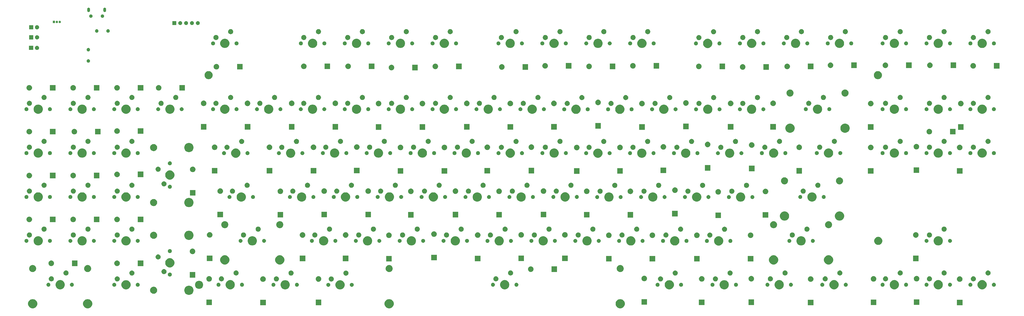
<source format=gbr>
G04 #@! TF.GenerationSoftware,KiCad,Pcbnew,(5.0.2)-1*
G04 #@! TF.CreationDate,2019-07-28T17:57:46-07:00*
G04 #@! TF.ProjectId,ODKB_Board,4f444b42-5f42-46f6-9172-642e6b696361,rev?*
G04 #@! TF.SameCoordinates,Original*
G04 #@! TF.FileFunction,Soldermask,Bot*
G04 #@! TF.FilePolarity,Negative*
%FSLAX46Y46*%
G04 Gerber Fmt 4.6, Leading zero omitted, Abs format (unit mm)*
G04 Created by KiCad (PCBNEW (5.0.2)-1) date 7/28/2019 5:57:46 PM*
%MOMM*%
%LPD*%
G01*
G04 APERTURE LIST*
%ADD10C,0.100000*%
G04 APERTURE END LIST*
D10*
G36*
X528168378Y-368096859D02*
X528532354Y-368247622D01*
X528859929Y-368466501D01*
X529138499Y-368745071D01*
X529357378Y-369072646D01*
X529508141Y-369436622D01*
X529585000Y-369823016D01*
X529585000Y-370216984D01*
X529508141Y-370603378D01*
X529357378Y-370967354D01*
X529138499Y-371294929D01*
X528859929Y-371573499D01*
X528532354Y-371792378D01*
X528168378Y-371943141D01*
X527781984Y-372020000D01*
X527388016Y-372020000D01*
X527001622Y-371943141D01*
X526637646Y-371792378D01*
X526310071Y-371573499D01*
X526031501Y-371294929D01*
X525812622Y-370967354D01*
X525661859Y-370603378D01*
X525585000Y-370216984D01*
X525585000Y-369823016D01*
X525661859Y-369436622D01*
X525812622Y-369072646D01*
X526031501Y-368745071D01*
X526310071Y-368466501D01*
X526637646Y-368247622D01*
X527001622Y-368096859D01*
X527388016Y-368020000D01*
X527781984Y-368020000D01*
X528168378Y-368096859D01*
X528168378Y-368096859D01*
G37*
G36*
X428168378Y-368096859D02*
X428532354Y-368247622D01*
X428859929Y-368466501D01*
X429138499Y-368745071D01*
X429357378Y-369072646D01*
X429508141Y-369436622D01*
X429585000Y-369823016D01*
X429585000Y-370216984D01*
X429508141Y-370603378D01*
X429357378Y-370967354D01*
X429138499Y-371294929D01*
X428859929Y-371573499D01*
X428532354Y-371792378D01*
X428168378Y-371943141D01*
X427781984Y-372020000D01*
X427388016Y-372020000D01*
X427001622Y-371943141D01*
X426637646Y-371792378D01*
X426310071Y-371573499D01*
X426031501Y-371294929D01*
X425812622Y-370967354D01*
X425661859Y-370603378D01*
X425585000Y-370216984D01*
X425585000Y-369823016D01*
X425661859Y-369436622D01*
X425812622Y-369072646D01*
X426031501Y-368745071D01*
X426310071Y-368466501D01*
X426637646Y-368247622D01*
X427001622Y-368096859D01*
X427388016Y-368020000D01*
X427781984Y-368020000D01*
X428168378Y-368096859D01*
X428168378Y-368096859D01*
G37*
G36*
X297693378Y-368096859D02*
X298057354Y-368247622D01*
X298384929Y-368466501D01*
X298663499Y-368745071D01*
X298882378Y-369072646D01*
X299033141Y-369436622D01*
X299110000Y-369823016D01*
X299110000Y-370216984D01*
X299033141Y-370603378D01*
X298882378Y-370967354D01*
X298663499Y-371294929D01*
X298384929Y-371573499D01*
X298057354Y-371792378D01*
X297693378Y-371943141D01*
X297306984Y-372020000D01*
X296913016Y-372020000D01*
X296526622Y-371943141D01*
X296162646Y-371792378D01*
X295835071Y-371573499D01*
X295556501Y-371294929D01*
X295337622Y-370967354D01*
X295186859Y-370603378D01*
X295110000Y-370216984D01*
X295110000Y-369823016D01*
X295186859Y-369436622D01*
X295337622Y-369072646D01*
X295556501Y-368745071D01*
X295835071Y-368466501D01*
X296162646Y-368247622D01*
X296526622Y-368096859D01*
X296913016Y-368020000D01*
X297306984Y-368020000D01*
X297693378Y-368096859D01*
X297693378Y-368096859D01*
G37*
G36*
X273893378Y-368096859D02*
X274257354Y-368247622D01*
X274584929Y-368466501D01*
X274863499Y-368745071D01*
X275082378Y-369072646D01*
X275233141Y-369436622D01*
X275310000Y-369823016D01*
X275310000Y-370216984D01*
X275233141Y-370603378D01*
X275082378Y-370967354D01*
X274863499Y-371294929D01*
X274584929Y-371573499D01*
X274257354Y-371792378D01*
X273893378Y-371943141D01*
X273506984Y-372020000D01*
X273113016Y-372020000D01*
X272726622Y-371943141D01*
X272362646Y-371792378D01*
X272035071Y-371573499D01*
X271756501Y-371294929D01*
X271537622Y-370967354D01*
X271386859Y-370603378D01*
X271310000Y-370216984D01*
X271310000Y-369823016D01*
X271386859Y-369436622D01*
X271537622Y-369072646D01*
X271756501Y-368745071D01*
X272035071Y-368466501D01*
X272362646Y-368247622D01*
X272726622Y-368096859D01*
X273113016Y-368020000D01*
X273506984Y-368020000D01*
X273893378Y-368096859D01*
X273893378Y-368096859D01*
G37*
G36*
X374200000Y-370700000D02*
X371800000Y-370700000D01*
X371800000Y-368300000D01*
X374200000Y-368300000D01*
X374200000Y-370700000D01*
X374200000Y-370700000D01*
G37*
G36*
X675700000Y-370700000D02*
X673300000Y-370700000D01*
X673300000Y-368300000D01*
X675700000Y-368300000D01*
X675700000Y-370700000D01*
X675700000Y-370700000D01*
G37*
G36*
X611200000Y-370700000D02*
X608800000Y-370700000D01*
X608800000Y-368300000D01*
X611200000Y-368300000D01*
X611200000Y-370700000D01*
X611200000Y-370700000D01*
G37*
G36*
X398200000Y-370650000D02*
X395800000Y-370650000D01*
X395800000Y-368250000D01*
X398200000Y-368250000D01*
X398200000Y-370650000D01*
X398200000Y-370650000D01*
G37*
G36*
X638400000Y-370600000D02*
X636000000Y-370600000D01*
X636000000Y-368200000D01*
X638400000Y-368200000D01*
X638400000Y-370600000D01*
X638400000Y-370600000D01*
G37*
G36*
X564050000Y-370600000D02*
X561650000Y-370600000D01*
X561650000Y-368200000D01*
X564050000Y-368200000D01*
X564050000Y-370600000D01*
X564050000Y-370600000D01*
G37*
G36*
X350880000Y-370590000D02*
X348480000Y-370590000D01*
X348480000Y-368190000D01*
X350880000Y-368190000D01*
X350880000Y-370590000D01*
X350880000Y-370590000D01*
G37*
G36*
X585500000Y-370550000D02*
X583100000Y-370550000D01*
X583100000Y-368150000D01*
X585500000Y-368150000D01*
X585500000Y-370550000D01*
X585500000Y-370550000D01*
G37*
G36*
X657050000Y-370500000D02*
X654650000Y-370500000D01*
X654650000Y-368100000D01*
X657050000Y-368100000D01*
X657050000Y-370500000D01*
X657050000Y-370500000D01*
G37*
G36*
X539200000Y-370450000D02*
X536800000Y-370450000D01*
X536800000Y-368050000D01*
X539200000Y-368050000D01*
X539200000Y-370450000D01*
X539200000Y-370450000D01*
G37*
G36*
X341503378Y-362266859D02*
X341867354Y-362417622D01*
X342194929Y-362636501D01*
X342473499Y-362915071D01*
X342692378Y-363242646D01*
X342843141Y-363606622D01*
X342920000Y-363993016D01*
X342920000Y-364386984D01*
X342843141Y-364773378D01*
X342692378Y-365137354D01*
X342473499Y-365464929D01*
X342194929Y-365743499D01*
X341867354Y-365962378D01*
X341503378Y-366113141D01*
X341116984Y-366190000D01*
X340723016Y-366190000D01*
X340336622Y-366113141D01*
X339972646Y-365962378D01*
X339645071Y-365743499D01*
X339366501Y-365464929D01*
X339147622Y-365137354D01*
X338996859Y-364773378D01*
X338920000Y-364386984D01*
X338920000Y-363993016D01*
X338996859Y-363606622D01*
X339147622Y-363242646D01*
X339366501Y-362915071D01*
X339645071Y-362636501D01*
X339972646Y-362417622D01*
X340336622Y-362266859D01*
X340723016Y-362190000D01*
X341116984Y-362190000D01*
X341503378Y-362266859D01*
X341503378Y-362266859D01*
G37*
G36*
X326124823Y-362723604D02*
X326124825Y-362723605D01*
X326124826Y-362723605D01*
X326402358Y-362838562D01*
X326402359Y-362838563D01*
X326652134Y-363005457D01*
X326864543Y-363217866D01*
X326864545Y-363217869D01*
X327031438Y-363467642D01*
X327146395Y-363745174D01*
X327146396Y-363745177D01*
X327163268Y-363830000D01*
X327205000Y-364039801D01*
X327205000Y-364340199D01*
X327146395Y-364634826D01*
X327031438Y-364912358D01*
X327031437Y-364912359D01*
X326864543Y-365162134D01*
X326652134Y-365374543D01*
X326652131Y-365374545D01*
X326402358Y-365541438D01*
X326124826Y-365656395D01*
X326124825Y-365656395D01*
X326124823Y-365656396D01*
X325830201Y-365715000D01*
X325529799Y-365715000D01*
X325235177Y-365656396D01*
X325235175Y-365656395D01*
X325235174Y-365656395D01*
X324957642Y-365541438D01*
X324707869Y-365374545D01*
X324707866Y-365374543D01*
X324495457Y-365162134D01*
X324328563Y-364912359D01*
X324328562Y-364912358D01*
X324213605Y-364634826D01*
X324155000Y-364340199D01*
X324155000Y-364039801D01*
X324196732Y-363830000D01*
X324213604Y-363745177D01*
X324213605Y-363745174D01*
X324328562Y-363467642D01*
X324495455Y-363217869D01*
X324495457Y-363217866D01*
X324707866Y-363005457D01*
X324957641Y-362838563D01*
X324957642Y-362838562D01*
X325235174Y-362723605D01*
X325235175Y-362723605D01*
X325235177Y-362723604D01*
X325529799Y-362665000D01*
X325830201Y-362665000D01*
X326124823Y-362723604D01*
X326124823Y-362723604D01*
G37*
G36*
X406918378Y-359906859D02*
X407282354Y-360057622D01*
X407609929Y-360276501D01*
X407888499Y-360555071D01*
X408107378Y-360882646D01*
X408258141Y-361246622D01*
X408335000Y-361633016D01*
X408335000Y-362026984D01*
X408258141Y-362413378D01*
X408107378Y-362777354D01*
X407888499Y-363104929D01*
X407609929Y-363383499D01*
X407282354Y-363602378D01*
X406918378Y-363753141D01*
X406531984Y-363830000D01*
X406138016Y-363830000D01*
X405751622Y-363753141D01*
X405387646Y-363602378D01*
X405060071Y-363383499D01*
X404781501Y-363104929D01*
X404562622Y-362777354D01*
X404411859Y-362413378D01*
X404335000Y-362026984D01*
X404335000Y-361633016D01*
X404411859Y-361246622D01*
X404562622Y-360882646D01*
X404781501Y-360555071D01*
X405060071Y-360276501D01*
X405387646Y-360057622D01*
X405751622Y-359906859D01*
X406138016Y-359830000D01*
X406531984Y-359830000D01*
X406918378Y-359906859D01*
X406918378Y-359906859D01*
G37*
G36*
X549418378Y-359881859D02*
X549782354Y-360032622D01*
X550109929Y-360251501D01*
X550388499Y-360530071D01*
X550607378Y-360857646D01*
X550758141Y-361221622D01*
X550835000Y-361608016D01*
X550835000Y-362001984D01*
X550758141Y-362388378D01*
X550607378Y-362752354D01*
X550388499Y-363079929D01*
X550109929Y-363358499D01*
X549782354Y-363577378D01*
X549418378Y-363728141D01*
X549031984Y-363805000D01*
X548638016Y-363805000D01*
X548251622Y-363728141D01*
X547887646Y-363577378D01*
X547560071Y-363358499D01*
X547281501Y-363079929D01*
X547062622Y-362752354D01*
X546911859Y-362388378D01*
X546835000Y-362001984D01*
X546835000Y-361608016D01*
X546911859Y-361221622D01*
X547062622Y-360857646D01*
X547281501Y-360530071D01*
X547560071Y-360251501D01*
X547887646Y-360032622D01*
X548251622Y-359881859D01*
X548638016Y-359805000D01*
X549031984Y-359805000D01*
X549418378Y-359881859D01*
X549418378Y-359881859D01*
G37*
G36*
X314293378Y-359881859D02*
X314657354Y-360032622D01*
X314984929Y-360251501D01*
X315263499Y-360530071D01*
X315482378Y-360857646D01*
X315633141Y-361221622D01*
X315710000Y-361608016D01*
X315710000Y-362001984D01*
X315633141Y-362388378D01*
X315482378Y-362752354D01*
X315263499Y-363079929D01*
X314984929Y-363358499D01*
X314657354Y-363577378D01*
X314293378Y-363728141D01*
X313906984Y-363805000D01*
X313513016Y-363805000D01*
X313126622Y-363728141D01*
X312762646Y-363577378D01*
X312435071Y-363358499D01*
X312156501Y-363079929D01*
X311937622Y-362752354D01*
X311786859Y-362388378D01*
X311710000Y-362001984D01*
X311710000Y-361608016D01*
X311786859Y-361221622D01*
X311937622Y-360857646D01*
X312156501Y-360530071D01*
X312435071Y-360251501D01*
X312762646Y-360032622D01*
X313126622Y-359881859D01*
X313513016Y-359805000D01*
X313906984Y-359805000D01*
X314293378Y-359881859D01*
X314293378Y-359881859D01*
G37*
G36*
X383168378Y-359881859D02*
X383532354Y-360032622D01*
X383859929Y-360251501D01*
X384138499Y-360530071D01*
X384357378Y-360857646D01*
X384508141Y-361221622D01*
X384585000Y-361608016D01*
X384585000Y-362001984D01*
X384508141Y-362388378D01*
X384357378Y-362752354D01*
X384138499Y-363079929D01*
X383859929Y-363358499D01*
X383532354Y-363577378D01*
X383168378Y-363728141D01*
X382781984Y-363805000D01*
X382388016Y-363805000D01*
X382001622Y-363728141D01*
X381637646Y-363577378D01*
X381310071Y-363358499D01*
X381031501Y-363079929D01*
X380812622Y-362752354D01*
X380661859Y-362388378D01*
X380585000Y-362001984D01*
X380585000Y-361608016D01*
X380661859Y-361221622D01*
X380812622Y-360857646D01*
X381031501Y-360530071D01*
X381310071Y-360251501D01*
X381637646Y-360032622D01*
X382001622Y-359881859D01*
X382388016Y-359805000D01*
X382781984Y-359805000D01*
X383168378Y-359881859D01*
X383168378Y-359881859D01*
G37*
G36*
X573173378Y-359876859D02*
X573537354Y-360027622D01*
X573864929Y-360246501D01*
X574143499Y-360525071D01*
X574362378Y-360852646D01*
X574513141Y-361216622D01*
X574590000Y-361603016D01*
X574590000Y-361996984D01*
X574513141Y-362383378D01*
X574362378Y-362747354D01*
X574143499Y-363074929D01*
X573864929Y-363353499D01*
X573537354Y-363572378D01*
X573173378Y-363723141D01*
X572786984Y-363800000D01*
X572393016Y-363800000D01*
X572006622Y-363723141D01*
X571642646Y-363572378D01*
X571315071Y-363353499D01*
X571036501Y-363074929D01*
X570817622Y-362747354D01*
X570666859Y-362383378D01*
X570590000Y-361996984D01*
X570590000Y-361603016D01*
X570666859Y-361216622D01*
X570817622Y-360852646D01*
X571036501Y-360525071D01*
X571315071Y-360246501D01*
X571642646Y-360027622D01*
X572006622Y-359876859D01*
X572393016Y-359800000D01*
X572786984Y-359800000D01*
X573173378Y-359876859D01*
X573173378Y-359876859D01*
G37*
G36*
X665793378Y-359856859D02*
X666157354Y-360007622D01*
X666484929Y-360226501D01*
X666763499Y-360505071D01*
X666982378Y-360832646D01*
X667133141Y-361196622D01*
X667210000Y-361583016D01*
X667210000Y-361976984D01*
X667133141Y-362363378D01*
X666982378Y-362727354D01*
X666763499Y-363054929D01*
X666484929Y-363333499D01*
X666157354Y-363552378D01*
X665793378Y-363703141D01*
X665406984Y-363780000D01*
X665013016Y-363780000D01*
X664626622Y-363703141D01*
X664262646Y-363552378D01*
X663935071Y-363333499D01*
X663656501Y-363054929D01*
X663437622Y-362727354D01*
X663286859Y-362363378D01*
X663210000Y-361976984D01*
X663210000Y-361583016D01*
X663286859Y-361196622D01*
X663437622Y-360832646D01*
X663656501Y-360505071D01*
X663935071Y-360226501D01*
X664262646Y-360007622D01*
X664626622Y-359856859D01*
X665013016Y-359780000D01*
X665406984Y-359780000D01*
X665793378Y-359856859D01*
X665793378Y-359856859D01*
G37*
G36*
X684793378Y-359856859D02*
X685157354Y-360007622D01*
X685484929Y-360226501D01*
X685763499Y-360505071D01*
X685982378Y-360832646D01*
X686133141Y-361196622D01*
X686210000Y-361583016D01*
X686210000Y-361976984D01*
X686133141Y-362363378D01*
X685982378Y-362727354D01*
X685763499Y-363054929D01*
X685484929Y-363333499D01*
X685157354Y-363552378D01*
X684793378Y-363703141D01*
X684406984Y-363780000D01*
X684013016Y-363780000D01*
X683626622Y-363703141D01*
X683262646Y-363552378D01*
X682935071Y-363333499D01*
X682656501Y-363054929D01*
X682437622Y-362727354D01*
X682286859Y-362363378D01*
X682210000Y-361976984D01*
X682210000Y-361583016D01*
X682286859Y-361196622D01*
X682437622Y-360832646D01*
X682656501Y-360505071D01*
X682935071Y-360226501D01*
X683262646Y-360007622D01*
X683626622Y-359856859D01*
X684013016Y-359780000D01*
X684406984Y-359780000D01*
X684793378Y-359856859D01*
X684793378Y-359856859D01*
G37*
G36*
X285793378Y-359856859D02*
X286157354Y-360007622D01*
X286484929Y-360226501D01*
X286763499Y-360505071D01*
X286982378Y-360832646D01*
X287133141Y-361196622D01*
X287210000Y-361583016D01*
X287210000Y-361976984D01*
X287133141Y-362363378D01*
X286982378Y-362727354D01*
X286763499Y-363054929D01*
X286484929Y-363333499D01*
X286157354Y-363552378D01*
X285793378Y-363703141D01*
X285406984Y-363780000D01*
X285013016Y-363780000D01*
X284626622Y-363703141D01*
X284262646Y-363552378D01*
X283935071Y-363333499D01*
X283656501Y-363054929D01*
X283437622Y-362727354D01*
X283286859Y-362363378D01*
X283210000Y-361976984D01*
X283210000Y-361583016D01*
X283286859Y-361196622D01*
X283437622Y-360832646D01*
X283656501Y-360505071D01*
X283935071Y-360226501D01*
X284262646Y-360007622D01*
X284626622Y-359856859D01*
X285013016Y-359780000D01*
X285406984Y-359780000D01*
X285793378Y-359856859D01*
X285793378Y-359856859D01*
G37*
G36*
X478168378Y-359856859D02*
X478532354Y-360007622D01*
X478859929Y-360226501D01*
X479138499Y-360505071D01*
X479357378Y-360832646D01*
X479508141Y-361196622D01*
X479585000Y-361583016D01*
X479585000Y-361976984D01*
X479508141Y-362363378D01*
X479357378Y-362727354D01*
X479138499Y-363054929D01*
X478859929Y-363333499D01*
X478532354Y-363552378D01*
X478168378Y-363703141D01*
X477781984Y-363780000D01*
X477388016Y-363780000D01*
X477001622Y-363703141D01*
X476637646Y-363552378D01*
X476310071Y-363333499D01*
X476031501Y-363054929D01*
X475812622Y-362727354D01*
X475661859Y-362363378D01*
X475585000Y-361976984D01*
X475585000Y-361583016D01*
X475661859Y-361196622D01*
X475812622Y-360832646D01*
X476031501Y-360505071D01*
X476310071Y-360226501D01*
X476637646Y-360007622D01*
X477001622Y-359856859D01*
X477388016Y-359780000D01*
X477781984Y-359780000D01*
X478168378Y-359856859D01*
X478168378Y-359856859D01*
G37*
G36*
X359393378Y-359856859D02*
X359757354Y-360007622D01*
X360084929Y-360226501D01*
X360363499Y-360505071D01*
X360582378Y-360832646D01*
X360733141Y-361196622D01*
X360810000Y-361583016D01*
X360810000Y-361976984D01*
X360733141Y-362363378D01*
X360582378Y-362727354D01*
X360363499Y-363054929D01*
X360084929Y-363333499D01*
X359757354Y-363552378D01*
X359393378Y-363703141D01*
X359006984Y-363780000D01*
X358613016Y-363780000D01*
X358226622Y-363703141D01*
X357862646Y-363552378D01*
X357535071Y-363333499D01*
X357256501Y-363054929D01*
X357037622Y-362727354D01*
X356886859Y-362363378D01*
X356810000Y-361976984D01*
X356810000Y-361583016D01*
X356886859Y-361196622D01*
X357037622Y-360832646D01*
X357256501Y-360505071D01*
X357535071Y-360226501D01*
X357862646Y-360007622D01*
X358226622Y-359856859D01*
X358613016Y-359780000D01*
X359006984Y-359780000D01*
X359393378Y-359856859D01*
X359393378Y-359856859D01*
G37*
G36*
X596953378Y-359856859D02*
X597317354Y-360007622D01*
X597644929Y-360226501D01*
X597923499Y-360505071D01*
X598142378Y-360832646D01*
X598293141Y-361196622D01*
X598370000Y-361583016D01*
X598370000Y-361976984D01*
X598293141Y-362363378D01*
X598142378Y-362727354D01*
X597923499Y-363054929D01*
X597644929Y-363333499D01*
X597317354Y-363552378D01*
X596953378Y-363703141D01*
X596566984Y-363780000D01*
X596173016Y-363780000D01*
X595786622Y-363703141D01*
X595422646Y-363552378D01*
X595095071Y-363333499D01*
X594816501Y-363054929D01*
X594597622Y-362727354D01*
X594446859Y-362363378D01*
X594370000Y-361976984D01*
X594370000Y-361583016D01*
X594446859Y-361196622D01*
X594597622Y-360832646D01*
X594816501Y-360505071D01*
X595095071Y-360226501D01*
X595422646Y-360007622D01*
X595786622Y-359856859D01*
X596173016Y-359780000D01*
X596566984Y-359780000D01*
X596953378Y-359856859D01*
X596953378Y-359856859D01*
G37*
G36*
X620693378Y-359856859D02*
X621057354Y-360007622D01*
X621384929Y-360226501D01*
X621663499Y-360505071D01*
X621882378Y-360832646D01*
X622033141Y-361196622D01*
X622110000Y-361583016D01*
X622110000Y-361976984D01*
X622033141Y-362363378D01*
X621882378Y-362727354D01*
X621663499Y-363054929D01*
X621384929Y-363333499D01*
X621057354Y-363552378D01*
X620693378Y-363703141D01*
X620306984Y-363780000D01*
X619913016Y-363780000D01*
X619526622Y-363703141D01*
X619162646Y-363552378D01*
X618835071Y-363333499D01*
X618556501Y-363054929D01*
X618337622Y-362727354D01*
X618186859Y-362363378D01*
X618110000Y-361976984D01*
X618110000Y-361583016D01*
X618186859Y-361196622D01*
X618337622Y-360832646D01*
X618556501Y-360505071D01*
X618835071Y-360226501D01*
X619162646Y-360007622D01*
X619526622Y-359856859D01*
X619913016Y-359780000D01*
X620306984Y-359780000D01*
X620693378Y-359856859D01*
X620693378Y-359856859D01*
G37*
G36*
X646793378Y-359856859D02*
X647157354Y-360007622D01*
X647484929Y-360226501D01*
X647763499Y-360505071D01*
X647982378Y-360832646D01*
X648133141Y-361196622D01*
X648210000Y-361583016D01*
X648210000Y-361976984D01*
X648133141Y-362363378D01*
X647982378Y-362727354D01*
X647763499Y-363054929D01*
X647484929Y-363333499D01*
X647157354Y-363552378D01*
X646793378Y-363703141D01*
X646406984Y-363780000D01*
X646013016Y-363780000D01*
X645626622Y-363703141D01*
X645262646Y-363552378D01*
X644935071Y-363333499D01*
X644656501Y-363054929D01*
X644437622Y-362727354D01*
X644286859Y-362363378D01*
X644210000Y-361976984D01*
X644210000Y-361583016D01*
X644286859Y-361196622D01*
X644437622Y-360832646D01*
X644656501Y-360505071D01*
X644935071Y-360226501D01*
X645262646Y-360007622D01*
X645626622Y-359856859D01*
X646013016Y-359780000D01*
X646406984Y-359780000D01*
X646793378Y-359856859D01*
X646793378Y-359856859D01*
G37*
G36*
X345835456Y-360142251D02*
X346153936Y-360274170D01*
X346440560Y-360465686D01*
X346684314Y-360709440D01*
X346875830Y-360996064D01*
X347007749Y-361314544D01*
X347075000Y-361652640D01*
X347075000Y-361997360D01*
X347007749Y-362335456D01*
X346875830Y-362653936D01*
X346684314Y-362940560D01*
X346440560Y-363184314D01*
X346153936Y-363375830D01*
X345835456Y-363507749D01*
X345497360Y-363575000D01*
X345152640Y-363575000D01*
X344814544Y-363507749D01*
X344496064Y-363375830D01*
X344209440Y-363184314D01*
X343965686Y-362940560D01*
X343774170Y-362653936D01*
X343642251Y-362335456D01*
X343575000Y-361997360D01*
X343575000Y-361652640D01*
X343642251Y-361314544D01*
X343774170Y-360996064D01*
X343965686Y-360709440D01*
X344209440Y-360465686D01*
X344496064Y-360274170D01*
X344814544Y-360142251D01*
X345152640Y-360075000D01*
X345497360Y-360075000D01*
X345835456Y-360142251D01*
X345835456Y-360142251D01*
G37*
G36*
X401502934Y-361012664D02*
X401657627Y-361076740D01*
X401796847Y-361169764D01*
X401915236Y-361288153D01*
X402008260Y-361427373D01*
X402072336Y-361582066D01*
X402105000Y-361746281D01*
X402105000Y-361913719D01*
X402072336Y-362077934D01*
X402008260Y-362232627D01*
X401915236Y-362371847D01*
X401796847Y-362490236D01*
X401657627Y-362583260D01*
X401502934Y-362647336D01*
X401338719Y-362680000D01*
X401171281Y-362680000D01*
X401007066Y-362647336D01*
X400852373Y-362583260D01*
X400713153Y-362490236D01*
X400594764Y-362371847D01*
X400501740Y-362232627D01*
X400437664Y-362077934D01*
X400405000Y-361913719D01*
X400405000Y-361746281D01*
X400437664Y-361582066D01*
X400501740Y-361427373D01*
X400594764Y-361288153D01*
X400713153Y-361169764D01*
X400852373Y-361076740D01*
X401007066Y-361012664D01*
X401171281Y-360980000D01*
X401338719Y-360980000D01*
X401502934Y-361012664D01*
X401502934Y-361012664D01*
G37*
G36*
X411662934Y-361012664D02*
X411817627Y-361076740D01*
X411956847Y-361169764D01*
X412075236Y-361288153D01*
X412168260Y-361427373D01*
X412232336Y-361582066D01*
X412265000Y-361746281D01*
X412265000Y-361913719D01*
X412232336Y-362077934D01*
X412168260Y-362232627D01*
X412075236Y-362371847D01*
X411956847Y-362490236D01*
X411817627Y-362583260D01*
X411662934Y-362647336D01*
X411498719Y-362680000D01*
X411331281Y-362680000D01*
X411167066Y-362647336D01*
X411012373Y-362583260D01*
X410873153Y-362490236D01*
X410754764Y-362371847D01*
X410661740Y-362232627D01*
X410597664Y-362077934D01*
X410565000Y-361913719D01*
X410565000Y-361746281D01*
X410597664Y-361582066D01*
X410661740Y-361427373D01*
X410754764Y-361288153D01*
X410873153Y-361169764D01*
X411012373Y-361076740D01*
X411167066Y-361012664D01*
X411331281Y-360980000D01*
X411498719Y-360980000D01*
X411662934Y-361012664D01*
X411662934Y-361012664D01*
G37*
G36*
X544002934Y-360987664D02*
X544157627Y-361051740D01*
X544296847Y-361144764D01*
X544415236Y-361263153D01*
X544508260Y-361402373D01*
X544572336Y-361557066D01*
X544605000Y-361721281D01*
X544605000Y-361888719D01*
X544572336Y-362052934D01*
X544508260Y-362207627D01*
X544415236Y-362346847D01*
X544296847Y-362465236D01*
X544157627Y-362558260D01*
X544002934Y-362622336D01*
X543838719Y-362655000D01*
X543671281Y-362655000D01*
X543507066Y-362622336D01*
X543352373Y-362558260D01*
X543213153Y-362465236D01*
X543094764Y-362346847D01*
X543001740Y-362207627D01*
X542937664Y-362052934D01*
X542905000Y-361888719D01*
X542905000Y-361721281D01*
X542937664Y-361557066D01*
X543001740Y-361402373D01*
X543094764Y-361263153D01*
X543213153Y-361144764D01*
X543352373Y-361051740D01*
X543507066Y-360987664D01*
X543671281Y-360955000D01*
X543838719Y-360955000D01*
X544002934Y-360987664D01*
X544002934Y-360987664D01*
G37*
G36*
X554162934Y-360987664D02*
X554317627Y-361051740D01*
X554456847Y-361144764D01*
X554575236Y-361263153D01*
X554668260Y-361402373D01*
X554732336Y-361557066D01*
X554765000Y-361721281D01*
X554765000Y-361888719D01*
X554732336Y-362052934D01*
X554668260Y-362207627D01*
X554575236Y-362346847D01*
X554456847Y-362465236D01*
X554317627Y-362558260D01*
X554162934Y-362622336D01*
X553998719Y-362655000D01*
X553831281Y-362655000D01*
X553667066Y-362622336D01*
X553512373Y-362558260D01*
X553373153Y-362465236D01*
X553254764Y-362346847D01*
X553161740Y-362207627D01*
X553097664Y-362052934D01*
X553065000Y-361888719D01*
X553065000Y-361721281D01*
X553097664Y-361557066D01*
X553161740Y-361402373D01*
X553254764Y-361263153D01*
X553373153Y-361144764D01*
X553512373Y-361051740D01*
X553667066Y-360987664D01*
X553831281Y-360955000D01*
X553998719Y-360955000D01*
X554162934Y-360987664D01*
X554162934Y-360987664D01*
G37*
G36*
X387912934Y-360987664D02*
X388067627Y-361051740D01*
X388206847Y-361144764D01*
X388325236Y-361263153D01*
X388418260Y-361402373D01*
X388482336Y-361557066D01*
X388515000Y-361721281D01*
X388515000Y-361888719D01*
X388482336Y-362052934D01*
X388418260Y-362207627D01*
X388325236Y-362346847D01*
X388206847Y-362465236D01*
X388067627Y-362558260D01*
X387912934Y-362622336D01*
X387748719Y-362655000D01*
X387581281Y-362655000D01*
X387417066Y-362622336D01*
X387262373Y-362558260D01*
X387123153Y-362465236D01*
X387004764Y-362346847D01*
X386911740Y-362207627D01*
X386847664Y-362052934D01*
X386815000Y-361888719D01*
X386815000Y-361721281D01*
X386847664Y-361557066D01*
X386911740Y-361402373D01*
X387004764Y-361263153D01*
X387123153Y-361144764D01*
X387262373Y-361051740D01*
X387417066Y-360987664D01*
X387581281Y-360955000D01*
X387748719Y-360955000D01*
X387912934Y-360987664D01*
X387912934Y-360987664D01*
G37*
G36*
X377752934Y-360987664D02*
X377907627Y-361051740D01*
X378046847Y-361144764D01*
X378165236Y-361263153D01*
X378258260Y-361402373D01*
X378322336Y-361557066D01*
X378355000Y-361721281D01*
X378355000Y-361888719D01*
X378322336Y-362052934D01*
X378258260Y-362207627D01*
X378165236Y-362346847D01*
X378046847Y-362465236D01*
X377907627Y-362558260D01*
X377752934Y-362622336D01*
X377588719Y-362655000D01*
X377421281Y-362655000D01*
X377257066Y-362622336D01*
X377102373Y-362558260D01*
X376963153Y-362465236D01*
X376844764Y-362346847D01*
X376751740Y-362207627D01*
X376687664Y-362052934D01*
X376655000Y-361888719D01*
X376655000Y-361721281D01*
X376687664Y-361557066D01*
X376751740Y-361402373D01*
X376844764Y-361263153D01*
X376963153Y-361144764D01*
X377102373Y-361051740D01*
X377257066Y-360987664D01*
X377421281Y-360955000D01*
X377588719Y-360955000D01*
X377752934Y-360987664D01*
X377752934Y-360987664D01*
G37*
G36*
X308877934Y-360987664D02*
X309032627Y-361051740D01*
X309171847Y-361144764D01*
X309290236Y-361263153D01*
X309383260Y-361402373D01*
X309447336Y-361557066D01*
X309480000Y-361721281D01*
X309480000Y-361888719D01*
X309447336Y-362052934D01*
X309383260Y-362207627D01*
X309290236Y-362346847D01*
X309171847Y-362465236D01*
X309032627Y-362558260D01*
X308877934Y-362622336D01*
X308713719Y-362655000D01*
X308546281Y-362655000D01*
X308382066Y-362622336D01*
X308227373Y-362558260D01*
X308088153Y-362465236D01*
X307969764Y-362346847D01*
X307876740Y-362207627D01*
X307812664Y-362052934D01*
X307780000Y-361888719D01*
X307780000Y-361721281D01*
X307812664Y-361557066D01*
X307876740Y-361402373D01*
X307969764Y-361263153D01*
X308088153Y-361144764D01*
X308227373Y-361051740D01*
X308382066Y-360987664D01*
X308546281Y-360955000D01*
X308713719Y-360955000D01*
X308877934Y-360987664D01*
X308877934Y-360987664D01*
G37*
G36*
X319037934Y-360987664D02*
X319192627Y-361051740D01*
X319331847Y-361144764D01*
X319450236Y-361263153D01*
X319543260Y-361402373D01*
X319607336Y-361557066D01*
X319640000Y-361721281D01*
X319640000Y-361888719D01*
X319607336Y-362052934D01*
X319543260Y-362207627D01*
X319450236Y-362346847D01*
X319331847Y-362465236D01*
X319192627Y-362558260D01*
X319037934Y-362622336D01*
X318873719Y-362655000D01*
X318706281Y-362655000D01*
X318542066Y-362622336D01*
X318387373Y-362558260D01*
X318248153Y-362465236D01*
X318129764Y-362346847D01*
X318036740Y-362207627D01*
X317972664Y-362052934D01*
X317940000Y-361888719D01*
X317940000Y-361721281D01*
X317972664Y-361557066D01*
X318036740Y-361402373D01*
X318129764Y-361263153D01*
X318248153Y-361144764D01*
X318387373Y-361051740D01*
X318542066Y-360987664D01*
X318706281Y-360955000D01*
X318873719Y-360955000D01*
X319037934Y-360987664D01*
X319037934Y-360987664D01*
G37*
G36*
X567757934Y-360982664D02*
X567912627Y-361046740D01*
X568051847Y-361139764D01*
X568170236Y-361258153D01*
X568263260Y-361397373D01*
X568327336Y-361552066D01*
X568360000Y-361716281D01*
X568360000Y-361883719D01*
X568327336Y-362047934D01*
X568263260Y-362202627D01*
X568170236Y-362341847D01*
X568051847Y-362460236D01*
X567912627Y-362553260D01*
X567757934Y-362617336D01*
X567593719Y-362650000D01*
X567426281Y-362650000D01*
X567262066Y-362617336D01*
X567107373Y-362553260D01*
X566968153Y-362460236D01*
X566849764Y-362341847D01*
X566756740Y-362202627D01*
X566692664Y-362047934D01*
X566660000Y-361883719D01*
X566660000Y-361716281D01*
X566692664Y-361552066D01*
X566756740Y-361397373D01*
X566849764Y-361258153D01*
X566968153Y-361139764D01*
X567107373Y-361046740D01*
X567262066Y-360982664D01*
X567426281Y-360950000D01*
X567593719Y-360950000D01*
X567757934Y-360982664D01*
X567757934Y-360982664D01*
G37*
G36*
X577917934Y-360982664D02*
X578072627Y-361046740D01*
X578211847Y-361139764D01*
X578330236Y-361258153D01*
X578423260Y-361397373D01*
X578487336Y-361552066D01*
X578520000Y-361716281D01*
X578520000Y-361883719D01*
X578487336Y-362047934D01*
X578423260Y-362202627D01*
X578330236Y-362341847D01*
X578211847Y-362460236D01*
X578072627Y-362553260D01*
X577917934Y-362617336D01*
X577753719Y-362650000D01*
X577586281Y-362650000D01*
X577422066Y-362617336D01*
X577267373Y-362553260D01*
X577128153Y-362460236D01*
X577009764Y-362341847D01*
X576916740Y-362202627D01*
X576852664Y-362047934D01*
X576820000Y-361883719D01*
X576820000Y-361716281D01*
X576852664Y-361552066D01*
X576916740Y-361397373D01*
X577009764Y-361258153D01*
X577128153Y-361139764D01*
X577267373Y-361046740D01*
X577422066Y-360982664D01*
X577586281Y-360950000D01*
X577753719Y-360950000D01*
X577917934Y-360982664D01*
X577917934Y-360982664D01*
G37*
G36*
X651537934Y-360962664D02*
X651692627Y-361026740D01*
X651831847Y-361119764D01*
X651950236Y-361238153D01*
X652043260Y-361377373D01*
X652107336Y-361532066D01*
X652140000Y-361696281D01*
X652140000Y-361863719D01*
X652107336Y-362027934D01*
X652043260Y-362182627D01*
X651950236Y-362321847D01*
X651831847Y-362440236D01*
X651692627Y-362533260D01*
X651537934Y-362597336D01*
X651373719Y-362630000D01*
X651206281Y-362630000D01*
X651042066Y-362597336D01*
X650887373Y-362533260D01*
X650748153Y-362440236D01*
X650629764Y-362321847D01*
X650536740Y-362182627D01*
X650472664Y-362027934D01*
X650440000Y-361863719D01*
X650440000Y-361696281D01*
X650472664Y-361532066D01*
X650536740Y-361377373D01*
X650629764Y-361238153D01*
X650748153Y-361119764D01*
X650887373Y-361026740D01*
X651042066Y-360962664D01*
X651206281Y-360930000D01*
X651373719Y-360930000D01*
X651537934Y-360962664D01*
X651537934Y-360962664D01*
G37*
G36*
X660377934Y-360962664D02*
X660532627Y-361026740D01*
X660671847Y-361119764D01*
X660790236Y-361238153D01*
X660883260Y-361377373D01*
X660947336Y-361532066D01*
X660980000Y-361696281D01*
X660980000Y-361863719D01*
X660947336Y-362027934D01*
X660883260Y-362182627D01*
X660790236Y-362321847D01*
X660671847Y-362440236D01*
X660532627Y-362533260D01*
X660377934Y-362597336D01*
X660213719Y-362630000D01*
X660046281Y-362630000D01*
X659882066Y-362597336D01*
X659727373Y-362533260D01*
X659588153Y-362440236D01*
X659469764Y-362321847D01*
X659376740Y-362182627D01*
X659312664Y-362027934D01*
X659280000Y-361863719D01*
X659280000Y-361696281D01*
X659312664Y-361532066D01*
X659376740Y-361377373D01*
X659469764Y-361238153D01*
X659588153Y-361119764D01*
X659727373Y-361026740D01*
X659882066Y-360962664D01*
X660046281Y-360930000D01*
X660213719Y-360930000D01*
X660377934Y-360962664D01*
X660377934Y-360962664D01*
G37*
G36*
X670537934Y-360962664D02*
X670692627Y-361026740D01*
X670831847Y-361119764D01*
X670950236Y-361238153D01*
X671043260Y-361377373D01*
X671107336Y-361532066D01*
X671140000Y-361696281D01*
X671140000Y-361863719D01*
X671107336Y-362027934D01*
X671043260Y-362182627D01*
X670950236Y-362321847D01*
X670831847Y-362440236D01*
X670692627Y-362533260D01*
X670537934Y-362597336D01*
X670373719Y-362630000D01*
X670206281Y-362630000D01*
X670042066Y-362597336D01*
X669887373Y-362533260D01*
X669748153Y-362440236D01*
X669629764Y-362321847D01*
X669536740Y-362182627D01*
X669472664Y-362027934D01*
X669440000Y-361863719D01*
X669440000Y-361696281D01*
X669472664Y-361532066D01*
X669536740Y-361377373D01*
X669629764Y-361238153D01*
X669748153Y-361119764D01*
X669887373Y-361026740D01*
X670042066Y-360962664D01*
X670206281Y-360930000D01*
X670373719Y-360930000D01*
X670537934Y-360962664D01*
X670537934Y-360962664D01*
G37*
G36*
X280377934Y-360962664D02*
X280532627Y-361026740D01*
X280671847Y-361119764D01*
X280790236Y-361238153D01*
X280883260Y-361377373D01*
X280947336Y-361532066D01*
X280980000Y-361696281D01*
X280980000Y-361863719D01*
X280947336Y-362027934D01*
X280883260Y-362182627D01*
X280790236Y-362321847D01*
X280671847Y-362440236D01*
X280532627Y-362533260D01*
X280377934Y-362597336D01*
X280213719Y-362630000D01*
X280046281Y-362630000D01*
X279882066Y-362597336D01*
X279727373Y-362533260D01*
X279588153Y-362440236D01*
X279469764Y-362321847D01*
X279376740Y-362182627D01*
X279312664Y-362027934D01*
X279280000Y-361863719D01*
X279280000Y-361696281D01*
X279312664Y-361532066D01*
X279376740Y-361377373D01*
X279469764Y-361238153D01*
X279588153Y-361119764D01*
X279727373Y-361026740D01*
X279882066Y-360962664D01*
X280046281Y-360930000D01*
X280213719Y-360930000D01*
X280377934Y-360962664D01*
X280377934Y-360962664D01*
G37*
G36*
X290537934Y-360962664D02*
X290692627Y-361026740D01*
X290831847Y-361119764D01*
X290950236Y-361238153D01*
X291043260Y-361377373D01*
X291107336Y-361532066D01*
X291140000Y-361696281D01*
X291140000Y-361863719D01*
X291107336Y-362027934D01*
X291043260Y-362182627D01*
X290950236Y-362321847D01*
X290831847Y-362440236D01*
X290692627Y-362533260D01*
X290537934Y-362597336D01*
X290373719Y-362630000D01*
X290206281Y-362630000D01*
X290042066Y-362597336D01*
X289887373Y-362533260D01*
X289748153Y-362440236D01*
X289629764Y-362321847D01*
X289536740Y-362182627D01*
X289472664Y-362027934D01*
X289440000Y-361863719D01*
X289440000Y-361696281D01*
X289472664Y-361532066D01*
X289536740Y-361377373D01*
X289629764Y-361238153D01*
X289748153Y-361119764D01*
X289887373Y-361026740D01*
X290042066Y-360962664D01*
X290206281Y-360930000D01*
X290373719Y-360930000D01*
X290537934Y-360962664D01*
X290537934Y-360962664D01*
G37*
G36*
X641377934Y-360962664D02*
X641532627Y-361026740D01*
X641671847Y-361119764D01*
X641790236Y-361238153D01*
X641883260Y-361377373D01*
X641947336Y-361532066D01*
X641980000Y-361696281D01*
X641980000Y-361863719D01*
X641947336Y-362027934D01*
X641883260Y-362182627D01*
X641790236Y-362321847D01*
X641671847Y-362440236D01*
X641532627Y-362533260D01*
X641377934Y-362597336D01*
X641213719Y-362630000D01*
X641046281Y-362630000D01*
X640882066Y-362597336D01*
X640727373Y-362533260D01*
X640588153Y-362440236D01*
X640469764Y-362321847D01*
X640376740Y-362182627D01*
X640312664Y-362027934D01*
X640280000Y-361863719D01*
X640280000Y-361696281D01*
X640312664Y-361532066D01*
X640376740Y-361377373D01*
X640469764Y-361238153D01*
X640588153Y-361119764D01*
X640727373Y-361026740D01*
X640882066Y-360962664D01*
X641046281Y-360930000D01*
X641213719Y-360930000D01*
X641377934Y-360962664D01*
X641377934Y-360962664D01*
G37*
G36*
X353977934Y-360962664D02*
X354132627Y-361026740D01*
X354271847Y-361119764D01*
X354390236Y-361238153D01*
X354483260Y-361377373D01*
X354547336Y-361532066D01*
X354580000Y-361696281D01*
X354580000Y-361863719D01*
X354547336Y-362027934D01*
X354483260Y-362182627D01*
X354390236Y-362321847D01*
X354271847Y-362440236D01*
X354132627Y-362533260D01*
X353977934Y-362597336D01*
X353813719Y-362630000D01*
X353646281Y-362630000D01*
X353482066Y-362597336D01*
X353327373Y-362533260D01*
X353188153Y-362440236D01*
X353069764Y-362321847D01*
X352976740Y-362182627D01*
X352912664Y-362027934D01*
X352880000Y-361863719D01*
X352880000Y-361696281D01*
X352912664Y-361532066D01*
X352976740Y-361377373D01*
X353069764Y-361238153D01*
X353188153Y-361119764D01*
X353327373Y-361026740D01*
X353482066Y-360962664D01*
X353646281Y-360930000D01*
X353813719Y-360930000D01*
X353977934Y-360962664D01*
X353977934Y-360962664D01*
G37*
G36*
X601697934Y-360962664D02*
X601852627Y-361026740D01*
X601991847Y-361119764D01*
X602110236Y-361238153D01*
X602203260Y-361377373D01*
X602267336Y-361532066D01*
X602300000Y-361696281D01*
X602300000Y-361863719D01*
X602267336Y-362027934D01*
X602203260Y-362182627D01*
X602110236Y-362321847D01*
X601991847Y-362440236D01*
X601852627Y-362533260D01*
X601697934Y-362597336D01*
X601533719Y-362630000D01*
X601366281Y-362630000D01*
X601202066Y-362597336D01*
X601047373Y-362533260D01*
X600908153Y-362440236D01*
X600789764Y-362321847D01*
X600696740Y-362182627D01*
X600632664Y-362027934D01*
X600600000Y-361863719D01*
X600600000Y-361696281D01*
X600632664Y-361532066D01*
X600696740Y-361377373D01*
X600789764Y-361238153D01*
X600908153Y-361119764D01*
X601047373Y-361026740D01*
X601202066Y-360962664D01*
X601366281Y-360930000D01*
X601533719Y-360930000D01*
X601697934Y-360962664D01*
X601697934Y-360962664D01*
G37*
G36*
X364137934Y-360962664D02*
X364292627Y-361026740D01*
X364431847Y-361119764D01*
X364550236Y-361238153D01*
X364643260Y-361377373D01*
X364707336Y-361532066D01*
X364740000Y-361696281D01*
X364740000Y-361863719D01*
X364707336Y-362027934D01*
X364643260Y-362182627D01*
X364550236Y-362321847D01*
X364431847Y-362440236D01*
X364292627Y-362533260D01*
X364137934Y-362597336D01*
X363973719Y-362630000D01*
X363806281Y-362630000D01*
X363642066Y-362597336D01*
X363487373Y-362533260D01*
X363348153Y-362440236D01*
X363229764Y-362321847D01*
X363136740Y-362182627D01*
X363072664Y-362027934D01*
X363040000Y-361863719D01*
X363040000Y-361696281D01*
X363072664Y-361532066D01*
X363136740Y-361377373D01*
X363229764Y-361238153D01*
X363348153Y-361119764D01*
X363487373Y-361026740D01*
X363642066Y-360962664D01*
X363806281Y-360930000D01*
X363973719Y-360930000D01*
X364137934Y-360962664D01*
X364137934Y-360962664D01*
G37*
G36*
X625437934Y-360962664D02*
X625592627Y-361026740D01*
X625731847Y-361119764D01*
X625850236Y-361238153D01*
X625943260Y-361377373D01*
X626007336Y-361532066D01*
X626040000Y-361696281D01*
X626040000Y-361863719D01*
X626007336Y-362027934D01*
X625943260Y-362182627D01*
X625850236Y-362321847D01*
X625731847Y-362440236D01*
X625592627Y-362533260D01*
X625437934Y-362597336D01*
X625273719Y-362630000D01*
X625106281Y-362630000D01*
X624942066Y-362597336D01*
X624787373Y-362533260D01*
X624648153Y-362440236D01*
X624529764Y-362321847D01*
X624436740Y-362182627D01*
X624372664Y-362027934D01*
X624340000Y-361863719D01*
X624340000Y-361696281D01*
X624372664Y-361532066D01*
X624436740Y-361377373D01*
X624529764Y-361238153D01*
X624648153Y-361119764D01*
X624787373Y-361026740D01*
X624942066Y-360962664D01*
X625106281Y-360930000D01*
X625273719Y-360930000D01*
X625437934Y-360962664D01*
X625437934Y-360962664D01*
G37*
G36*
X472752934Y-360962664D02*
X472907627Y-361026740D01*
X473046847Y-361119764D01*
X473165236Y-361238153D01*
X473258260Y-361377373D01*
X473322336Y-361532066D01*
X473355000Y-361696281D01*
X473355000Y-361863719D01*
X473322336Y-362027934D01*
X473258260Y-362182627D01*
X473165236Y-362321847D01*
X473046847Y-362440236D01*
X472907627Y-362533260D01*
X472752934Y-362597336D01*
X472588719Y-362630000D01*
X472421281Y-362630000D01*
X472257066Y-362597336D01*
X472102373Y-362533260D01*
X471963153Y-362440236D01*
X471844764Y-362321847D01*
X471751740Y-362182627D01*
X471687664Y-362027934D01*
X471655000Y-361863719D01*
X471655000Y-361696281D01*
X471687664Y-361532066D01*
X471751740Y-361377373D01*
X471844764Y-361238153D01*
X471963153Y-361119764D01*
X472102373Y-361026740D01*
X472257066Y-360962664D01*
X472421281Y-360930000D01*
X472588719Y-360930000D01*
X472752934Y-360962664D01*
X472752934Y-360962664D01*
G37*
G36*
X615277934Y-360962664D02*
X615432627Y-361026740D01*
X615571847Y-361119764D01*
X615690236Y-361238153D01*
X615783260Y-361377373D01*
X615847336Y-361532066D01*
X615880000Y-361696281D01*
X615880000Y-361863719D01*
X615847336Y-362027934D01*
X615783260Y-362182627D01*
X615690236Y-362321847D01*
X615571847Y-362440236D01*
X615432627Y-362533260D01*
X615277934Y-362597336D01*
X615113719Y-362630000D01*
X614946281Y-362630000D01*
X614782066Y-362597336D01*
X614627373Y-362533260D01*
X614488153Y-362440236D01*
X614369764Y-362321847D01*
X614276740Y-362182627D01*
X614212664Y-362027934D01*
X614180000Y-361863719D01*
X614180000Y-361696281D01*
X614212664Y-361532066D01*
X614276740Y-361377373D01*
X614369764Y-361238153D01*
X614488153Y-361119764D01*
X614627373Y-361026740D01*
X614782066Y-360962664D01*
X614946281Y-360930000D01*
X615113719Y-360930000D01*
X615277934Y-360962664D01*
X615277934Y-360962664D01*
G37*
G36*
X482912934Y-360962664D02*
X483067627Y-361026740D01*
X483206847Y-361119764D01*
X483325236Y-361238153D01*
X483418260Y-361377373D01*
X483482336Y-361532066D01*
X483515000Y-361696281D01*
X483515000Y-361863719D01*
X483482336Y-362027934D01*
X483418260Y-362182627D01*
X483325236Y-362321847D01*
X483206847Y-362440236D01*
X483067627Y-362533260D01*
X482912934Y-362597336D01*
X482748719Y-362630000D01*
X482581281Y-362630000D01*
X482417066Y-362597336D01*
X482262373Y-362533260D01*
X482123153Y-362440236D01*
X482004764Y-362321847D01*
X481911740Y-362182627D01*
X481847664Y-362027934D01*
X481815000Y-361863719D01*
X481815000Y-361696281D01*
X481847664Y-361532066D01*
X481911740Y-361377373D01*
X482004764Y-361238153D01*
X482123153Y-361119764D01*
X482262373Y-361026740D01*
X482417066Y-360962664D01*
X482581281Y-360930000D01*
X482748719Y-360930000D01*
X482912934Y-360962664D01*
X482912934Y-360962664D01*
G37*
G36*
X689537934Y-360962664D02*
X689692627Y-361026740D01*
X689831847Y-361119764D01*
X689950236Y-361238153D01*
X690043260Y-361377373D01*
X690107336Y-361532066D01*
X690140000Y-361696281D01*
X690140000Y-361863719D01*
X690107336Y-362027934D01*
X690043260Y-362182627D01*
X689950236Y-362321847D01*
X689831847Y-362440236D01*
X689692627Y-362533260D01*
X689537934Y-362597336D01*
X689373719Y-362630000D01*
X689206281Y-362630000D01*
X689042066Y-362597336D01*
X688887373Y-362533260D01*
X688748153Y-362440236D01*
X688629764Y-362321847D01*
X688536740Y-362182627D01*
X688472664Y-362027934D01*
X688440000Y-361863719D01*
X688440000Y-361696281D01*
X688472664Y-361532066D01*
X688536740Y-361377373D01*
X688629764Y-361238153D01*
X688748153Y-361119764D01*
X688887373Y-361026740D01*
X689042066Y-360962664D01*
X689206281Y-360930000D01*
X689373719Y-360930000D01*
X689537934Y-360962664D01*
X689537934Y-360962664D01*
G37*
G36*
X679377934Y-360962664D02*
X679532627Y-361026740D01*
X679671847Y-361119764D01*
X679790236Y-361238153D01*
X679883260Y-361377373D01*
X679947336Y-361532066D01*
X679980000Y-361696281D01*
X679980000Y-361863719D01*
X679947336Y-362027934D01*
X679883260Y-362182627D01*
X679790236Y-362321847D01*
X679671847Y-362440236D01*
X679532627Y-362533260D01*
X679377934Y-362597336D01*
X679213719Y-362630000D01*
X679046281Y-362630000D01*
X678882066Y-362597336D01*
X678727373Y-362533260D01*
X678588153Y-362440236D01*
X678469764Y-362321847D01*
X678376740Y-362182627D01*
X678312664Y-362027934D01*
X678280000Y-361863719D01*
X678280000Y-361696281D01*
X678312664Y-361532066D01*
X678376740Y-361377373D01*
X678469764Y-361238153D01*
X678588153Y-361119764D01*
X678727373Y-361026740D01*
X678882066Y-360962664D01*
X679046281Y-360930000D01*
X679213719Y-360930000D01*
X679377934Y-360962664D01*
X679377934Y-360962664D01*
G37*
G36*
X591537934Y-360962664D02*
X591692627Y-361026740D01*
X591831847Y-361119764D01*
X591950236Y-361238153D01*
X592043260Y-361377373D01*
X592107336Y-361532066D01*
X592140000Y-361696281D01*
X592140000Y-361863719D01*
X592107336Y-362027934D01*
X592043260Y-362182627D01*
X591950236Y-362321847D01*
X591831847Y-362440236D01*
X591692627Y-362533260D01*
X591537934Y-362597336D01*
X591373719Y-362630000D01*
X591206281Y-362630000D01*
X591042066Y-362597336D01*
X590887373Y-362533260D01*
X590748153Y-362440236D01*
X590629764Y-362321847D01*
X590536740Y-362182627D01*
X590472664Y-362027934D01*
X590440000Y-361863719D01*
X590440000Y-361696281D01*
X590472664Y-361532066D01*
X590536740Y-361377373D01*
X590629764Y-361238153D01*
X590748153Y-361119764D01*
X590887373Y-361026740D01*
X591042066Y-360962664D01*
X591206281Y-360930000D01*
X591373719Y-360930000D01*
X591537934Y-360962664D01*
X591537934Y-360962664D01*
G37*
G36*
X674594208Y-358143473D02*
X674735241Y-358157363D01*
X674961442Y-358225981D01*
X674961444Y-358225982D01*
X674961447Y-358225983D01*
X675169910Y-358337408D01*
X675352634Y-358487366D01*
X675502592Y-358670090D01*
X675614017Y-358878553D01*
X675614018Y-358878556D01*
X675614019Y-358878558D01*
X675682637Y-359104759D01*
X675705806Y-359340000D01*
X675682637Y-359575241D01*
X675614456Y-359800000D01*
X675614017Y-359801447D01*
X675502592Y-360009910D01*
X675352634Y-360192634D01*
X675169910Y-360342592D01*
X674961447Y-360454017D01*
X674961444Y-360454018D01*
X674961442Y-360454019D01*
X674735241Y-360522637D01*
X674594208Y-360536527D01*
X674558951Y-360540000D01*
X674441049Y-360540000D01*
X674405792Y-360536527D01*
X674264759Y-360522637D01*
X674038558Y-360454019D01*
X674038556Y-360454018D01*
X674038553Y-360454017D01*
X673830090Y-360342592D01*
X673647366Y-360192634D01*
X673497408Y-360009910D01*
X673385983Y-359801447D01*
X673385544Y-359800000D01*
X673317363Y-359575241D01*
X673294194Y-359340000D01*
X673317363Y-359104759D01*
X673385981Y-358878558D01*
X673385982Y-358878556D01*
X673385983Y-358878553D01*
X673497408Y-358670090D01*
X673647366Y-358487366D01*
X673830090Y-358337408D01*
X674038553Y-358225983D01*
X674038556Y-358225982D01*
X674038558Y-358225981D01*
X674264759Y-358157363D01*
X674405792Y-358143473D01*
X674441049Y-358140000D01*
X674558951Y-358140000D01*
X674594208Y-358143473D01*
X674594208Y-358143473D01*
G37*
G36*
X373094208Y-358143473D02*
X373235241Y-358157363D01*
X373461442Y-358225981D01*
X373461444Y-358225982D01*
X373461447Y-358225983D01*
X373669910Y-358337408D01*
X373852634Y-358487366D01*
X374002592Y-358670090D01*
X374114017Y-358878553D01*
X374114018Y-358878556D01*
X374114019Y-358878558D01*
X374182637Y-359104759D01*
X374205806Y-359340000D01*
X374182637Y-359575241D01*
X374114456Y-359800000D01*
X374114017Y-359801447D01*
X374002592Y-360009910D01*
X373852634Y-360192634D01*
X373669910Y-360342592D01*
X373461447Y-360454017D01*
X373461444Y-360454018D01*
X373461442Y-360454019D01*
X373235241Y-360522637D01*
X373094208Y-360536527D01*
X373058951Y-360540000D01*
X372941049Y-360540000D01*
X372905792Y-360536527D01*
X372764759Y-360522637D01*
X372538558Y-360454019D01*
X372538556Y-360454018D01*
X372538553Y-360454017D01*
X372330090Y-360342592D01*
X372147366Y-360192634D01*
X371997408Y-360009910D01*
X371885983Y-359801447D01*
X371885544Y-359800000D01*
X371817363Y-359575241D01*
X371794194Y-359340000D01*
X371817363Y-359104759D01*
X371885981Y-358878558D01*
X371885982Y-358878556D01*
X371885983Y-358878553D01*
X371997408Y-358670090D01*
X372147366Y-358487366D01*
X372330090Y-358337408D01*
X372538553Y-358225983D01*
X372538556Y-358225982D01*
X372538558Y-358225981D01*
X372764759Y-358157363D01*
X372905792Y-358143473D01*
X372941049Y-358140000D01*
X373058951Y-358140000D01*
X373094208Y-358143473D01*
X373094208Y-358143473D01*
G37*
G36*
X610094208Y-358143473D02*
X610235241Y-358157363D01*
X610461442Y-358225981D01*
X610461444Y-358225982D01*
X610461447Y-358225983D01*
X610669910Y-358337408D01*
X610852634Y-358487366D01*
X611002592Y-358670090D01*
X611114017Y-358878553D01*
X611114018Y-358878556D01*
X611114019Y-358878558D01*
X611182637Y-359104759D01*
X611205806Y-359340000D01*
X611182637Y-359575241D01*
X611114456Y-359800000D01*
X611114017Y-359801447D01*
X611002592Y-360009910D01*
X610852634Y-360192634D01*
X610669910Y-360342592D01*
X610461447Y-360454017D01*
X610461444Y-360454018D01*
X610461442Y-360454019D01*
X610235241Y-360522637D01*
X610094208Y-360536527D01*
X610058951Y-360540000D01*
X609941049Y-360540000D01*
X609905792Y-360536527D01*
X609764759Y-360522637D01*
X609538558Y-360454019D01*
X609538556Y-360454018D01*
X609538553Y-360454017D01*
X609330090Y-360342592D01*
X609147366Y-360192634D01*
X608997408Y-360009910D01*
X608885983Y-359801447D01*
X608885544Y-359800000D01*
X608817363Y-359575241D01*
X608794194Y-359340000D01*
X608817363Y-359104759D01*
X608885981Y-358878558D01*
X608885982Y-358878556D01*
X608885983Y-358878553D01*
X608997408Y-358670090D01*
X609147366Y-358487366D01*
X609330090Y-358337408D01*
X609538553Y-358225983D01*
X609538556Y-358225982D01*
X609538558Y-358225981D01*
X609764759Y-358157363D01*
X609905792Y-358143473D01*
X609941049Y-358140000D01*
X610058951Y-358140000D01*
X610094208Y-358143473D01*
X610094208Y-358143473D01*
G37*
G36*
X397094208Y-358093473D02*
X397235241Y-358107363D01*
X397461442Y-358175981D01*
X397461444Y-358175982D01*
X397461447Y-358175983D01*
X397669910Y-358287408D01*
X397852634Y-358437366D01*
X398002592Y-358620090D01*
X398114017Y-358828553D01*
X398114018Y-358828556D01*
X398114019Y-358828558D01*
X398182637Y-359054759D01*
X398205806Y-359290000D01*
X398182637Y-359525241D01*
X398114019Y-359751442D01*
X398114017Y-359751447D01*
X398002592Y-359959910D01*
X397852634Y-360142634D01*
X397669910Y-360292592D01*
X397461447Y-360404017D01*
X397461444Y-360404018D01*
X397461442Y-360404019D01*
X397235241Y-360472637D01*
X397094208Y-360486527D01*
X397058951Y-360490000D01*
X396941049Y-360490000D01*
X396905792Y-360486527D01*
X396764759Y-360472637D01*
X396538558Y-360404019D01*
X396538556Y-360404018D01*
X396538553Y-360404017D01*
X396330090Y-360292592D01*
X396147366Y-360142634D01*
X395997408Y-359959910D01*
X395885983Y-359751447D01*
X395885981Y-359751442D01*
X395817363Y-359525241D01*
X395794194Y-359290000D01*
X395817363Y-359054759D01*
X395885981Y-358828558D01*
X395885982Y-358828556D01*
X395885983Y-358828553D01*
X395997408Y-358620090D01*
X396147366Y-358437366D01*
X396330090Y-358287408D01*
X396538553Y-358175983D01*
X396538556Y-358175982D01*
X396538558Y-358175981D01*
X396764759Y-358107363D01*
X396905792Y-358093473D01*
X396941049Y-358090000D01*
X397058951Y-358090000D01*
X397094208Y-358093473D01*
X397094208Y-358093473D01*
G37*
G36*
X637294208Y-358043473D02*
X637435241Y-358057363D01*
X637661442Y-358125981D01*
X637661444Y-358125982D01*
X637661447Y-358125983D01*
X637869910Y-358237408D01*
X638052634Y-358387366D01*
X638202592Y-358570090D01*
X638314017Y-358778553D01*
X638314018Y-358778556D01*
X638314019Y-358778558D01*
X638382637Y-359004759D01*
X638405806Y-359240000D01*
X638382637Y-359475241D01*
X638314019Y-359701442D01*
X638314017Y-359701447D01*
X638202592Y-359909910D01*
X638052634Y-360092634D01*
X637869910Y-360242592D01*
X637661447Y-360354017D01*
X637661444Y-360354018D01*
X637661442Y-360354019D01*
X637435241Y-360422637D01*
X637294208Y-360436527D01*
X637258951Y-360440000D01*
X637141049Y-360440000D01*
X637105792Y-360436527D01*
X636964759Y-360422637D01*
X636738558Y-360354019D01*
X636738556Y-360354018D01*
X636738553Y-360354017D01*
X636530090Y-360242592D01*
X636347366Y-360092634D01*
X636197408Y-359909910D01*
X636085983Y-359701447D01*
X636085981Y-359701442D01*
X636017363Y-359475241D01*
X635994194Y-359240000D01*
X636017363Y-359004759D01*
X636085981Y-358778558D01*
X636085982Y-358778556D01*
X636085983Y-358778553D01*
X636197408Y-358570090D01*
X636347366Y-358387366D01*
X636530090Y-358237408D01*
X636738553Y-358125983D01*
X636738556Y-358125982D01*
X636738558Y-358125981D01*
X636964759Y-358057363D01*
X637105792Y-358043473D01*
X637141049Y-358040000D01*
X637258951Y-358040000D01*
X637294208Y-358043473D01*
X637294208Y-358043473D01*
G37*
G36*
X562944208Y-358043473D02*
X563085241Y-358057363D01*
X563311442Y-358125981D01*
X563311444Y-358125982D01*
X563311447Y-358125983D01*
X563519910Y-358237408D01*
X563702634Y-358387366D01*
X563852592Y-358570090D01*
X563964017Y-358778553D01*
X563964018Y-358778556D01*
X563964019Y-358778558D01*
X564032637Y-359004759D01*
X564055806Y-359240000D01*
X564032637Y-359475241D01*
X563964019Y-359701442D01*
X563964017Y-359701447D01*
X563852592Y-359909910D01*
X563702634Y-360092634D01*
X563519910Y-360242592D01*
X563311447Y-360354017D01*
X563311444Y-360354018D01*
X563311442Y-360354019D01*
X563085241Y-360422637D01*
X562944208Y-360436527D01*
X562908951Y-360440000D01*
X562791049Y-360440000D01*
X562755792Y-360436527D01*
X562614759Y-360422637D01*
X562388558Y-360354019D01*
X562388556Y-360354018D01*
X562388553Y-360354017D01*
X562180090Y-360242592D01*
X561997366Y-360092634D01*
X561847408Y-359909910D01*
X561735983Y-359701447D01*
X561735981Y-359701442D01*
X561667363Y-359475241D01*
X561644194Y-359240000D01*
X561667363Y-359004759D01*
X561735981Y-358778558D01*
X561735982Y-358778556D01*
X561735983Y-358778553D01*
X561847408Y-358570090D01*
X561997366Y-358387366D01*
X562180090Y-358237408D01*
X562388553Y-358125983D01*
X562388556Y-358125982D01*
X562388558Y-358125981D01*
X562614759Y-358057363D01*
X562755792Y-358043473D01*
X562791049Y-358040000D01*
X562908951Y-358040000D01*
X562944208Y-358043473D01*
X562944208Y-358043473D01*
G37*
G36*
X349774208Y-358033473D02*
X349915241Y-358047363D01*
X350141442Y-358115981D01*
X350141444Y-358115982D01*
X350141447Y-358115983D01*
X350349910Y-358227408D01*
X350532634Y-358377366D01*
X350682592Y-358560090D01*
X350794017Y-358768553D01*
X350794018Y-358768556D01*
X350794019Y-358768558D01*
X350862637Y-358994759D01*
X350885806Y-359230000D01*
X350862637Y-359465241D01*
X350806151Y-359651447D01*
X350794017Y-359691447D01*
X350682592Y-359899910D01*
X350532634Y-360082634D01*
X350349910Y-360232592D01*
X350141447Y-360344017D01*
X350141444Y-360344018D01*
X350141442Y-360344019D01*
X349915241Y-360412637D01*
X349774208Y-360426527D01*
X349738951Y-360430000D01*
X349621049Y-360430000D01*
X349585792Y-360426527D01*
X349444759Y-360412637D01*
X349218558Y-360344019D01*
X349218556Y-360344018D01*
X349218553Y-360344017D01*
X349010090Y-360232592D01*
X348827366Y-360082634D01*
X348677408Y-359899910D01*
X348565983Y-359691447D01*
X348553849Y-359651447D01*
X348497363Y-359465241D01*
X348474194Y-359230000D01*
X348497363Y-358994759D01*
X348565981Y-358768558D01*
X348565982Y-358768556D01*
X348565983Y-358768553D01*
X348677408Y-358560090D01*
X348827366Y-358377366D01*
X349010090Y-358227408D01*
X349218553Y-358115983D01*
X349218556Y-358115982D01*
X349218558Y-358115981D01*
X349444759Y-358047363D01*
X349585792Y-358033473D01*
X349621049Y-358030000D01*
X349738951Y-358030000D01*
X349774208Y-358033473D01*
X349774208Y-358033473D01*
G37*
G36*
X402845857Y-358232272D02*
X403046042Y-358315191D01*
X403046045Y-358315193D01*
X403079294Y-358337409D01*
X403226213Y-358435578D01*
X403379422Y-358588787D01*
X403379424Y-358588790D01*
X403379425Y-358588791D01*
X403499538Y-358768553D01*
X403499809Y-358768958D01*
X403582728Y-358969143D01*
X403625000Y-359181658D01*
X403625000Y-359398342D01*
X403582728Y-359610857D01*
X403499809Y-359811042D01*
X403499807Y-359811045D01*
X403396130Y-359966209D01*
X403379422Y-359991213D01*
X403226213Y-360144422D01*
X403226210Y-360144424D01*
X403226209Y-360144425D01*
X403079292Y-360242592D01*
X403046042Y-360264809D01*
X402845857Y-360347728D01*
X402633342Y-360390000D01*
X402416658Y-360390000D01*
X402204143Y-360347728D01*
X402003958Y-360264809D01*
X401970708Y-360242592D01*
X401823791Y-360144425D01*
X401823790Y-360144424D01*
X401823787Y-360144422D01*
X401670578Y-359991213D01*
X401653871Y-359966209D01*
X401550193Y-359811045D01*
X401550191Y-359811042D01*
X401467272Y-359610857D01*
X401425000Y-359398342D01*
X401425000Y-359181658D01*
X401467272Y-358969143D01*
X401550191Y-358768958D01*
X401550462Y-358768553D01*
X401670575Y-358588791D01*
X401670576Y-358588790D01*
X401670578Y-358588787D01*
X401823787Y-358435578D01*
X401970707Y-358337409D01*
X402003955Y-358315193D01*
X402003958Y-358315191D01*
X402204143Y-358232272D01*
X402416658Y-358190000D01*
X402633342Y-358190000D01*
X402845857Y-358232272D01*
X402845857Y-358232272D01*
G37*
G36*
X584394208Y-357993473D02*
X584535241Y-358007363D01*
X584761442Y-358075981D01*
X584761444Y-358075982D01*
X584761447Y-358075983D01*
X584969910Y-358187408D01*
X585152634Y-358337366D01*
X585302592Y-358520090D01*
X585414017Y-358728553D01*
X585414018Y-358728556D01*
X585414019Y-358728558D01*
X585482637Y-358954759D01*
X585505806Y-359190000D01*
X585482637Y-359425241D01*
X585426330Y-359610857D01*
X585414017Y-359651447D01*
X585302592Y-359859910D01*
X585152634Y-360042634D01*
X584969910Y-360192592D01*
X584761447Y-360304017D01*
X584761444Y-360304018D01*
X584761442Y-360304019D01*
X584535241Y-360372637D01*
X584394208Y-360386527D01*
X584358951Y-360390000D01*
X584241049Y-360390000D01*
X584205792Y-360386527D01*
X584064759Y-360372637D01*
X583838558Y-360304019D01*
X583838556Y-360304018D01*
X583838553Y-360304017D01*
X583630090Y-360192592D01*
X583447366Y-360042634D01*
X583297408Y-359859910D01*
X583185983Y-359651447D01*
X583173670Y-359610857D01*
X583117363Y-359425241D01*
X583094194Y-359190000D01*
X583117363Y-358954759D01*
X583185981Y-358728558D01*
X583185982Y-358728556D01*
X583185983Y-358728553D01*
X583297408Y-358520090D01*
X583447366Y-358337366D01*
X583630090Y-358187408D01*
X583838553Y-358075983D01*
X583838556Y-358075982D01*
X583838558Y-358075981D01*
X584064759Y-358007363D01*
X584205792Y-357993473D01*
X584241049Y-357990000D01*
X584358951Y-357990000D01*
X584394208Y-357993473D01*
X584394208Y-357993473D01*
G37*
G36*
X545345857Y-358207272D02*
X545546042Y-358290191D01*
X545546045Y-358290193D01*
X545616709Y-358337409D01*
X545726213Y-358410578D01*
X545879422Y-358563787D01*
X545879424Y-358563790D01*
X545879425Y-358563791D01*
X545989516Y-358728553D01*
X545999809Y-358743958D01*
X546082728Y-358944143D01*
X546125000Y-359156658D01*
X546125000Y-359373342D01*
X546082728Y-359585857D01*
X545999809Y-359786042D01*
X545999807Y-359786045D01*
X545896130Y-359941209D01*
X545879422Y-359966213D01*
X545726213Y-360119422D01*
X545726210Y-360119424D01*
X545726209Y-360119425D01*
X545616707Y-360192592D01*
X545546042Y-360239809D01*
X545345857Y-360322728D01*
X545133342Y-360365000D01*
X544916658Y-360365000D01*
X544704143Y-360322728D01*
X544503958Y-360239809D01*
X544433293Y-360192592D01*
X544323791Y-360119425D01*
X544323790Y-360119424D01*
X544323787Y-360119422D01*
X544170578Y-359966213D01*
X544153871Y-359941209D01*
X544050193Y-359786045D01*
X544050191Y-359786042D01*
X543967272Y-359585857D01*
X543925000Y-359373342D01*
X543925000Y-359156658D01*
X543967272Y-358944143D01*
X544050191Y-358743958D01*
X544060484Y-358728553D01*
X544170575Y-358563791D01*
X544170576Y-358563790D01*
X544170578Y-358563787D01*
X544323787Y-358410578D01*
X544433292Y-358337409D01*
X544503955Y-358290193D01*
X544503958Y-358290191D01*
X544704143Y-358207272D01*
X544916658Y-358165000D01*
X545133342Y-358165000D01*
X545345857Y-358207272D01*
X545345857Y-358207272D01*
G37*
G36*
X379095857Y-358207272D02*
X379296042Y-358290191D01*
X379296045Y-358290193D01*
X379366709Y-358337409D01*
X379476213Y-358410578D01*
X379629422Y-358563787D01*
X379629424Y-358563790D01*
X379629425Y-358563791D01*
X379739516Y-358728553D01*
X379749809Y-358743958D01*
X379832728Y-358944143D01*
X379875000Y-359156658D01*
X379875000Y-359373342D01*
X379832728Y-359585857D01*
X379749809Y-359786042D01*
X379749807Y-359786045D01*
X379646130Y-359941209D01*
X379629422Y-359966213D01*
X379476213Y-360119422D01*
X379476210Y-360119424D01*
X379476209Y-360119425D01*
X379366707Y-360192592D01*
X379296042Y-360239809D01*
X379095857Y-360322728D01*
X378883342Y-360365000D01*
X378666658Y-360365000D01*
X378454143Y-360322728D01*
X378253958Y-360239809D01*
X378183293Y-360192592D01*
X378073791Y-360119425D01*
X378073790Y-360119424D01*
X378073787Y-360119422D01*
X377920578Y-359966213D01*
X377903871Y-359941209D01*
X377800193Y-359786045D01*
X377800191Y-359786042D01*
X377717272Y-359585857D01*
X377675000Y-359373342D01*
X377675000Y-359156658D01*
X377717272Y-358944143D01*
X377800191Y-358743958D01*
X377810484Y-358728553D01*
X377920575Y-358563791D01*
X377920576Y-358563790D01*
X377920578Y-358563787D01*
X378073787Y-358410578D01*
X378183292Y-358337409D01*
X378253955Y-358290193D01*
X378253958Y-358290191D01*
X378454143Y-358207272D01*
X378666658Y-358165000D01*
X378883342Y-358165000D01*
X379095857Y-358207272D01*
X379095857Y-358207272D01*
G37*
G36*
X310220857Y-358207272D02*
X310421042Y-358290191D01*
X310421045Y-358290193D01*
X310491709Y-358337409D01*
X310601213Y-358410578D01*
X310754422Y-358563787D01*
X310754424Y-358563790D01*
X310754425Y-358563791D01*
X310864516Y-358728553D01*
X310874809Y-358743958D01*
X310957728Y-358944143D01*
X311000000Y-359156658D01*
X311000000Y-359373342D01*
X310957728Y-359585857D01*
X310874809Y-359786042D01*
X310874807Y-359786045D01*
X310771130Y-359941209D01*
X310754422Y-359966213D01*
X310601213Y-360119422D01*
X310601210Y-360119424D01*
X310601209Y-360119425D01*
X310491707Y-360192592D01*
X310421042Y-360239809D01*
X310220857Y-360322728D01*
X310008342Y-360365000D01*
X309791658Y-360365000D01*
X309579143Y-360322728D01*
X309378958Y-360239809D01*
X309308293Y-360192592D01*
X309198791Y-360119425D01*
X309198790Y-360119424D01*
X309198787Y-360119422D01*
X309045578Y-359966213D01*
X309028871Y-359941209D01*
X308925193Y-359786045D01*
X308925191Y-359786042D01*
X308842272Y-359585857D01*
X308800000Y-359373342D01*
X308800000Y-359156658D01*
X308842272Y-358944143D01*
X308925191Y-358743958D01*
X308935484Y-358728553D01*
X309045575Y-358563791D01*
X309045576Y-358563790D01*
X309045578Y-358563787D01*
X309198787Y-358410578D01*
X309308292Y-358337409D01*
X309378955Y-358290193D01*
X309378958Y-358290191D01*
X309579143Y-358207272D01*
X309791658Y-358165000D01*
X310008342Y-358165000D01*
X310220857Y-358207272D01*
X310220857Y-358207272D01*
G37*
G36*
X569100857Y-358202272D02*
X569301042Y-358285191D01*
X569301045Y-358285193D01*
X569379192Y-358337409D01*
X569481213Y-358405578D01*
X569634422Y-358558787D01*
X569634424Y-358558790D01*
X569634425Y-358558791D01*
X569714451Y-358678558D01*
X569754809Y-358738958D01*
X569837728Y-358939143D01*
X569880000Y-359151658D01*
X569880000Y-359368342D01*
X569837728Y-359580857D01*
X569754809Y-359781042D01*
X569754807Y-359781045D01*
X569647789Y-359941209D01*
X569634422Y-359961213D01*
X569481213Y-360114422D01*
X569481210Y-360114424D01*
X569481209Y-360114425D01*
X569364224Y-360192592D01*
X569301042Y-360234809D01*
X569100857Y-360317728D01*
X568888342Y-360360000D01*
X568671658Y-360360000D01*
X568459143Y-360317728D01*
X568258958Y-360234809D01*
X568195776Y-360192592D01*
X568078791Y-360114425D01*
X568078790Y-360114424D01*
X568078787Y-360114422D01*
X567925578Y-359961213D01*
X567912212Y-359941209D01*
X567805193Y-359781045D01*
X567805191Y-359781042D01*
X567722272Y-359580857D01*
X567680000Y-359368342D01*
X567680000Y-359151658D01*
X567722272Y-358939143D01*
X567805191Y-358738958D01*
X567845549Y-358678558D01*
X567925575Y-358558791D01*
X567925576Y-358558790D01*
X567925578Y-358558787D01*
X568078787Y-358405578D01*
X568180809Y-358337409D01*
X568258955Y-358285193D01*
X568258958Y-358285191D01*
X568459143Y-358202272D01*
X568671658Y-358160000D01*
X568888342Y-358160000D01*
X569100857Y-358202272D01*
X569100857Y-358202272D01*
G37*
G36*
X281720857Y-358182272D02*
X281921042Y-358265191D01*
X281921045Y-358265193D01*
X282029124Y-358337409D01*
X282101213Y-358385578D01*
X282254422Y-358538787D01*
X282254424Y-358538790D01*
X282254425Y-358538791D01*
X282362142Y-358700000D01*
X282374809Y-358718958D01*
X282457728Y-358919143D01*
X282500000Y-359131658D01*
X282500000Y-359348342D01*
X282457728Y-359560857D01*
X282374809Y-359761042D01*
X282374807Y-359761045D01*
X282347815Y-359801442D01*
X282254422Y-359941213D01*
X282101213Y-360094422D01*
X282101210Y-360094424D01*
X282101209Y-360094425D01*
X281954292Y-360192592D01*
X281921042Y-360214809D01*
X281720857Y-360297728D01*
X281508342Y-360340000D01*
X281291658Y-360340000D01*
X281079143Y-360297728D01*
X280878958Y-360214809D01*
X280845708Y-360192592D01*
X280698791Y-360094425D01*
X280698790Y-360094424D01*
X280698787Y-360094422D01*
X280545578Y-359941213D01*
X280452186Y-359801442D01*
X280425193Y-359761045D01*
X280425191Y-359761042D01*
X280342272Y-359560857D01*
X280300000Y-359348342D01*
X280300000Y-359131658D01*
X280342272Y-358919143D01*
X280425191Y-358718958D01*
X280437858Y-358700000D01*
X280545575Y-358538791D01*
X280545576Y-358538790D01*
X280545578Y-358538787D01*
X280698787Y-358385578D01*
X280770877Y-358337409D01*
X280878955Y-358265193D01*
X280878958Y-358265191D01*
X281079143Y-358182272D01*
X281291658Y-358140000D01*
X281508342Y-358140000D01*
X281720857Y-358182272D01*
X281720857Y-358182272D01*
G37*
G36*
X592880857Y-358182272D02*
X593081042Y-358265191D01*
X593081045Y-358265193D01*
X593189124Y-358337409D01*
X593261213Y-358385578D01*
X593414422Y-358538787D01*
X593414424Y-358538790D01*
X593414425Y-358538791D01*
X593522142Y-358700000D01*
X593534809Y-358718958D01*
X593617728Y-358919143D01*
X593660000Y-359131658D01*
X593660000Y-359348342D01*
X593617728Y-359560857D01*
X593534809Y-359761042D01*
X593534807Y-359761045D01*
X593507815Y-359801442D01*
X593414422Y-359941213D01*
X593261213Y-360094422D01*
X593261210Y-360094424D01*
X593261209Y-360094425D01*
X593114292Y-360192592D01*
X593081042Y-360214809D01*
X592880857Y-360297728D01*
X592668342Y-360340000D01*
X592451658Y-360340000D01*
X592239143Y-360297728D01*
X592038958Y-360214809D01*
X592005708Y-360192592D01*
X591858791Y-360094425D01*
X591858790Y-360094424D01*
X591858787Y-360094422D01*
X591705578Y-359941213D01*
X591612186Y-359801442D01*
X591585193Y-359761045D01*
X591585191Y-359761042D01*
X591502272Y-359560857D01*
X591460000Y-359348342D01*
X591460000Y-359131658D01*
X591502272Y-358919143D01*
X591585191Y-358718958D01*
X591597858Y-358700000D01*
X591705575Y-358538791D01*
X591705576Y-358538790D01*
X591705578Y-358538787D01*
X591858787Y-358385578D01*
X591930877Y-358337409D01*
X592038955Y-358265193D01*
X592038958Y-358265191D01*
X592239143Y-358182272D01*
X592451658Y-358140000D01*
X592668342Y-358140000D01*
X592880857Y-358182272D01*
X592880857Y-358182272D01*
G37*
G36*
X616620857Y-358182272D02*
X616821042Y-358265191D01*
X616821045Y-358265193D01*
X616929124Y-358337409D01*
X617001213Y-358385578D01*
X617154422Y-358538787D01*
X617154424Y-358538790D01*
X617154425Y-358538791D01*
X617262142Y-358700000D01*
X617274809Y-358718958D01*
X617357728Y-358919143D01*
X617400000Y-359131658D01*
X617400000Y-359348342D01*
X617357728Y-359560857D01*
X617274809Y-359761042D01*
X617274807Y-359761045D01*
X617247815Y-359801442D01*
X617154422Y-359941213D01*
X617001213Y-360094422D01*
X617001210Y-360094424D01*
X617001209Y-360094425D01*
X616854292Y-360192592D01*
X616821042Y-360214809D01*
X616620857Y-360297728D01*
X616408342Y-360340000D01*
X616191658Y-360340000D01*
X615979143Y-360297728D01*
X615778958Y-360214809D01*
X615745708Y-360192592D01*
X615598791Y-360094425D01*
X615598790Y-360094424D01*
X615598787Y-360094422D01*
X615445578Y-359941213D01*
X615352186Y-359801442D01*
X615325193Y-359761045D01*
X615325191Y-359761042D01*
X615242272Y-359560857D01*
X615200000Y-359348342D01*
X615200000Y-359131658D01*
X615242272Y-358919143D01*
X615325191Y-358718958D01*
X615337858Y-358700000D01*
X615445575Y-358538791D01*
X615445576Y-358538790D01*
X615445578Y-358538787D01*
X615598787Y-358385578D01*
X615670877Y-358337409D01*
X615778955Y-358265193D01*
X615778958Y-358265191D01*
X615979143Y-358182272D01*
X616191658Y-358140000D01*
X616408342Y-358140000D01*
X616620857Y-358182272D01*
X616620857Y-358182272D01*
G37*
G36*
X474095857Y-358182272D02*
X474296042Y-358265191D01*
X474296045Y-358265193D01*
X474404124Y-358337409D01*
X474476213Y-358385578D01*
X474629422Y-358538787D01*
X474629424Y-358538790D01*
X474629425Y-358538791D01*
X474737142Y-358700000D01*
X474749809Y-358718958D01*
X474832728Y-358919143D01*
X474875000Y-359131658D01*
X474875000Y-359348342D01*
X474832728Y-359560857D01*
X474749809Y-359761042D01*
X474749807Y-359761045D01*
X474722815Y-359801442D01*
X474629422Y-359941213D01*
X474476213Y-360094422D01*
X474476210Y-360094424D01*
X474476209Y-360094425D01*
X474329292Y-360192592D01*
X474296042Y-360214809D01*
X474095857Y-360297728D01*
X473883342Y-360340000D01*
X473666658Y-360340000D01*
X473454143Y-360297728D01*
X473253958Y-360214809D01*
X473220708Y-360192592D01*
X473073791Y-360094425D01*
X473073790Y-360094424D01*
X473073787Y-360094422D01*
X472920578Y-359941213D01*
X472827186Y-359801442D01*
X472800193Y-359761045D01*
X472800191Y-359761042D01*
X472717272Y-359560857D01*
X472675000Y-359348342D01*
X472675000Y-359131658D01*
X472717272Y-358919143D01*
X472800191Y-358718958D01*
X472812858Y-358700000D01*
X472920575Y-358538791D01*
X472920576Y-358538790D01*
X472920578Y-358538787D01*
X473073787Y-358385578D01*
X473145877Y-358337409D01*
X473253955Y-358265193D01*
X473253958Y-358265191D01*
X473454143Y-358182272D01*
X473666658Y-358140000D01*
X473883342Y-358140000D01*
X474095857Y-358182272D01*
X474095857Y-358182272D01*
G37*
G36*
X355320857Y-358182272D02*
X355521042Y-358265191D01*
X355521045Y-358265193D01*
X355629124Y-358337409D01*
X355701213Y-358385578D01*
X355854422Y-358538787D01*
X355854424Y-358538790D01*
X355854425Y-358538791D01*
X355962142Y-358700000D01*
X355974809Y-358718958D01*
X356057728Y-358919143D01*
X356100000Y-359131658D01*
X356100000Y-359348342D01*
X356057728Y-359560857D01*
X355974809Y-359761042D01*
X355974807Y-359761045D01*
X355947815Y-359801442D01*
X355854422Y-359941213D01*
X355701213Y-360094422D01*
X355701210Y-360094424D01*
X355701209Y-360094425D01*
X355554292Y-360192592D01*
X355521042Y-360214809D01*
X355320857Y-360297728D01*
X355108342Y-360340000D01*
X354891658Y-360340000D01*
X354679143Y-360297728D01*
X354478958Y-360214809D01*
X354445708Y-360192592D01*
X354298791Y-360094425D01*
X354298790Y-360094424D01*
X354298787Y-360094422D01*
X354145578Y-359941213D01*
X354052186Y-359801442D01*
X354025193Y-359761045D01*
X354025191Y-359761042D01*
X353942272Y-359560857D01*
X353900000Y-359348342D01*
X353900000Y-359131658D01*
X353942272Y-358919143D01*
X354025191Y-358718958D01*
X354037858Y-358700000D01*
X354145575Y-358538791D01*
X354145576Y-358538790D01*
X354145578Y-358538787D01*
X354298787Y-358385578D01*
X354370877Y-358337409D01*
X354478955Y-358265193D01*
X354478958Y-358265191D01*
X354679143Y-358182272D01*
X354891658Y-358140000D01*
X355108342Y-358140000D01*
X355320857Y-358182272D01*
X355320857Y-358182272D01*
G37*
G36*
X680720857Y-358182272D02*
X680921042Y-358265191D01*
X680921045Y-358265193D01*
X681029124Y-358337409D01*
X681101213Y-358385578D01*
X681254422Y-358538787D01*
X681254424Y-358538790D01*
X681254425Y-358538791D01*
X681362142Y-358700000D01*
X681374809Y-358718958D01*
X681457728Y-358919143D01*
X681500000Y-359131658D01*
X681500000Y-359348342D01*
X681457728Y-359560857D01*
X681374809Y-359761042D01*
X681374807Y-359761045D01*
X681347815Y-359801442D01*
X681254422Y-359941213D01*
X681101213Y-360094422D01*
X681101210Y-360094424D01*
X681101209Y-360094425D01*
X680954292Y-360192592D01*
X680921042Y-360214809D01*
X680720857Y-360297728D01*
X680508342Y-360340000D01*
X680291658Y-360340000D01*
X680079143Y-360297728D01*
X679878958Y-360214809D01*
X679845708Y-360192592D01*
X679698791Y-360094425D01*
X679698790Y-360094424D01*
X679698787Y-360094422D01*
X679545578Y-359941213D01*
X679452186Y-359801442D01*
X679425193Y-359761045D01*
X679425191Y-359761042D01*
X679342272Y-359560857D01*
X679300000Y-359348342D01*
X679300000Y-359131658D01*
X679342272Y-358919143D01*
X679425191Y-358718958D01*
X679437858Y-358700000D01*
X679545575Y-358538791D01*
X679545576Y-358538790D01*
X679545578Y-358538787D01*
X679698787Y-358385578D01*
X679770877Y-358337409D01*
X679878955Y-358265193D01*
X679878958Y-358265191D01*
X680079143Y-358182272D01*
X680291658Y-358140000D01*
X680508342Y-358140000D01*
X680720857Y-358182272D01*
X680720857Y-358182272D01*
G37*
G36*
X642720857Y-358182272D02*
X642921042Y-358265191D01*
X642921045Y-358265193D01*
X643029124Y-358337409D01*
X643101213Y-358385578D01*
X643254422Y-358538787D01*
X643254424Y-358538790D01*
X643254425Y-358538791D01*
X643362142Y-358700000D01*
X643374809Y-358718958D01*
X643457728Y-358919143D01*
X643500000Y-359131658D01*
X643500000Y-359348342D01*
X643457728Y-359560857D01*
X643374809Y-359761042D01*
X643374807Y-359761045D01*
X643347815Y-359801442D01*
X643254422Y-359941213D01*
X643101213Y-360094422D01*
X643101210Y-360094424D01*
X643101209Y-360094425D01*
X642954292Y-360192592D01*
X642921042Y-360214809D01*
X642720857Y-360297728D01*
X642508342Y-360340000D01*
X642291658Y-360340000D01*
X642079143Y-360297728D01*
X641878958Y-360214809D01*
X641845708Y-360192592D01*
X641698791Y-360094425D01*
X641698790Y-360094424D01*
X641698787Y-360094422D01*
X641545578Y-359941213D01*
X641452186Y-359801442D01*
X641425193Y-359761045D01*
X641425191Y-359761042D01*
X641342272Y-359560857D01*
X641300000Y-359348342D01*
X641300000Y-359131658D01*
X641342272Y-358919143D01*
X641425191Y-358718958D01*
X641437858Y-358700000D01*
X641545575Y-358538791D01*
X641545576Y-358538790D01*
X641545578Y-358538787D01*
X641698787Y-358385578D01*
X641770877Y-358337409D01*
X641878955Y-358265193D01*
X641878958Y-358265191D01*
X642079143Y-358182272D01*
X642291658Y-358140000D01*
X642508342Y-358140000D01*
X642720857Y-358182272D01*
X642720857Y-358182272D01*
G37*
G36*
X661720857Y-358182272D02*
X661921042Y-358265191D01*
X661921045Y-358265193D01*
X662029124Y-358337409D01*
X662101213Y-358385578D01*
X662254422Y-358538787D01*
X662254424Y-358538790D01*
X662254425Y-358538791D01*
X662362142Y-358700000D01*
X662374809Y-358718958D01*
X662457728Y-358919143D01*
X662500000Y-359131658D01*
X662500000Y-359348342D01*
X662457728Y-359560857D01*
X662374809Y-359761042D01*
X662374807Y-359761045D01*
X662347815Y-359801442D01*
X662254422Y-359941213D01*
X662101213Y-360094422D01*
X662101210Y-360094424D01*
X662101209Y-360094425D01*
X661954292Y-360192592D01*
X661921042Y-360214809D01*
X661720857Y-360297728D01*
X661508342Y-360340000D01*
X661291658Y-360340000D01*
X661079143Y-360297728D01*
X660878958Y-360214809D01*
X660845708Y-360192592D01*
X660698791Y-360094425D01*
X660698790Y-360094424D01*
X660698787Y-360094422D01*
X660545578Y-359941213D01*
X660452186Y-359801442D01*
X660425193Y-359761045D01*
X660425191Y-359761042D01*
X660342272Y-359560857D01*
X660300000Y-359348342D01*
X660300000Y-359131658D01*
X660342272Y-358919143D01*
X660425191Y-358718958D01*
X660437858Y-358700000D01*
X660545575Y-358538791D01*
X660545576Y-358538790D01*
X660545578Y-358538787D01*
X660698787Y-358385578D01*
X660770877Y-358337409D01*
X660878955Y-358265193D01*
X660878958Y-358265191D01*
X661079143Y-358182272D01*
X661291658Y-358140000D01*
X661508342Y-358140000D01*
X661720857Y-358182272D01*
X661720857Y-358182272D01*
G37*
G36*
X655944208Y-357943473D02*
X656085241Y-357957363D01*
X656311442Y-358025981D01*
X656311444Y-358025982D01*
X656311447Y-358025983D01*
X656519910Y-358137408D01*
X656702634Y-358287366D01*
X656852592Y-358470090D01*
X656964017Y-358678553D01*
X656964018Y-358678556D01*
X656964019Y-358678558D01*
X657032637Y-358904759D01*
X657055806Y-359140000D01*
X657032637Y-359375241D01*
X656968746Y-359585858D01*
X656964017Y-359601447D01*
X656852592Y-359809910D01*
X656702634Y-359992634D01*
X656519910Y-360142592D01*
X656311447Y-360254017D01*
X656311444Y-360254018D01*
X656311442Y-360254019D01*
X656085241Y-360322637D01*
X655944208Y-360336527D01*
X655908951Y-360340000D01*
X655791049Y-360340000D01*
X655755792Y-360336527D01*
X655614759Y-360322637D01*
X655388558Y-360254019D01*
X655388556Y-360254018D01*
X655388553Y-360254017D01*
X655180090Y-360142592D01*
X654997366Y-359992634D01*
X654847408Y-359809910D01*
X654735983Y-359601447D01*
X654731254Y-359585858D01*
X654667363Y-359375241D01*
X654644194Y-359140000D01*
X654667363Y-358904759D01*
X654735981Y-358678558D01*
X654735982Y-358678556D01*
X654735983Y-358678553D01*
X654847408Y-358470090D01*
X654997366Y-358287366D01*
X655180090Y-358137408D01*
X655388553Y-358025983D01*
X655388556Y-358025982D01*
X655388558Y-358025981D01*
X655614759Y-357957363D01*
X655755792Y-357943473D01*
X655791049Y-357940000D01*
X655908951Y-357940000D01*
X655944208Y-357943473D01*
X655944208Y-357943473D01*
G37*
G36*
X538094208Y-357893473D02*
X538235241Y-357907363D01*
X538461442Y-357975981D01*
X538461444Y-357975982D01*
X538461447Y-357975983D01*
X538669910Y-358087408D01*
X538852634Y-358237366D01*
X539002592Y-358420090D01*
X539114017Y-358628553D01*
X539114018Y-358628556D01*
X539114019Y-358628558D01*
X539182637Y-358854759D01*
X539205806Y-359090000D01*
X539182637Y-359325241D01*
X539114019Y-359551442D01*
X539114017Y-359551447D01*
X539002592Y-359759910D01*
X538852634Y-359942634D01*
X538669910Y-360092592D01*
X538461447Y-360204017D01*
X538461444Y-360204018D01*
X538461442Y-360204019D01*
X538235241Y-360272637D01*
X538094208Y-360286527D01*
X538058951Y-360290000D01*
X537941049Y-360290000D01*
X537905792Y-360286527D01*
X537764759Y-360272637D01*
X537538558Y-360204019D01*
X537538556Y-360204018D01*
X537538553Y-360204017D01*
X537330090Y-360092592D01*
X537147366Y-359942634D01*
X536997408Y-359759910D01*
X536885983Y-359551447D01*
X536885981Y-359551442D01*
X536817363Y-359325241D01*
X536794194Y-359090000D01*
X536817363Y-358854759D01*
X536885981Y-358628558D01*
X536885982Y-358628556D01*
X536885983Y-358628553D01*
X536997408Y-358420090D01*
X537147366Y-358237366D01*
X537330090Y-358087408D01*
X537538553Y-357975983D01*
X537538556Y-357975982D01*
X537538558Y-357975981D01*
X537764759Y-357907363D01*
X537905792Y-357893473D01*
X537941049Y-357890000D01*
X538058951Y-357890000D01*
X538094208Y-357893473D01*
X538094208Y-357893473D01*
G37*
G36*
X343700000Y-358700000D02*
X341300000Y-358700000D01*
X341300000Y-356300000D01*
X343700000Y-356300000D01*
X343700000Y-358700000D01*
X343700000Y-358700000D01*
G37*
G36*
X332927934Y-356552664D02*
X333082627Y-356616740D01*
X333221847Y-356709764D01*
X333340236Y-356828153D01*
X333433260Y-356967373D01*
X333497336Y-357122066D01*
X333530000Y-357286281D01*
X333530000Y-357453719D01*
X333497336Y-357617934D01*
X333433260Y-357772627D01*
X333340236Y-357911847D01*
X333221847Y-358030236D01*
X333082627Y-358123260D01*
X332927934Y-358187336D01*
X332763719Y-358220000D01*
X332596281Y-358220000D01*
X332432066Y-358187336D01*
X332277373Y-358123260D01*
X332138153Y-358030236D01*
X332019764Y-357911847D01*
X331926740Y-357772627D01*
X331862664Y-357617934D01*
X331830000Y-357453719D01*
X331830000Y-357286281D01*
X331862664Y-357122066D01*
X331926740Y-356967373D01*
X332019764Y-356828153D01*
X332138153Y-356709764D01*
X332277373Y-356616740D01*
X332432066Y-356552664D01*
X332596281Y-356520000D01*
X332763719Y-356520000D01*
X332927934Y-356552664D01*
X332927934Y-356552664D01*
G37*
G36*
X409195857Y-355692272D02*
X409396042Y-355775191D01*
X409576213Y-355895578D01*
X409729422Y-356048787D01*
X409729424Y-356048790D01*
X409729425Y-356048791D01*
X409836033Y-356208341D01*
X409849809Y-356228958D01*
X409932728Y-356429143D01*
X409975000Y-356641658D01*
X409975000Y-356858342D01*
X409932728Y-357070857D01*
X409849809Y-357271042D01*
X409849807Y-357271045D01*
X409746130Y-357426209D01*
X409729422Y-357451213D01*
X409576213Y-357604422D01*
X409396042Y-357724809D01*
X409195857Y-357807728D01*
X408983342Y-357850000D01*
X408766658Y-357850000D01*
X408554143Y-357807728D01*
X408353958Y-357724809D01*
X408173787Y-357604422D01*
X408020578Y-357451213D01*
X408003871Y-357426209D01*
X407900193Y-357271045D01*
X407900191Y-357271042D01*
X407817272Y-357070857D01*
X407775000Y-356858342D01*
X407775000Y-356641658D01*
X407817272Y-356429143D01*
X407900191Y-356228958D01*
X407913967Y-356208341D01*
X408020575Y-356048791D01*
X408020576Y-356048790D01*
X408020578Y-356048787D01*
X408173787Y-355895578D01*
X408353958Y-355775191D01*
X408554143Y-355692272D01*
X408766658Y-355650000D01*
X408983342Y-355650000D01*
X409195857Y-355692272D01*
X409195857Y-355692272D01*
G37*
G36*
X385445857Y-355667272D02*
X385646042Y-355750191D01*
X385826213Y-355870578D01*
X385979422Y-356023787D01*
X385979424Y-356023790D01*
X385979425Y-356023791D01*
X386096466Y-356198955D01*
X386099809Y-356203958D01*
X386182728Y-356404143D01*
X386225000Y-356616658D01*
X386225000Y-356833342D01*
X386182728Y-357045857D01*
X386099809Y-357246042D01*
X386099807Y-357246045D01*
X385996130Y-357401209D01*
X385979422Y-357426213D01*
X385826213Y-357579422D01*
X385646042Y-357699809D01*
X385445857Y-357782728D01*
X385233342Y-357825000D01*
X385016658Y-357825000D01*
X384804143Y-357782728D01*
X384603958Y-357699809D01*
X384423787Y-357579422D01*
X384270578Y-357426213D01*
X384253871Y-357401209D01*
X384150193Y-357246045D01*
X384150191Y-357246042D01*
X384067272Y-357045857D01*
X384025000Y-356833342D01*
X384025000Y-356616658D01*
X384067272Y-356404143D01*
X384150191Y-356203958D01*
X384153534Y-356198955D01*
X384270575Y-356023791D01*
X384270576Y-356023790D01*
X384270578Y-356023787D01*
X384423787Y-355870578D01*
X384603958Y-355750191D01*
X384804143Y-355667272D01*
X385016658Y-355625000D01*
X385233342Y-355625000D01*
X385445857Y-355667272D01*
X385445857Y-355667272D01*
G37*
G36*
X316570857Y-355667272D02*
X316771042Y-355750191D01*
X316951213Y-355870578D01*
X317104422Y-356023787D01*
X317104424Y-356023790D01*
X317104425Y-356023791D01*
X317221466Y-356198955D01*
X317224809Y-356203958D01*
X317307728Y-356404143D01*
X317350000Y-356616658D01*
X317350000Y-356833342D01*
X317307728Y-357045857D01*
X317224809Y-357246042D01*
X317224807Y-357246045D01*
X317121130Y-357401209D01*
X317104422Y-357426213D01*
X316951213Y-357579422D01*
X316771042Y-357699809D01*
X316570857Y-357782728D01*
X316358342Y-357825000D01*
X316141658Y-357825000D01*
X315929143Y-357782728D01*
X315728958Y-357699809D01*
X315548787Y-357579422D01*
X315395578Y-357426213D01*
X315378871Y-357401209D01*
X315275193Y-357246045D01*
X315275191Y-357246042D01*
X315192272Y-357045857D01*
X315150000Y-356833342D01*
X315150000Y-356616658D01*
X315192272Y-356404143D01*
X315275191Y-356203958D01*
X315278534Y-356198955D01*
X315395575Y-356023791D01*
X315395576Y-356023790D01*
X315395578Y-356023787D01*
X315548787Y-355870578D01*
X315728958Y-355750191D01*
X315929143Y-355667272D01*
X316141658Y-355625000D01*
X316358342Y-355625000D01*
X316570857Y-355667272D01*
X316570857Y-355667272D01*
G37*
G36*
X551695857Y-355667272D02*
X551896042Y-355750191D01*
X552076213Y-355870578D01*
X552229422Y-356023787D01*
X552229424Y-356023790D01*
X552229425Y-356023791D01*
X552346466Y-356198955D01*
X552349809Y-356203958D01*
X552432728Y-356404143D01*
X552475000Y-356616658D01*
X552475000Y-356833342D01*
X552432728Y-357045857D01*
X552349809Y-357246042D01*
X552349807Y-357246045D01*
X552246130Y-357401209D01*
X552229422Y-357426213D01*
X552076213Y-357579422D01*
X551896042Y-357699809D01*
X551695857Y-357782728D01*
X551483342Y-357825000D01*
X551266658Y-357825000D01*
X551054143Y-357782728D01*
X550853958Y-357699809D01*
X550673787Y-357579422D01*
X550520578Y-357426213D01*
X550503871Y-357401209D01*
X550400193Y-357246045D01*
X550400191Y-357246042D01*
X550317272Y-357045857D01*
X550275000Y-356833342D01*
X550275000Y-356616658D01*
X550317272Y-356404143D01*
X550400191Y-356203958D01*
X550403534Y-356198955D01*
X550520575Y-356023791D01*
X550520576Y-356023790D01*
X550520578Y-356023787D01*
X550673787Y-355870578D01*
X550853958Y-355750191D01*
X551054143Y-355667272D01*
X551266658Y-355625000D01*
X551483342Y-355625000D01*
X551695857Y-355667272D01*
X551695857Y-355667272D01*
G37*
G36*
X575450857Y-355662272D02*
X575651042Y-355745191D01*
X575831213Y-355865578D01*
X575984422Y-356018787D01*
X575984424Y-356018790D01*
X575984425Y-356018791D01*
X576004470Y-356048791D01*
X576104809Y-356198958D01*
X576187728Y-356399143D01*
X576230000Y-356611658D01*
X576230000Y-356828342D01*
X576187728Y-357040857D01*
X576104809Y-357241042D01*
X576104807Y-357241045D01*
X575997789Y-357401209D01*
X575984422Y-357421213D01*
X575831213Y-357574422D01*
X575651042Y-357694809D01*
X575450857Y-357777728D01*
X575238342Y-357820000D01*
X575021658Y-357820000D01*
X574809143Y-357777728D01*
X574608958Y-357694809D01*
X574428787Y-357574422D01*
X574275578Y-357421213D01*
X574262212Y-357401209D01*
X574155193Y-357241045D01*
X574155191Y-357241042D01*
X574072272Y-357040857D01*
X574030000Y-356828342D01*
X574030000Y-356611658D01*
X574072272Y-356399143D01*
X574155191Y-356198958D01*
X574255530Y-356048791D01*
X574275575Y-356018791D01*
X574275576Y-356018790D01*
X574275578Y-356018787D01*
X574428787Y-355865578D01*
X574608958Y-355745191D01*
X574809143Y-355662272D01*
X575021658Y-355620000D01*
X575238342Y-355620000D01*
X575450857Y-355662272D01*
X575450857Y-355662272D01*
G37*
G36*
X668070857Y-355642272D02*
X668271042Y-355725191D01*
X668271045Y-355725193D01*
X668351787Y-355779143D01*
X668451213Y-355845578D01*
X668604422Y-355998787D01*
X668604424Y-355998790D01*
X668604425Y-355998791D01*
X668637831Y-356048787D01*
X668724809Y-356178958D01*
X668807728Y-356379143D01*
X668850000Y-356591658D01*
X668850000Y-356808342D01*
X668807728Y-357020857D01*
X668724809Y-357221042D01*
X668724807Y-357221045D01*
X668681218Y-357286281D01*
X668604422Y-357401213D01*
X668451213Y-357554422D01*
X668271042Y-357674809D01*
X668070857Y-357757728D01*
X667858342Y-357800000D01*
X667641658Y-357800000D01*
X667429143Y-357757728D01*
X667228958Y-357674809D01*
X667048787Y-357554422D01*
X666895578Y-357401213D01*
X666818783Y-357286281D01*
X666775193Y-357221045D01*
X666775191Y-357221042D01*
X666692272Y-357020857D01*
X666650000Y-356808342D01*
X666650000Y-356591658D01*
X666692272Y-356379143D01*
X666775191Y-356178958D01*
X666862169Y-356048787D01*
X666895575Y-355998791D01*
X666895576Y-355998790D01*
X666895578Y-355998787D01*
X667048787Y-355845578D01*
X667148214Y-355779143D01*
X667228955Y-355725193D01*
X667228958Y-355725191D01*
X667429143Y-355642272D01*
X667641658Y-355600000D01*
X667858342Y-355600000D01*
X668070857Y-355642272D01*
X668070857Y-355642272D01*
G37*
G36*
X361670857Y-355642272D02*
X361871042Y-355725191D01*
X361871045Y-355725193D01*
X361951787Y-355779143D01*
X362051213Y-355845578D01*
X362204422Y-355998787D01*
X362204424Y-355998790D01*
X362204425Y-355998791D01*
X362237831Y-356048787D01*
X362324809Y-356178958D01*
X362407728Y-356379143D01*
X362450000Y-356591658D01*
X362450000Y-356808342D01*
X362407728Y-357020857D01*
X362324809Y-357221042D01*
X362324807Y-357221045D01*
X362281218Y-357286281D01*
X362204422Y-357401213D01*
X362051213Y-357554422D01*
X361871042Y-357674809D01*
X361670857Y-357757728D01*
X361458342Y-357800000D01*
X361241658Y-357800000D01*
X361029143Y-357757728D01*
X360828958Y-357674809D01*
X360648787Y-357554422D01*
X360495578Y-357401213D01*
X360418783Y-357286281D01*
X360375193Y-357221045D01*
X360375191Y-357221042D01*
X360292272Y-357020857D01*
X360250000Y-356808342D01*
X360250000Y-356591658D01*
X360292272Y-356379143D01*
X360375191Y-356178958D01*
X360462169Y-356048787D01*
X360495575Y-355998791D01*
X360495576Y-355998790D01*
X360495578Y-355998787D01*
X360648787Y-355845578D01*
X360748214Y-355779143D01*
X360828955Y-355725193D01*
X360828958Y-355725191D01*
X361029143Y-355642272D01*
X361241658Y-355600000D01*
X361458342Y-355600000D01*
X361670857Y-355642272D01*
X361670857Y-355642272D01*
G37*
G36*
X649070857Y-355642272D02*
X649271042Y-355725191D01*
X649271045Y-355725193D01*
X649351787Y-355779143D01*
X649451213Y-355845578D01*
X649604422Y-355998787D01*
X649604424Y-355998790D01*
X649604425Y-355998791D01*
X649637831Y-356048787D01*
X649724809Y-356178958D01*
X649807728Y-356379143D01*
X649850000Y-356591658D01*
X649850000Y-356808342D01*
X649807728Y-357020857D01*
X649724809Y-357221042D01*
X649724807Y-357221045D01*
X649681218Y-357286281D01*
X649604422Y-357401213D01*
X649451213Y-357554422D01*
X649271042Y-357674809D01*
X649070857Y-357757728D01*
X648858342Y-357800000D01*
X648641658Y-357800000D01*
X648429143Y-357757728D01*
X648228958Y-357674809D01*
X648048787Y-357554422D01*
X647895578Y-357401213D01*
X647818783Y-357286281D01*
X647775193Y-357221045D01*
X647775191Y-357221042D01*
X647692272Y-357020857D01*
X647650000Y-356808342D01*
X647650000Y-356591658D01*
X647692272Y-356379143D01*
X647775191Y-356178958D01*
X647862169Y-356048787D01*
X647895575Y-355998791D01*
X647895576Y-355998790D01*
X647895578Y-355998787D01*
X648048787Y-355845578D01*
X648148214Y-355779143D01*
X648228955Y-355725193D01*
X648228958Y-355725191D01*
X648429143Y-355642272D01*
X648641658Y-355600000D01*
X648858342Y-355600000D01*
X649070857Y-355642272D01*
X649070857Y-355642272D01*
G37*
G36*
X288070857Y-355642272D02*
X288271042Y-355725191D01*
X288271045Y-355725193D01*
X288351787Y-355779143D01*
X288451213Y-355845578D01*
X288604422Y-355998787D01*
X288604424Y-355998790D01*
X288604425Y-355998791D01*
X288637831Y-356048787D01*
X288724809Y-356178958D01*
X288807728Y-356379143D01*
X288850000Y-356591658D01*
X288850000Y-356808342D01*
X288807728Y-357020857D01*
X288724809Y-357221042D01*
X288724807Y-357221045D01*
X288681218Y-357286281D01*
X288604422Y-357401213D01*
X288451213Y-357554422D01*
X288271042Y-357674809D01*
X288070857Y-357757728D01*
X287858342Y-357800000D01*
X287641658Y-357800000D01*
X287429143Y-357757728D01*
X287228958Y-357674809D01*
X287048787Y-357554422D01*
X286895578Y-357401213D01*
X286818783Y-357286281D01*
X286775193Y-357221045D01*
X286775191Y-357221042D01*
X286692272Y-357020857D01*
X286650000Y-356808342D01*
X286650000Y-356591658D01*
X286692272Y-356379143D01*
X286775191Y-356178958D01*
X286862169Y-356048787D01*
X286895575Y-355998791D01*
X286895576Y-355998790D01*
X286895578Y-355998787D01*
X287048787Y-355845578D01*
X287148214Y-355779143D01*
X287228955Y-355725193D01*
X287228958Y-355725191D01*
X287429143Y-355642272D01*
X287641658Y-355600000D01*
X287858342Y-355600000D01*
X288070857Y-355642272D01*
X288070857Y-355642272D01*
G37*
G36*
X622970857Y-355642272D02*
X623171042Y-355725191D01*
X623171045Y-355725193D01*
X623251787Y-355779143D01*
X623351213Y-355845578D01*
X623504422Y-355998787D01*
X623504424Y-355998790D01*
X623504425Y-355998791D01*
X623537831Y-356048787D01*
X623624809Y-356178958D01*
X623707728Y-356379143D01*
X623750000Y-356591658D01*
X623750000Y-356808342D01*
X623707728Y-357020857D01*
X623624809Y-357221042D01*
X623624807Y-357221045D01*
X623581218Y-357286281D01*
X623504422Y-357401213D01*
X623351213Y-357554422D01*
X623171042Y-357674809D01*
X622970857Y-357757728D01*
X622758342Y-357800000D01*
X622541658Y-357800000D01*
X622329143Y-357757728D01*
X622128958Y-357674809D01*
X621948787Y-357554422D01*
X621795578Y-357401213D01*
X621718783Y-357286281D01*
X621675193Y-357221045D01*
X621675191Y-357221042D01*
X621592272Y-357020857D01*
X621550000Y-356808342D01*
X621550000Y-356591658D01*
X621592272Y-356379143D01*
X621675191Y-356178958D01*
X621762169Y-356048787D01*
X621795575Y-355998791D01*
X621795576Y-355998790D01*
X621795578Y-355998787D01*
X621948787Y-355845578D01*
X622048214Y-355779143D01*
X622128955Y-355725193D01*
X622128958Y-355725191D01*
X622329143Y-355642272D01*
X622541658Y-355600000D01*
X622758342Y-355600000D01*
X622970857Y-355642272D01*
X622970857Y-355642272D01*
G37*
G36*
X480445857Y-355642272D02*
X480646042Y-355725191D01*
X480646045Y-355725193D01*
X480726787Y-355779143D01*
X480826213Y-355845578D01*
X480979422Y-355998787D01*
X480979424Y-355998790D01*
X480979425Y-355998791D01*
X481012831Y-356048787D01*
X481099809Y-356178958D01*
X481182728Y-356379143D01*
X481225000Y-356591658D01*
X481225000Y-356808342D01*
X481182728Y-357020857D01*
X481099809Y-357221042D01*
X481099807Y-357221045D01*
X481056218Y-357286281D01*
X480979422Y-357401213D01*
X480826213Y-357554422D01*
X480646042Y-357674809D01*
X480445857Y-357757728D01*
X480233342Y-357800000D01*
X480016658Y-357800000D01*
X479804143Y-357757728D01*
X479603958Y-357674809D01*
X479423787Y-357554422D01*
X479270578Y-357401213D01*
X479193783Y-357286281D01*
X479150193Y-357221045D01*
X479150191Y-357221042D01*
X479067272Y-357020857D01*
X479025000Y-356808342D01*
X479025000Y-356591658D01*
X479067272Y-356379143D01*
X479150191Y-356178958D01*
X479237169Y-356048787D01*
X479270575Y-355998791D01*
X479270576Y-355998790D01*
X479270578Y-355998787D01*
X479423787Y-355845578D01*
X479523214Y-355779143D01*
X479603955Y-355725193D01*
X479603958Y-355725191D01*
X479804143Y-355642272D01*
X480016658Y-355600000D01*
X480233342Y-355600000D01*
X480445857Y-355642272D01*
X480445857Y-355642272D01*
G37*
G36*
X687070857Y-355642272D02*
X687271042Y-355725191D01*
X687271045Y-355725193D01*
X687351787Y-355779143D01*
X687451213Y-355845578D01*
X687604422Y-355998787D01*
X687604424Y-355998790D01*
X687604425Y-355998791D01*
X687637831Y-356048787D01*
X687724809Y-356178958D01*
X687807728Y-356379143D01*
X687850000Y-356591658D01*
X687850000Y-356808342D01*
X687807728Y-357020857D01*
X687724809Y-357221042D01*
X687724807Y-357221045D01*
X687681218Y-357286281D01*
X687604422Y-357401213D01*
X687451213Y-357554422D01*
X687271042Y-357674809D01*
X687070857Y-357757728D01*
X686858342Y-357800000D01*
X686641658Y-357800000D01*
X686429143Y-357757728D01*
X686228958Y-357674809D01*
X686048787Y-357554422D01*
X685895578Y-357401213D01*
X685818783Y-357286281D01*
X685775193Y-357221045D01*
X685775191Y-357221042D01*
X685692272Y-357020857D01*
X685650000Y-356808342D01*
X685650000Y-356591658D01*
X685692272Y-356379143D01*
X685775191Y-356178958D01*
X685862169Y-356048787D01*
X685895575Y-355998791D01*
X685895576Y-355998790D01*
X685895578Y-355998787D01*
X686048787Y-355845578D01*
X686148214Y-355779143D01*
X686228955Y-355725193D01*
X686228958Y-355725191D01*
X686429143Y-355642272D01*
X686641658Y-355600000D01*
X686858342Y-355600000D01*
X687070857Y-355642272D01*
X687070857Y-355642272D01*
G37*
G36*
X599230857Y-355642272D02*
X599431042Y-355725191D01*
X599431045Y-355725193D01*
X599511787Y-355779143D01*
X599611213Y-355845578D01*
X599764422Y-355998787D01*
X599764424Y-355998790D01*
X599764425Y-355998791D01*
X599797831Y-356048787D01*
X599884809Y-356178958D01*
X599967728Y-356379143D01*
X600010000Y-356591658D01*
X600010000Y-356808342D01*
X599967728Y-357020857D01*
X599884809Y-357221042D01*
X599884807Y-357221045D01*
X599841218Y-357286281D01*
X599764422Y-357401213D01*
X599611213Y-357554422D01*
X599431042Y-357674809D01*
X599230857Y-357757728D01*
X599018342Y-357800000D01*
X598801658Y-357800000D01*
X598589143Y-357757728D01*
X598388958Y-357674809D01*
X598208787Y-357554422D01*
X598055578Y-357401213D01*
X597978783Y-357286281D01*
X597935193Y-357221045D01*
X597935191Y-357221042D01*
X597852272Y-357020857D01*
X597810000Y-356808342D01*
X597810000Y-356591658D01*
X597852272Y-356379143D01*
X597935191Y-356178958D01*
X598022169Y-356048787D01*
X598055575Y-355998791D01*
X598055576Y-355998790D01*
X598055578Y-355998787D01*
X598208787Y-355845578D01*
X598308214Y-355779143D01*
X598388955Y-355725193D01*
X598388958Y-355725191D01*
X598589143Y-355642272D01*
X598801658Y-355600000D01*
X599018342Y-355600000D01*
X599230857Y-355642272D01*
X599230857Y-355642272D01*
G37*
G36*
X330460857Y-355042272D02*
X330661042Y-355125191D01*
X330661045Y-355125193D01*
X330810152Y-355224823D01*
X330841213Y-355245578D01*
X330994422Y-355398787D01*
X331114809Y-355578958D01*
X331197728Y-355779143D01*
X331240000Y-355991658D01*
X331240000Y-356208342D01*
X331197728Y-356420857D01*
X331114809Y-356621042D01*
X330994422Y-356801213D01*
X330841213Y-356954422D01*
X330841210Y-356954424D01*
X330841209Y-356954425D01*
X330741785Y-357020858D01*
X330661042Y-357074809D01*
X330460857Y-357157728D01*
X330248342Y-357200000D01*
X330031658Y-357200000D01*
X329819143Y-357157728D01*
X329618958Y-357074809D01*
X329538215Y-357020858D01*
X329438791Y-356954425D01*
X329438790Y-356954424D01*
X329438787Y-356954422D01*
X329285578Y-356801213D01*
X329165191Y-356621042D01*
X329082272Y-356420857D01*
X329040000Y-356208342D01*
X329040000Y-355991658D01*
X329082272Y-355779143D01*
X329165191Y-355578958D01*
X329285578Y-355398787D01*
X329438787Y-355245578D01*
X329469849Y-355224823D01*
X329618955Y-355125193D01*
X329618958Y-355125191D01*
X329819143Y-355042272D01*
X330031658Y-355000000D01*
X330248342Y-355000000D01*
X330460857Y-355042272D01*
X330460857Y-355042272D01*
G37*
G36*
X273754823Y-353313604D02*
X273754825Y-353313605D01*
X273754826Y-353313605D01*
X274032358Y-353428562D01*
X274236441Y-353564926D01*
X274282134Y-353595457D01*
X274494543Y-353807866D01*
X274494545Y-353807869D01*
X274661438Y-354057642D01*
X274757683Y-354290000D01*
X274776396Y-354335177D01*
X274835000Y-354629799D01*
X274835000Y-354930201D01*
X274796214Y-355125193D01*
X274776395Y-355224826D01*
X274661438Y-355502358D01*
X274534541Y-355692273D01*
X274494543Y-355752134D01*
X274282134Y-355964543D01*
X274282131Y-355964545D01*
X274032358Y-356131438D01*
X273754826Y-356246395D01*
X273754825Y-356246395D01*
X273754823Y-356246396D01*
X273460201Y-356305000D01*
X273159799Y-356305000D01*
X272865177Y-356246396D01*
X272865175Y-356246395D01*
X272865174Y-356246395D01*
X272587642Y-356131438D01*
X272337869Y-355964545D01*
X272337866Y-355964543D01*
X272125457Y-355752134D01*
X272085459Y-355692273D01*
X271958562Y-355502358D01*
X271843605Y-355224826D01*
X271823787Y-355125193D01*
X271785000Y-354930201D01*
X271785000Y-354629799D01*
X271843604Y-354335177D01*
X271862317Y-354290000D01*
X271958562Y-354057642D01*
X272125455Y-353807869D01*
X272125457Y-353807866D01*
X272337866Y-353595457D01*
X272383559Y-353564926D01*
X272587642Y-353428562D01*
X272865174Y-353313605D01*
X272865175Y-353313605D01*
X272865177Y-353313604D01*
X273159799Y-353255000D01*
X273460201Y-353255000D01*
X273754823Y-353313604D01*
X273754823Y-353313604D01*
G37*
G36*
X297554823Y-353313604D02*
X297554825Y-353313605D01*
X297554826Y-353313605D01*
X297832358Y-353428562D01*
X298036441Y-353564926D01*
X298082134Y-353595457D01*
X298294543Y-353807866D01*
X298294545Y-353807869D01*
X298461438Y-354057642D01*
X298557683Y-354290000D01*
X298576396Y-354335177D01*
X298635000Y-354629799D01*
X298635000Y-354930201D01*
X298596214Y-355125193D01*
X298576395Y-355224826D01*
X298461438Y-355502358D01*
X298334541Y-355692273D01*
X298294543Y-355752134D01*
X298082134Y-355964543D01*
X298082131Y-355964545D01*
X297832358Y-356131438D01*
X297554826Y-356246395D01*
X297554825Y-356246395D01*
X297554823Y-356246396D01*
X297260201Y-356305000D01*
X296959799Y-356305000D01*
X296665177Y-356246396D01*
X296665175Y-356246395D01*
X296665174Y-356246395D01*
X296387642Y-356131438D01*
X296137869Y-355964545D01*
X296137866Y-355964543D01*
X295925457Y-355752134D01*
X295885459Y-355692273D01*
X295758562Y-355502358D01*
X295643605Y-355224826D01*
X295623787Y-355125193D01*
X295585000Y-354930201D01*
X295585000Y-354629799D01*
X295643604Y-354335177D01*
X295662317Y-354290000D01*
X295758562Y-354057642D01*
X295925455Y-353807869D01*
X295925457Y-353807866D01*
X296137866Y-353595457D01*
X296183559Y-353564926D01*
X296387642Y-353428562D01*
X296665174Y-353313605D01*
X296665175Y-353313605D01*
X296665177Y-353313604D01*
X296959799Y-353255000D01*
X297260201Y-353255000D01*
X297554823Y-353313604D01*
X297554823Y-353313604D01*
G37*
G36*
X428029823Y-353313604D02*
X428029825Y-353313605D01*
X428029826Y-353313605D01*
X428307358Y-353428562D01*
X428511441Y-353564926D01*
X428557134Y-353595457D01*
X428769543Y-353807866D01*
X428769545Y-353807869D01*
X428936438Y-354057642D01*
X429032683Y-354290000D01*
X429051396Y-354335177D01*
X429110000Y-354629799D01*
X429110000Y-354930201D01*
X429071214Y-355125193D01*
X429051395Y-355224826D01*
X428936438Y-355502358D01*
X428809541Y-355692273D01*
X428769543Y-355752134D01*
X428557134Y-355964543D01*
X428557131Y-355964545D01*
X428307358Y-356131438D01*
X428029826Y-356246395D01*
X428029825Y-356246395D01*
X428029823Y-356246396D01*
X427735201Y-356305000D01*
X427434799Y-356305000D01*
X427140177Y-356246396D01*
X427140175Y-356246395D01*
X427140174Y-356246395D01*
X426862642Y-356131438D01*
X426612869Y-355964545D01*
X426612866Y-355964543D01*
X426400457Y-355752134D01*
X426360459Y-355692273D01*
X426233562Y-355502358D01*
X426118605Y-355224826D01*
X426098787Y-355125193D01*
X426060000Y-354930201D01*
X426060000Y-354629799D01*
X426118604Y-354335177D01*
X426137317Y-354290000D01*
X426233562Y-354057642D01*
X426400455Y-353807869D01*
X426400457Y-353807866D01*
X426612866Y-353595457D01*
X426658559Y-353564926D01*
X426862642Y-353428562D01*
X427140174Y-353313605D01*
X427140175Y-353313605D01*
X427140177Y-353313604D01*
X427434799Y-353255000D01*
X427735201Y-353255000D01*
X428029823Y-353313604D01*
X428029823Y-353313604D01*
G37*
G36*
X528029823Y-353313604D02*
X528029825Y-353313605D01*
X528029826Y-353313605D01*
X528307358Y-353428562D01*
X528511441Y-353564926D01*
X528557134Y-353595457D01*
X528769543Y-353807866D01*
X528769545Y-353807869D01*
X528936438Y-354057642D01*
X529032683Y-354290000D01*
X529051396Y-354335177D01*
X529110000Y-354629799D01*
X529110000Y-354930201D01*
X529071214Y-355125193D01*
X529051395Y-355224826D01*
X528936438Y-355502358D01*
X528809541Y-355692273D01*
X528769543Y-355752134D01*
X528557134Y-355964543D01*
X528557131Y-355964545D01*
X528307358Y-356131438D01*
X528029826Y-356246395D01*
X528029825Y-356246395D01*
X528029823Y-356246396D01*
X527735201Y-356305000D01*
X527434799Y-356305000D01*
X527140177Y-356246396D01*
X527140175Y-356246395D01*
X527140174Y-356246395D01*
X526862642Y-356131438D01*
X526612869Y-355964545D01*
X526612866Y-355964543D01*
X526400457Y-355752134D01*
X526360459Y-355692273D01*
X526233562Y-355502358D01*
X526118605Y-355224826D01*
X526098787Y-355125193D01*
X526060000Y-354930201D01*
X526060000Y-354629799D01*
X526118604Y-354335177D01*
X526137317Y-354290000D01*
X526233562Y-354057642D01*
X526400455Y-353807869D01*
X526400457Y-353807866D01*
X526612866Y-353595457D01*
X526658559Y-353564926D01*
X526862642Y-353428562D01*
X527140174Y-353313605D01*
X527140175Y-353313605D01*
X527140177Y-353313604D01*
X527434799Y-353255000D01*
X527735201Y-353255000D01*
X528029823Y-353313604D01*
X528029823Y-353313604D01*
G37*
G36*
X488959208Y-353853473D02*
X489100241Y-353867363D01*
X489326442Y-353935981D01*
X489326444Y-353935982D01*
X489326447Y-353935983D01*
X489534910Y-354047408D01*
X489717634Y-354197366D01*
X489867592Y-354380090D01*
X489979017Y-354588553D01*
X489979018Y-354588556D01*
X489979019Y-354588558D01*
X490047637Y-354814759D01*
X490070806Y-355050000D01*
X490047637Y-355285241D01*
X489981774Y-355502359D01*
X489979017Y-355511447D01*
X489867592Y-355719910D01*
X489717634Y-355902634D01*
X489534910Y-356052592D01*
X489326447Y-356164017D01*
X489326444Y-356164018D01*
X489326442Y-356164019D01*
X489100241Y-356232637D01*
X488960552Y-356246395D01*
X488923951Y-356250000D01*
X488806049Y-356250000D01*
X488769448Y-356246395D01*
X488629759Y-356232637D01*
X488403558Y-356164019D01*
X488403556Y-356164018D01*
X488403553Y-356164017D01*
X488195090Y-356052592D01*
X488012366Y-355902634D01*
X487862408Y-355719910D01*
X487750983Y-355511447D01*
X487748226Y-355502359D01*
X487682363Y-355285241D01*
X487659194Y-355050000D01*
X487682363Y-354814759D01*
X487750981Y-354588558D01*
X487750982Y-354588556D01*
X487750983Y-354588553D01*
X487862408Y-354380090D01*
X488012366Y-354197366D01*
X488195090Y-354047408D01*
X488403553Y-353935983D01*
X488403556Y-353935982D01*
X488403558Y-353935981D01*
X488629759Y-353867363D01*
X488770792Y-353853473D01*
X488806049Y-353850000D01*
X488923951Y-353850000D01*
X488959208Y-353853473D01*
X488959208Y-353853473D01*
G37*
G36*
X500225000Y-356250000D02*
X497825000Y-356250000D01*
X497825000Y-353850000D01*
X500225000Y-353850000D01*
X500225000Y-356250000D01*
X500225000Y-356250000D01*
G37*
G36*
X333263378Y-350366859D02*
X333627354Y-350517622D01*
X333954929Y-350736501D01*
X334233499Y-351015071D01*
X334452378Y-351342646D01*
X334603141Y-351706622D01*
X334680000Y-352093016D01*
X334680000Y-352486984D01*
X334603141Y-352873378D01*
X334452378Y-353237354D01*
X334233499Y-353564929D01*
X333954929Y-353843499D01*
X333627354Y-354062378D01*
X333263378Y-354213141D01*
X332876984Y-354290000D01*
X332483016Y-354290000D01*
X332096622Y-354213141D01*
X331732646Y-354062378D01*
X331405071Y-353843499D01*
X331126501Y-353564929D01*
X330907622Y-353237354D01*
X330756859Y-352873378D01*
X330680000Y-352486984D01*
X330680000Y-352093016D01*
X330756859Y-351706622D01*
X330907622Y-351342646D01*
X331126501Y-351015071D01*
X331405071Y-350736501D01*
X331732646Y-350517622D01*
X332096622Y-350366859D01*
X332483016Y-350290000D01*
X332876984Y-350290000D01*
X333263378Y-350366859D01*
X333263378Y-350366859D01*
G37*
G36*
X321200000Y-353700000D02*
X318800000Y-353700000D01*
X318800000Y-351300000D01*
X321200000Y-351300000D01*
X321200000Y-353700000D01*
X321200000Y-353700000D01*
G37*
G36*
X309934208Y-351303473D02*
X310075241Y-351317363D01*
X310301442Y-351385981D01*
X310301444Y-351385982D01*
X310301447Y-351385983D01*
X310509910Y-351497408D01*
X310692634Y-351647366D01*
X310842592Y-351830090D01*
X310954017Y-352038553D01*
X310954018Y-352038556D01*
X310954019Y-352038558D01*
X311022637Y-352264759D01*
X311045806Y-352500000D01*
X311022637Y-352735241D01*
X310956537Y-352953141D01*
X310954017Y-352961447D01*
X310842592Y-353169910D01*
X310692634Y-353352634D01*
X310509910Y-353502592D01*
X310301447Y-353614017D01*
X310301444Y-353614018D01*
X310301442Y-353614019D01*
X310075241Y-353682637D01*
X309934208Y-353696527D01*
X309898951Y-353700000D01*
X309781049Y-353700000D01*
X309745792Y-353696527D01*
X309604759Y-353682637D01*
X309378558Y-353614019D01*
X309378556Y-353614018D01*
X309378553Y-353614017D01*
X309170090Y-353502592D01*
X308987366Y-353352634D01*
X308837408Y-353169910D01*
X308725983Y-352961447D01*
X308723463Y-352953141D01*
X308657363Y-352735241D01*
X308634194Y-352500000D01*
X308657363Y-352264759D01*
X308725981Y-352038558D01*
X308725982Y-352038556D01*
X308725983Y-352038553D01*
X308837408Y-351830090D01*
X308987366Y-351647366D01*
X309170090Y-351497408D01*
X309378553Y-351385983D01*
X309378556Y-351385982D01*
X309378558Y-351385981D01*
X309604759Y-351317363D01*
X309745792Y-351303473D01*
X309781049Y-351300000D01*
X309898951Y-351300000D01*
X309934208Y-351303473D01*
X309934208Y-351303473D01*
G37*
G36*
X292700000Y-353700000D02*
X290300000Y-353700000D01*
X290300000Y-351300000D01*
X292700000Y-351300000D01*
X292700000Y-353700000D01*
X292700000Y-353700000D01*
G37*
G36*
X281434208Y-351303473D02*
X281575241Y-351317363D01*
X281801442Y-351385981D01*
X281801444Y-351385982D01*
X281801447Y-351385983D01*
X282009910Y-351497408D01*
X282192634Y-351647366D01*
X282342592Y-351830090D01*
X282454017Y-352038553D01*
X282454018Y-352038556D01*
X282454019Y-352038558D01*
X282522637Y-352264759D01*
X282545806Y-352500000D01*
X282522637Y-352735241D01*
X282456537Y-352953141D01*
X282454017Y-352961447D01*
X282342592Y-353169910D01*
X282192634Y-353352634D01*
X282009910Y-353502592D01*
X281801447Y-353614017D01*
X281801444Y-353614018D01*
X281801442Y-353614019D01*
X281575241Y-353682637D01*
X281434208Y-353696527D01*
X281398951Y-353700000D01*
X281281049Y-353700000D01*
X281245792Y-353696527D01*
X281104759Y-353682637D01*
X280878558Y-353614019D01*
X280878556Y-353614018D01*
X280878553Y-353614017D01*
X280670090Y-353502592D01*
X280487366Y-353352634D01*
X280337408Y-353169910D01*
X280225983Y-352961447D01*
X280223463Y-352953141D01*
X280157363Y-352735241D01*
X280134194Y-352500000D01*
X280157363Y-352264759D01*
X280225981Y-352038558D01*
X280225982Y-352038556D01*
X280225983Y-352038553D01*
X280337408Y-351830090D01*
X280487366Y-351647366D01*
X280670090Y-351497408D01*
X280878553Y-351385983D01*
X280878556Y-351385982D01*
X280878558Y-351385981D01*
X281104759Y-351317363D01*
X281245792Y-351303473D01*
X281281049Y-351300000D01*
X281398951Y-351300000D01*
X281434208Y-351303473D01*
X281434208Y-351303473D01*
G37*
G36*
X618333378Y-349106859D02*
X618697354Y-349257622D01*
X619024929Y-349476501D01*
X619303499Y-349755071D01*
X619522378Y-350082646D01*
X619673141Y-350446622D01*
X619750000Y-350833016D01*
X619750000Y-351226984D01*
X619673141Y-351613378D01*
X619522378Y-351977354D01*
X619303499Y-352304929D01*
X619024929Y-352583499D01*
X618697354Y-352802378D01*
X618333378Y-352953141D01*
X617946984Y-353030000D01*
X617553016Y-353030000D01*
X617166622Y-352953141D01*
X616802646Y-352802378D01*
X616475071Y-352583499D01*
X616196501Y-352304929D01*
X615977622Y-351977354D01*
X615826859Y-351613378D01*
X615750000Y-351226984D01*
X615750000Y-350833016D01*
X615826859Y-350446622D01*
X615977622Y-350082646D01*
X616196501Y-349755071D01*
X616475071Y-349476501D01*
X616802646Y-349257622D01*
X617166622Y-349106859D01*
X617553016Y-349030000D01*
X617946984Y-349030000D01*
X618333378Y-349106859D01*
X618333378Y-349106859D01*
G37*
G36*
X594533378Y-349106859D02*
X594897354Y-349257622D01*
X595224929Y-349476501D01*
X595503499Y-349755071D01*
X595722378Y-350082646D01*
X595873141Y-350446622D01*
X595950000Y-350833016D01*
X595950000Y-351226984D01*
X595873141Y-351613378D01*
X595722378Y-351977354D01*
X595503499Y-352304929D01*
X595224929Y-352583499D01*
X594897354Y-352802378D01*
X594533378Y-352953141D01*
X594146984Y-353030000D01*
X593753016Y-353030000D01*
X593366622Y-352953141D01*
X593002646Y-352802378D01*
X592675071Y-352583499D01*
X592396501Y-352304929D01*
X592177622Y-351977354D01*
X592026859Y-351613378D01*
X591950000Y-351226984D01*
X591950000Y-350833016D01*
X592026859Y-350446622D01*
X592177622Y-350082646D01*
X592396501Y-349755071D01*
X592675071Y-349476501D01*
X593002646Y-349257622D01*
X593366622Y-349106859D01*
X593753016Y-349030000D01*
X594146984Y-349030000D01*
X594533378Y-349106859D01*
X594533378Y-349106859D01*
G37*
G36*
X357043378Y-349096859D02*
X357407354Y-349247622D01*
X357734929Y-349466501D01*
X358013499Y-349745071D01*
X358232378Y-350072646D01*
X358383141Y-350436622D01*
X358460000Y-350823016D01*
X358460000Y-351216984D01*
X358383141Y-351603378D01*
X358232378Y-351967354D01*
X358013499Y-352294929D01*
X357734929Y-352573499D01*
X357407354Y-352792378D01*
X357043378Y-352943141D01*
X356656984Y-353020000D01*
X356263016Y-353020000D01*
X355876622Y-352943141D01*
X355512646Y-352792378D01*
X355185071Y-352573499D01*
X354906501Y-352294929D01*
X354687622Y-351967354D01*
X354536859Y-351603378D01*
X354460000Y-351216984D01*
X354460000Y-350823016D01*
X354536859Y-350436622D01*
X354687622Y-350072646D01*
X354906501Y-349745071D01*
X355185071Y-349466501D01*
X355512646Y-349247622D01*
X355876622Y-349096859D01*
X356263016Y-349020000D01*
X356656984Y-349020000D01*
X357043378Y-349096859D01*
X357043378Y-349096859D01*
G37*
G36*
X380843378Y-349096859D02*
X381207354Y-349247622D01*
X381534929Y-349466501D01*
X381813499Y-349745071D01*
X382032378Y-350072646D01*
X382183141Y-350436622D01*
X382260000Y-350823016D01*
X382260000Y-351216984D01*
X382183141Y-351603378D01*
X382032378Y-351967354D01*
X381813499Y-352294929D01*
X381534929Y-352573499D01*
X381207354Y-352792378D01*
X380843378Y-352943141D01*
X380456984Y-353020000D01*
X380063016Y-353020000D01*
X379676622Y-352943141D01*
X379312646Y-352792378D01*
X378985071Y-352573499D01*
X378706501Y-352294929D01*
X378487622Y-351967354D01*
X378336859Y-351603378D01*
X378260000Y-351216984D01*
X378260000Y-350823016D01*
X378336859Y-350436622D01*
X378487622Y-350072646D01*
X378706501Y-349745071D01*
X378985071Y-349466501D01*
X379312646Y-349247622D01*
X379676622Y-349096859D01*
X380063016Y-349020000D01*
X380456984Y-349020000D01*
X380843378Y-349096859D01*
X380843378Y-349096859D01*
G37*
G36*
X523875000Y-351725000D02*
X521475000Y-351725000D01*
X521475000Y-349325000D01*
X523875000Y-349325000D01*
X523875000Y-351725000D01*
X523875000Y-351725000D01*
G37*
G36*
X542700000Y-351700000D02*
X540300000Y-351700000D01*
X540300000Y-349300000D01*
X542700000Y-349300000D01*
X542700000Y-351700000D01*
X542700000Y-351700000D01*
G37*
G36*
X561950000Y-351700000D02*
X559550000Y-351700000D01*
X559550000Y-349300000D01*
X561950000Y-349300000D01*
X561950000Y-351700000D01*
X561950000Y-351700000D01*
G37*
G36*
X428700000Y-351700000D02*
X426300000Y-351700000D01*
X426300000Y-349300000D01*
X428700000Y-349300000D01*
X428700000Y-351700000D01*
X428700000Y-351700000D01*
G37*
G36*
X585200000Y-351700000D02*
X582800000Y-351700000D01*
X582800000Y-349300000D01*
X585200000Y-349300000D01*
X585200000Y-351700000D01*
X585200000Y-351700000D01*
G37*
G36*
X467100000Y-351625000D02*
X464700000Y-351625000D01*
X464700000Y-349225000D01*
X467100000Y-349225000D01*
X467100000Y-351625000D01*
X467100000Y-351625000D01*
G37*
G36*
X391310000Y-351600000D02*
X388910000Y-351600000D01*
X388910000Y-349200000D01*
X391310000Y-349200000D01*
X391310000Y-351600000D01*
X391310000Y-351600000D01*
G37*
G36*
X656700000Y-351600000D02*
X654300000Y-351600000D01*
X654300000Y-349200000D01*
X656700000Y-349200000D01*
X656700000Y-351600000D01*
X656700000Y-351600000D01*
G37*
G36*
X409950000Y-351600000D02*
X407550000Y-351600000D01*
X407550000Y-349200000D01*
X409950000Y-349200000D01*
X409950000Y-351600000D01*
X409950000Y-351600000D01*
G37*
G36*
X504850000Y-351575000D02*
X502450000Y-351575000D01*
X502450000Y-349175000D01*
X504850000Y-349175000D01*
X504850000Y-351575000D01*
X504850000Y-351575000D01*
G37*
G36*
X351110000Y-351570000D02*
X348710000Y-351570000D01*
X348710000Y-349170000D01*
X351110000Y-349170000D01*
X351110000Y-351570000D01*
X351110000Y-351570000D01*
G37*
G36*
X485925000Y-351550000D02*
X483525000Y-351550000D01*
X483525000Y-349150000D01*
X485925000Y-349150000D01*
X485925000Y-351550000D01*
X485925000Y-351550000D01*
G37*
G36*
X448200000Y-351200000D02*
X445800000Y-351200000D01*
X445800000Y-348800000D01*
X448200000Y-348800000D01*
X448200000Y-351200000D01*
X448200000Y-351200000D01*
G37*
G36*
X327920857Y-348692272D02*
X328121042Y-348775191D01*
X328301213Y-348895578D01*
X328454422Y-349048787D01*
X328574809Y-349228958D01*
X328657728Y-349429143D01*
X328700000Y-349641658D01*
X328700000Y-349858342D01*
X328657728Y-350070857D01*
X328574809Y-350271042D01*
X328574807Y-350271045D01*
X328464172Y-350436622D01*
X328454422Y-350451213D01*
X328301213Y-350604422D01*
X328121042Y-350724809D01*
X327920857Y-350807728D01*
X327708342Y-350850000D01*
X327491658Y-350850000D01*
X327279143Y-350807728D01*
X327078958Y-350724809D01*
X326898787Y-350604422D01*
X326745578Y-350451213D01*
X326735829Y-350436622D01*
X326625193Y-350271045D01*
X326625191Y-350271042D01*
X326542272Y-350070857D01*
X326500000Y-349858342D01*
X326500000Y-349641658D01*
X326542272Y-349429143D01*
X326625191Y-349228958D01*
X326745578Y-349048787D01*
X326898787Y-348895578D01*
X327078958Y-348775191D01*
X327279143Y-348692272D01*
X327491658Y-348650000D01*
X327708342Y-348650000D01*
X327920857Y-348692272D01*
X327920857Y-348692272D01*
G37*
G36*
X342594208Y-346143473D02*
X342735241Y-346157363D01*
X342961442Y-346225981D01*
X342961444Y-346225982D01*
X342961447Y-346225983D01*
X343169910Y-346337408D01*
X343352634Y-346487366D01*
X343502592Y-346670090D01*
X343614017Y-346878553D01*
X343614018Y-346878556D01*
X343614019Y-346878558D01*
X343682637Y-347104759D01*
X343705806Y-347340000D01*
X343682637Y-347575241D01*
X343614019Y-347801442D01*
X343614017Y-347801447D01*
X343502592Y-348009910D01*
X343352634Y-348192634D01*
X343169910Y-348342592D01*
X342961447Y-348454017D01*
X342961444Y-348454018D01*
X342961442Y-348454019D01*
X342735241Y-348522637D01*
X342594208Y-348536527D01*
X342558951Y-348540000D01*
X342441049Y-348540000D01*
X342405792Y-348536527D01*
X342264759Y-348522637D01*
X342038558Y-348454019D01*
X342038556Y-348454018D01*
X342038553Y-348454017D01*
X341830090Y-348342592D01*
X341647366Y-348192634D01*
X341497408Y-348009910D01*
X341385983Y-347801447D01*
X341385981Y-347801442D01*
X341317363Y-347575241D01*
X341294194Y-347340000D01*
X341317363Y-347104759D01*
X341385981Y-346878558D01*
X341385982Y-346878556D01*
X341385983Y-346878553D01*
X341497408Y-346670090D01*
X341647366Y-346487366D01*
X341830090Y-346337408D01*
X342038553Y-346225983D01*
X342038556Y-346225982D01*
X342038558Y-346225981D01*
X342264759Y-346157363D01*
X342405792Y-346143473D01*
X342441049Y-346140000D01*
X342558951Y-346140000D01*
X342594208Y-346143473D01*
X342594208Y-346143473D01*
G37*
G36*
X332927934Y-346392664D02*
X333082627Y-346456740D01*
X333221847Y-346549764D01*
X333340236Y-346668153D01*
X333433260Y-346807373D01*
X333497336Y-346962066D01*
X333530000Y-347126281D01*
X333530000Y-347293719D01*
X333497336Y-347457934D01*
X333433260Y-347612627D01*
X333340236Y-347751847D01*
X333221847Y-347870236D01*
X333082627Y-347963260D01*
X332927934Y-348027336D01*
X332763719Y-348060000D01*
X332596281Y-348060000D01*
X332432066Y-348027336D01*
X332277373Y-347963260D01*
X332138153Y-347870236D01*
X332019764Y-347751847D01*
X331926740Y-347612627D01*
X331862664Y-347457934D01*
X331830000Y-347293719D01*
X331830000Y-347126281D01*
X331862664Y-346962066D01*
X331926740Y-346807373D01*
X332019764Y-346668153D01*
X332138153Y-346549764D01*
X332277373Y-346456740D01*
X332432066Y-346392664D01*
X332596281Y-346360000D01*
X332763719Y-346360000D01*
X332927934Y-346392664D01*
X332927934Y-346392664D01*
G37*
G36*
X570763378Y-340901859D02*
X571127354Y-341052622D01*
X571454929Y-341271501D01*
X571733499Y-341550071D01*
X571952378Y-341877646D01*
X572103141Y-342241622D01*
X572180000Y-342628016D01*
X572180000Y-343021984D01*
X572103141Y-343408378D01*
X571952378Y-343772354D01*
X571733499Y-344099929D01*
X571454929Y-344378499D01*
X571127354Y-344597378D01*
X570763378Y-344748141D01*
X570376984Y-344825000D01*
X569983016Y-344825000D01*
X569596622Y-344748141D01*
X569232646Y-344597378D01*
X568905071Y-344378499D01*
X568626501Y-344099929D01*
X568407622Y-343772354D01*
X568256859Y-343408378D01*
X568180000Y-343021984D01*
X568180000Y-342628016D01*
X568256859Y-342241622D01*
X568407622Y-341877646D01*
X568626501Y-341550071D01*
X568905071Y-341271501D01*
X569232646Y-341052622D01*
X569596622Y-340901859D01*
X569983016Y-340825000D01*
X570376984Y-340825000D01*
X570763378Y-340901859D01*
X570763378Y-340901859D01*
G37*
G36*
X475793378Y-340881859D02*
X476157354Y-341032622D01*
X476484929Y-341251501D01*
X476763499Y-341530071D01*
X476982378Y-341857646D01*
X477133141Y-342221622D01*
X477210000Y-342608016D01*
X477210000Y-343001984D01*
X477133141Y-343388378D01*
X476982378Y-343752354D01*
X476763499Y-344079929D01*
X476484929Y-344358499D01*
X476157354Y-344577378D01*
X475793378Y-344728141D01*
X475406984Y-344805000D01*
X475013016Y-344805000D01*
X474626622Y-344728141D01*
X474262646Y-344577378D01*
X473935071Y-344358499D01*
X473656501Y-344079929D01*
X473437622Y-343752354D01*
X473286859Y-343388378D01*
X473210000Y-343001984D01*
X473210000Y-342608016D01*
X473286859Y-342221622D01*
X473437622Y-341857646D01*
X473656501Y-341530071D01*
X473935071Y-341251501D01*
X474262646Y-341032622D01*
X474626622Y-340881859D01*
X475013016Y-340805000D01*
X475406984Y-340805000D01*
X475793378Y-340881859D01*
X475793378Y-340881859D01*
G37*
G36*
X551763378Y-340876859D02*
X552127354Y-341027622D01*
X552454929Y-341246501D01*
X552733499Y-341525071D01*
X552952378Y-341852646D01*
X553103141Y-342216622D01*
X553180000Y-342603016D01*
X553180000Y-342996984D01*
X553103141Y-343383378D01*
X552952378Y-343747354D01*
X552733499Y-344074929D01*
X552454929Y-344353499D01*
X552127354Y-344572378D01*
X551763378Y-344723141D01*
X551376984Y-344800000D01*
X550983016Y-344800000D01*
X550596622Y-344723141D01*
X550232646Y-344572378D01*
X549905071Y-344353499D01*
X549626501Y-344074929D01*
X549407622Y-343747354D01*
X549256859Y-343383378D01*
X549180000Y-342996984D01*
X549180000Y-342603016D01*
X549256859Y-342216622D01*
X549407622Y-341852646D01*
X549626501Y-341525071D01*
X549905071Y-341246501D01*
X550232646Y-341027622D01*
X550596622Y-340876859D01*
X550983016Y-340800000D01*
X551376984Y-340800000D01*
X551763378Y-340876859D01*
X551763378Y-340876859D01*
G37*
G36*
X532763378Y-340876859D02*
X533127354Y-341027622D01*
X533454929Y-341246501D01*
X533733499Y-341525071D01*
X533952378Y-341852646D01*
X534103141Y-342216622D01*
X534180000Y-342603016D01*
X534180000Y-342996984D01*
X534103141Y-343383378D01*
X533952378Y-343747354D01*
X533733499Y-344074929D01*
X533454929Y-344353499D01*
X533127354Y-344572378D01*
X532763378Y-344723141D01*
X532376984Y-344800000D01*
X531983016Y-344800000D01*
X531596622Y-344723141D01*
X531232646Y-344572378D01*
X530905071Y-344353499D01*
X530626501Y-344074929D01*
X530407622Y-343747354D01*
X530256859Y-343383378D01*
X530180000Y-342996984D01*
X530180000Y-342603016D01*
X530256859Y-342216622D01*
X530407622Y-341852646D01*
X530626501Y-341525071D01*
X530905071Y-341246501D01*
X531232646Y-341027622D01*
X531596622Y-340876859D01*
X531983016Y-340800000D01*
X532376984Y-340800000D01*
X532763378Y-340876859D01*
X532763378Y-340876859D01*
G37*
G36*
X513803378Y-340866859D02*
X514167354Y-341017622D01*
X514494929Y-341236501D01*
X514773499Y-341515071D01*
X514992378Y-341842646D01*
X515143141Y-342206622D01*
X515220000Y-342593016D01*
X515220000Y-342986984D01*
X515143141Y-343373378D01*
X514992378Y-343737354D01*
X514773499Y-344064929D01*
X514494929Y-344343499D01*
X514167354Y-344562378D01*
X513803378Y-344713141D01*
X513416984Y-344790000D01*
X513023016Y-344790000D01*
X512636622Y-344713141D01*
X512272646Y-344562378D01*
X511945071Y-344343499D01*
X511666501Y-344064929D01*
X511447622Y-343737354D01*
X511296859Y-343373378D01*
X511220000Y-342986984D01*
X511220000Y-342593016D01*
X511296859Y-342206622D01*
X511447622Y-341842646D01*
X511666501Y-341515071D01*
X511945071Y-341236501D01*
X512272646Y-341017622D01*
X512636622Y-340866859D01*
X513023016Y-340790000D01*
X513416984Y-340790000D01*
X513803378Y-340866859D01*
X513803378Y-340866859D01*
G37*
G36*
X606433378Y-340866859D02*
X606797354Y-341017622D01*
X607124929Y-341236501D01*
X607403499Y-341515071D01*
X607622378Y-341842646D01*
X607773141Y-342206622D01*
X607850000Y-342593016D01*
X607850000Y-342986984D01*
X607773141Y-343373378D01*
X607622378Y-343737354D01*
X607403499Y-344064929D01*
X607124929Y-344343499D01*
X606797354Y-344562378D01*
X606433378Y-344713141D01*
X606046984Y-344790000D01*
X605653016Y-344790000D01*
X605266622Y-344713141D01*
X604902646Y-344562378D01*
X604575071Y-344343499D01*
X604296501Y-344064929D01*
X604077622Y-343737354D01*
X603926859Y-343373378D01*
X603850000Y-342986984D01*
X603850000Y-342593016D01*
X603926859Y-342206622D01*
X604077622Y-341842646D01*
X604296501Y-341515071D01*
X604575071Y-341236501D01*
X604902646Y-341017622D01*
X605266622Y-340866859D01*
X605653016Y-340790000D01*
X606046984Y-340790000D01*
X606433378Y-340866859D01*
X606433378Y-340866859D01*
G37*
G36*
X437793378Y-340856859D02*
X438157354Y-341007622D01*
X438484929Y-341226501D01*
X438763499Y-341505071D01*
X438982378Y-341832646D01*
X439133141Y-342196622D01*
X439210000Y-342583016D01*
X439210000Y-342976984D01*
X439133141Y-343363378D01*
X438982378Y-343727354D01*
X438763499Y-344054929D01*
X438484929Y-344333499D01*
X438157354Y-344552378D01*
X437793378Y-344703141D01*
X437406984Y-344780000D01*
X437013016Y-344780000D01*
X436626622Y-344703141D01*
X436262646Y-344552378D01*
X435935071Y-344333499D01*
X435656501Y-344054929D01*
X435437622Y-343727354D01*
X435286859Y-343363378D01*
X435210000Y-342976984D01*
X435210000Y-342583016D01*
X435286859Y-342196622D01*
X435437622Y-341832646D01*
X435656501Y-341505071D01*
X435935071Y-341226501D01*
X436262646Y-341007622D01*
X436626622Y-340856859D01*
X437013016Y-340780000D01*
X437406984Y-340780000D01*
X437793378Y-340856859D01*
X437793378Y-340856859D01*
G37*
G36*
X399818378Y-340856859D02*
X400182354Y-341007622D01*
X400509929Y-341226501D01*
X400788499Y-341505071D01*
X401007378Y-341832646D01*
X401158141Y-342196622D01*
X401235000Y-342583016D01*
X401235000Y-342976984D01*
X401158141Y-343363378D01*
X401007378Y-343727354D01*
X400788499Y-344054929D01*
X400509929Y-344333499D01*
X400182354Y-344552378D01*
X399818378Y-344703141D01*
X399431984Y-344780000D01*
X399038016Y-344780000D01*
X398651622Y-344703141D01*
X398287646Y-344552378D01*
X397960071Y-344333499D01*
X397681501Y-344054929D01*
X397462622Y-343727354D01*
X397311859Y-343363378D01*
X397235000Y-342976984D01*
X397235000Y-342583016D01*
X397311859Y-342196622D01*
X397462622Y-341832646D01*
X397681501Y-341505071D01*
X397960071Y-341226501D01*
X398287646Y-341007622D01*
X398651622Y-340856859D01*
X399038016Y-340780000D01*
X399431984Y-340780000D01*
X399818378Y-340856859D01*
X399818378Y-340856859D01*
G37*
G36*
X418818378Y-340856859D02*
X419182354Y-341007622D01*
X419509929Y-341226501D01*
X419788499Y-341505071D01*
X420007378Y-341832646D01*
X420158141Y-342196622D01*
X420235000Y-342583016D01*
X420235000Y-342976984D01*
X420158141Y-343363378D01*
X420007378Y-343727354D01*
X419788499Y-344054929D01*
X419509929Y-344333499D01*
X419182354Y-344552378D01*
X418818378Y-344703141D01*
X418431984Y-344780000D01*
X418038016Y-344780000D01*
X417651622Y-344703141D01*
X417287646Y-344552378D01*
X416960071Y-344333499D01*
X416681501Y-344054929D01*
X416462622Y-343727354D01*
X416311859Y-343363378D01*
X416235000Y-342976984D01*
X416235000Y-342583016D01*
X416311859Y-342196622D01*
X416462622Y-341832646D01*
X416681501Y-341505071D01*
X416960071Y-341226501D01*
X417287646Y-341007622D01*
X417651622Y-340856859D01*
X418038016Y-340780000D01*
X418431984Y-340780000D01*
X418818378Y-340856859D01*
X418818378Y-340856859D01*
G37*
G36*
X314293378Y-340856859D02*
X314657354Y-341007622D01*
X314984929Y-341226501D01*
X315263499Y-341505071D01*
X315482378Y-341832646D01*
X315633141Y-342196622D01*
X315710000Y-342583016D01*
X315710000Y-342976984D01*
X315633141Y-343363378D01*
X315482378Y-343727354D01*
X315263499Y-344054929D01*
X314984929Y-344333499D01*
X314657354Y-344552378D01*
X314293378Y-344703141D01*
X313906984Y-344780000D01*
X313513016Y-344780000D01*
X313126622Y-344703141D01*
X312762646Y-344552378D01*
X312435071Y-344333499D01*
X312156501Y-344054929D01*
X311937622Y-343727354D01*
X311786859Y-343363378D01*
X311710000Y-342976984D01*
X311710000Y-342583016D01*
X311786859Y-342196622D01*
X311937622Y-341832646D01*
X312156501Y-341505071D01*
X312435071Y-341226501D01*
X312762646Y-341007622D01*
X313126622Y-340856859D01*
X313513016Y-340780000D01*
X313906984Y-340780000D01*
X314293378Y-340856859D01*
X314293378Y-340856859D01*
G37*
G36*
X276293378Y-340856859D02*
X276657354Y-341007622D01*
X276984929Y-341226501D01*
X277263499Y-341505071D01*
X277482378Y-341832646D01*
X277633141Y-342196622D01*
X277710000Y-342583016D01*
X277710000Y-342976984D01*
X277633141Y-343363378D01*
X277482378Y-343727354D01*
X277263499Y-344054929D01*
X276984929Y-344333499D01*
X276657354Y-344552378D01*
X276293378Y-344703141D01*
X275906984Y-344780000D01*
X275513016Y-344780000D01*
X275126622Y-344703141D01*
X274762646Y-344552378D01*
X274435071Y-344333499D01*
X274156501Y-344054929D01*
X273937622Y-343727354D01*
X273786859Y-343363378D01*
X273710000Y-342976984D01*
X273710000Y-342583016D01*
X273786859Y-342196622D01*
X273937622Y-341832646D01*
X274156501Y-341505071D01*
X274435071Y-341226501D01*
X274762646Y-341007622D01*
X275126622Y-340856859D01*
X275513016Y-340780000D01*
X275906984Y-340780000D01*
X276293378Y-340856859D01*
X276293378Y-340856859D01*
G37*
G36*
X665793378Y-340856859D02*
X666157354Y-341007622D01*
X666484929Y-341226501D01*
X666763499Y-341505071D01*
X666982378Y-341832646D01*
X667133141Y-342196622D01*
X667210000Y-342583016D01*
X667210000Y-342976984D01*
X667133141Y-343363378D01*
X666982378Y-343727354D01*
X666763499Y-344054929D01*
X666484929Y-344333499D01*
X666157354Y-344552378D01*
X665793378Y-344703141D01*
X665406984Y-344780000D01*
X665013016Y-344780000D01*
X664626622Y-344703141D01*
X664262646Y-344552378D01*
X663935071Y-344333499D01*
X663656501Y-344054929D01*
X663437622Y-343727354D01*
X663286859Y-343363378D01*
X663210000Y-342976984D01*
X663210000Y-342583016D01*
X663286859Y-342196622D01*
X663437622Y-341832646D01*
X663656501Y-341505071D01*
X663935071Y-341226501D01*
X664262646Y-341007622D01*
X664626622Y-340856859D01*
X665013016Y-340780000D01*
X665406984Y-340780000D01*
X665793378Y-340856859D01*
X665793378Y-340856859D01*
G37*
G36*
X456793378Y-340856859D02*
X457157354Y-341007622D01*
X457484929Y-341226501D01*
X457763499Y-341505071D01*
X457982378Y-341832646D01*
X458133141Y-342196622D01*
X458210000Y-342583016D01*
X458210000Y-342976984D01*
X458133141Y-343363378D01*
X457982378Y-343727354D01*
X457763499Y-344054929D01*
X457484929Y-344333499D01*
X457157354Y-344552378D01*
X456793378Y-344703141D01*
X456406984Y-344780000D01*
X456013016Y-344780000D01*
X455626622Y-344703141D01*
X455262646Y-344552378D01*
X454935071Y-344333499D01*
X454656501Y-344054929D01*
X454437622Y-343727354D01*
X454286859Y-343363378D01*
X454210000Y-342976984D01*
X454210000Y-342583016D01*
X454286859Y-342196622D01*
X454437622Y-341832646D01*
X454656501Y-341505071D01*
X454935071Y-341226501D01*
X455262646Y-341007622D01*
X455626622Y-340856859D01*
X456013016Y-340780000D01*
X456406984Y-340780000D01*
X456793378Y-340856859D01*
X456793378Y-340856859D01*
G37*
G36*
X295293378Y-340856859D02*
X295657354Y-341007622D01*
X295984929Y-341226501D01*
X296263499Y-341505071D01*
X296482378Y-341832646D01*
X296633141Y-342196622D01*
X296710000Y-342583016D01*
X296710000Y-342976984D01*
X296633141Y-343363378D01*
X296482378Y-343727354D01*
X296263499Y-344054929D01*
X295984929Y-344333499D01*
X295657354Y-344552378D01*
X295293378Y-344703141D01*
X294906984Y-344780000D01*
X294513016Y-344780000D01*
X294126622Y-344703141D01*
X293762646Y-344552378D01*
X293435071Y-344333499D01*
X293156501Y-344054929D01*
X292937622Y-343727354D01*
X292786859Y-343363378D01*
X292710000Y-342976984D01*
X292710000Y-342583016D01*
X292786859Y-342196622D01*
X292937622Y-341832646D01*
X293156501Y-341505071D01*
X293435071Y-341226501D01*
X293762646Y-341007622D01*
X294126622Y-340856859D01*
X294513016Y-340780000D01*
X294906984Y-340780000D01*
X295293378Y-340856859D01*
X295293378Y-340856859D01*
G37*
G36*
X494818378Y-340856859D02*
X495182354Y-341007622D01*
X495509929Y-341226501D01*
X495788499Y-341505071D01*
X496007378Y-341832646D01*
X496158141Y-342196622D01*
X496235000Y-342583016D01*
X496235000Y-342976984D01*
X496158141Y-343363378D01*
X496007378Y-343727354D01*
X495788499Y-344054929D01*
X495509929Y-344333499D01*
X495182354Y-344552378D01*
X494818378Y-344703141D01*
X494431984Y-344780000D01*
X494038016Y-344780000D01*
X493651622Y-344703141D01*
X493287646Y-344552378D01*
X492960071Y-344333499D01*
X492681501Y-344054929D01*
X492462622Y-343727354D01*
X492311859Y-343363378D01*
X492235000Y-342976984D01*
X492235000Y-342583016D01*
X492311859Y-342196622D01*
X492462622Y-341832646D01*
X492681501Y-341505071D01*
X492960071Y-341226501D01*
X493287646Y-341007622D01*
X493651622Y-340856859D01*
X494038016Y-340780000D01*
X494431984Y-340780000D01*
X494818378Y-340856859D01*
X494818378Y-340856859D01*
G37*
G36*
X368943378Y-340856859D02*
X369307354Y-341007622D01*
X369634929Y-341226501D01*
X369913499Y-341505071D01*
X370132378Y-341832646D01*
X370283141Y-342196622D01*
X370360000Y-342583016D01*
X370360000Y-342976984D01*
X370283141Y-343363378D01*
X370132378Y-343727354D01*
X369913499Y-344054929D01*
X369634929Y-344333499D01*
X369307354Y-344552378D01*
X368943378Y-344703141D01*
X368556984Y-344780000D01*
X368163016Y-344780000D01*
X367776622Y-344703141D01*
X367412646Y-344552378D01*
X367085071Y-344333499D01*
X366806501Y-344054929D01*
X366587622Y-343727354D01*
X366436859Y-343363378D01*
X366360000Y-342976984D01*
X366360000Y-342583016D01*
X366436859Y-342196622D01*
X366587622Y-341832646D01*
X366806501Y-341505071D01*
X367085071Y-341226501D01*
X367412646Y-341007622D01*
X367776622Y-340856859D01*
X368163016Y-340780000D01*
X368556984Y-340780000D01*
X368943378Y-340856859D01*
X368943378Y-340856859D01*
G37*
G36*
X639760456Y-341117251D02*
X640078936Y-341249170D01*
X640365560Y-341440686D01*
X640609314Y-341684440D01*
X640800830Y-341971064D01*
X640932749Y-342289544D01*
X641000000Y-342627640D01*
X641000000Y-342972360D01*
X640932749Y-343310456D01*
X640800830Y-343628936D01*
X640609314Y-343915560D01*
X640365560Y-344159314D01*
X640078936Y-344350830D01*
X639760456Y-344482749D01*
X639422360Y-344550000D01*
X639077640Y-344550000D01*
X638739544Y-344482749D01*
X638421064Y-344350830D01*
X638134440Y-344159314D01*
X637890686Y-343915560D01*
X637699170Y-343628936D01*
X637567251Y-343310456D01*
X637500000Y-342972360D01*
X637500000Y-342627640D01*
X637567251Y-342289544D01*
X637699170Y-341971064D01*
X637890686Y-341684440D01*
X638134440Y-341440686D01*
X638421064Y-341249170D01*
X638739544Y-341117251D01*
X639077640Y-341050000D01*
X639422360Y-341050000D01*
X639760456Y-341117251D01*
X639760456Y-341117251D01*
G37*
G36*
X575507934Y-342007664D02*
X575662627Y-342071740D01*
X575801847Y-342164764D01*
X575920236Y-342283153D01*
X576013260Y-342422373D01*
X576077336Y-342577066D01*
X576110000Y-342741281D01*
X576110000Y-342908719D01*
X576077336Y-343072934D01*
X576013260Y-343227627D01*
X575920236Y-343366847D01*
X575801847Y-343485236D01*
X575662627Y-343578260D01*
X575507934Y-343642336D01*
X575343719Y-343675000D01*
X575176281Y-343675000D01*
X575012066Y-343642336D01*
X574857373Y-343578260D01*
X574718153Y-343485236D01*
X574599764Y-343366847D01*
X574506740Y-343227627D01*
X574442664Y-343072934D01*
X574410000Y-342908719D01*
X574410000Y-342741281D01*
X574442664Y-342577066D01*
X574506740Y-342422373D01*
X574599764Y-342283153D01*
X574718153Y-342164764D01*
X574857373Y-342071740D01*
X575012066Y-342007664D01*
X575176281Y-341975000D01*
X575343719Y-341975000D01*
X575507934Y-342007664D01*
X575507934Y-342007664D01*
G37*
G36*
X565347934Y-342007664D02*
X565502627Y-342071740D01*
X565641847Y-342164764D01*
X565760236Y-342283153D01*
X565853260Y-342422373D01*
X565917336Y-342577066D01*
X565950000Y-342741281D01*
X565950000Y-342908719D01*
X565917336Y-343072934D01*
X565853260Y-343227627D01*
X565760236Y-343366847D01*
X565641847Y-343485236D01*
X565502627Y-343578260D01*
X565347934Y-343642336D01*
X565183719Y-343675000D01*
X565016281Y-343675000D01*
X564852066Y-343642336D01*
X564697373Y-343578260D01*
X564558153Y-343485236D01*
X564439764Y-343366847D01*
X564346740Y-343227627D01*
X564282664Y-343072934D01*
X564250000Y-342908719D01*
X564250000Y-342741281D01*
X564282664Y-342577066D01*
X564346740Y-342422373D01*
X564439764Y-342283153D01*
X564558153Y-342164764D01*
X564697373Y-342071740D01*
X564852066Y-342007664D01*
X565016281Y-341975000D01*
X565183719Y-341975000D01*
X565347934Y-342007664D01*
X565347934Y-342007664D01*
G37*
G36*
X480537934Y-341987664D02*
X480692627Y-342051740D01*
X480831847Y-342144764D01*
X480950236Y-342263153D01*
X481043260Y-342402373D01*
X481107336Y-342557066D01*
X481140000Y-342721281D01*
X481140000Y-342888719D01*
X481107336Y-343052934D01*
X481043260Y-343207627D01*
X480950236Y-343346847D01*
X480831847Y-343465236D01*
X480692627Y-343558260D01*
X480537934Y-343622336D01*
X480373719Y-343655000D01*
X480206281Y-343655000D01*
X480042066Y-343622336D01*
X479887373Y-343558260D01*
X479748153Y-343465236D01*
X479629764Y-343346847D01*
X479536740Y-343207627D01*
X479472664Y-343052934D01*
X479440000Y-342888719D01*
X479440000Y-342721281D01*
X479472664Y-342557066D01*
X479536740Y-342402373D01*
X479629764Y-342263153D01*
X479748153Y-342144764D01*
X479887373Y-342051740D01*
X480042066Y-341987664D01*
X480206281Y-341955000D01*
X480373719Y-341955000D01*
X480537934Y-341987664D01*
X480537934Y-341987664D01*
G37*
G36*
X470377934Y-341987664D02*
X470532627Y-342051740D01*
X470671847Y-342144764D01*
X470790236Y-342263153D01*
X470883260Y-342402373D01*
X470947336Y-342557066D01*
X470980000Y-342721281D01*
X470980000Y-342888719D01*
X470947336Y-343052934D01*
X470883260Y-343207627D01*
X470790236Y-343346847D01*
X470671847Y-343465236D01*
X470532627Y-343558260D01*
X470377934Y-343622336D01*
X470213719Y-343655000D01*
X470046281Y-343655000D01*
X469882066Y-343622336D01*
X469727373Y-343558260D01*
X469588153Y-343465236D01*
X469469764Y-343346847D01*
X469376740Y-343207627D01*
X469312664Y-343052934D01*
X469280000Y-342888719D01*
X469280000Y-342721281D01*
X469312664Y-342557066D01*
X469376740Y-342402373D01*
X469469764Y-342263153D01*
X469588153Y-342144764D01*
X469727373Y-342051740D01*
X469882066Y-341987664D01*
X470046281Y-341955000D01*
X470213719Y-341955000D01*
X470377934Y-341987664D01*
X470377934Y-341987664D01*
G37*
G36*
X556507934Y-341982664D02*
X556662627Y-342046740D01*
X556801847Y-342139764D01*
X556920236Y-342258153D01*
X557013260Y-342397373D01*
X557077336Y-342552066D01*
X557110000Y-342716281D01*
X557110000Y-342883719D01*
X557077336Y-343047934D01*
X557013260Y-343202627D01*
X556920236Y-343341847D01*
X556801847Y-343460236D01*
X556662627Y-343553260D01*
X556507934Y-343617336D01*
X556343719Y-343650000D01*
X556176281Y-343650000D01*
X556012066Y-343617336D01*
X555857373Y-343553260D01*
X555718153Y-343460236D01*
X555599764Y-343341847D01*
X555506740Y-343202627D01*
X555442664Y-343047934D01*
X555410000Y-342883719D01*
X555410000Y-342716281D01*
X555442664Y-342552066D01*
X555506740Y-342397373D01*
X555599764Y-342258153D01*
X555718153Y-342139764D01*
X555857373Y-342046740D01*
X556012066Y-341982664D01*
X556176281Y-341950000D01*
X556343719Y-341950000D01*
X556507934Y-341982664D01*
X556507934Y-341982664D01*
G37*
G36*
X527347934Y-341982664D02*
X527502627Y-342046740D01*
X527641847Y-342139764D01*
X527760236Y-342258153D01*
X527853260Y-342397373D01*
X527917336Y-342552066D01*
X527950000Y-342716281D01*
X527950000Y-342883719D01*
X527917336Y-343047934D01*
X527853260Y-343202627D01*
X527760236Y-343341847D01*
X527641847Y-343460236D01*
X527502627Y-343553260D01*
X527347934Y-343617336D01*
X527183719Y-343650000D01*
X527016281Y-343650000D01*
X526852066Y-343617336D01*
X526697373Y-343553260D01*
X526558153Y-343460236D01*
X526439764Y-343341847D01*
X526346740Y-343202627D01*
X526282664Y-343047934D01*
X526250000Y-342883719D01*
X526250000Y-342716281D01*
X526282664Y-342552066D01*
X526346740Y-342397373D01*
X526439764Y-342258153D01*
X526558153Y-342139764D01*
X526697373Y-342046740D01*
X526852066Y-341982664D01*
X527016281Y-341950000D01*
X527183719Y-341950000D01*
X527347934Y-341982664D01*
X527347934Y-341982664D01*
G37*
G36*
X537507934Y-341982664D02*
X537662627Y-342046740D01*
X537801847Y-342139764D01*
X537920236Y-342258153D01*
X538013260Y-342397373D01*
X538077336Y-342552066D01*
X538110000Y-342716281D01*
X538110000Y-342883719D01*
X538077336Y-343047934D01*
X538013260Y-343202627D01*
X537920236Y-343341847D01*
X537801847Y-343460236D01*
X537662627Y-343553260D01*
X537507934Y-343617336D01*
X537343719Y-343650000D01*
X537176281Y-343650000D01*
X537012066Y-343617336D01*
X536857373Y-343553260D01*
X536718153Y-343460236D01*
X536599764Y-343341847D01*
X536506740Y-343202627D01*
X536442664Y-343047934D01*
X536410000Y-342883719D01*
X536410000Y-342716281D01*
X536442664Y-342552066D01*
X536506740Y-342397373D01*
X536599764Y-342258153D01*
X536718153Y-342139764D01*
X536857373Y-342046740D01*
X537012066Y-341982664D01*
X537176281Y-341950000D01*
X537343719Y-341950000D01*
X537507934Y-341982664D01*
X537507934Y-341982664D01*
G37*
G36*
X546347934Y-341982664D02*
X546502627Y-342046740D01*
X546641847Y-342139764D01*
X546760236Y-342258153D01*
X546853260Y-342397373D01*
X546917336Y-342552066D01*
X546950000Y-342716281D01*
X546950000Y-342883719D01*
X546917336Y-343047934D01*
X546853260Y-343202627D01*
X546760236Y-343341847D01*
X546641847Y-343460236D01*
X546502627Y-343553260D01*
X546347934Y-343617336D01*
X546183719Y-343650000D01*
X546016281Y-343650000D01*
X545852066Y-343617336D01*
X545697373Y-343553260D01*
X545558153Y-343460236D01*
X545439764Y-343341847D01*
X545346740Y-343202627D01*
X545282664Y-343047934D01*
X545250000Y-342883719D01*
X545250000Y-342716281D01*
X545282664Y-342552066D01*
X545346740Y-342397373D01*
X545439764Y-342258153D01*
X545558153Y-342139764D01*
X545697373Y-342046740D01*
X545852066Y-341982664D01*
X546016281Y-341950000D01*
X546183719Y-341950000D01*
X546347934Y-341982664D01*
X546347934Y-341982664D01*
G37*
G36*
X611177934Y-341972664D02*
X611332627Y-342036740D01*
X611471847Y-342129764D01*
X611590236Y-342248153D01*
X611683260Y-342387373D01*
X611747336Y-342542066D01*
X611780000Y-342706281D01*
X611780000Y-342873719D01*
X611747336Y-343037934D01*
X611683260Y-343192627D01*
X611590236Y-343331847D01*
X611471847Y-343450236D01*
X611332627Y-343543260D01*
X611177934Y-343607336D01*
X611013719Y-343640000D01*
X610846281Y-343640000D01*
X610682066Y-343607336D01*
X610527373Y-343543260D01*
X610388153Y-343450236D01*
X610269764Y-343331847D01*
X610176740Y-343192627D01*
X610112664Y-343037934D01*
X610080000Y-342873719D01*
X610080000Y-342706281D01*
X610112664Y-342542066D01*
X610176740Y-342387373D01*
X610269764Y-342248153D01*
X610388153Y-342129764D01*
X610527373Y-342036740D01*
X610682066Y-341972664D01*
X610846281Y-341940000D01*
X611013719Y-341940000D01*
X611177934Y-341972664D01*
X611177934Y-341972664D01*
G37*
G36*
X601017934Y-341972664D02*
X601172627Y-342036740D01*
X601311847Y-342129764D01*
X601430236Y-342248153D01*
X601523260Y-342387373D01*
X601587336Y-342542066D01*
X601620000Y-342706281D01*
X601620000Y-342873719D01*
X601587336Y-343037934D01*
X601523260Y-343192627D01*
X601430236Y-343331847D01*
X601311847Y-343450236D01*
X601172627Y-343543260D01*
X601017934Y-343607336D01*
X600853719Y-343640000D01*
X600686281Y-343640000D01*
X600522066Y-343607336D01*
X600367373Y-343543260D01*
X600228153Y-343450236D01*
X600109764Y-343331847D01*
X600016740Y-343192627D01*
X599952664Y-343037934D01*
X599920000Y-342873719D01*
X599920000Y-342706281D01*
X599952664Y-342542066D01*
X600016740Y-342387373D01*
X600109764Y-342248153D01*
X600228153Y-342129764D01*
X600367373Y-342036740D01*
X600522066Y-341972664D01*
X600686281Y-341940000D01*
X600853719Y-341940000D01*
X601017934Y-341972664D01*
X601017934Y-341972664D01*
G37*
G36*
X518547934Y-341972664D02*
X518702627Y-342036740D01*
X518841847Y-342129764D01*
X518960236Y-342248153D01*
X519053260Y-342387373D01*
X519117336Y-342542066D01*
X519150000Y-342706281D01*
X519150000Y-342873719D01*
X519117336Y-343037934D01*
X519053260Y-343192627D01*
X518960236Y-343331847D01*
X518841847Y-343450236D01*
X518702627Y-343543260D01*
X518547934Y-343607336D01*
X518383719Y-343640000D01*
X518216281Y-343640000D01*
X518052066Y-343607336D01*
X517897373Y-343543260D01*
X517758153Y-343450236D01*
X517639764Y-343331847D01*
X517546740Y-343192627D01*
X517482664Y-343037934D01*
X517450000Y-342873719D01*
X517450000Y-342706281D01*
X517482664Y-342542066D01*
X517546740Y-342387373D01*
X517639764Y-342248153D01*
X517758153Y-342129764D01*
X517897373Y-342036740D01*
X518052066Y-341972664D01*
X518216281Y-341940000D01*
X518383719Y-341940000D01*
X518547934Y-341972664D01*
X518547934Y-341972664D01*
G37*
G36*
X508387934Y-341972664D02*
X508542627Y-342036740D01*
X508681847Y-342129764D01*
X508800236Y-342248153D01*
X508893260Y-342387373D01*
X508957336Y-342542066D01*
X508990000Y-342706281D01*
X508990000Y-342873719D01*
X508957336Y-343037934D01*
X508893260Y-343192627D01*
X508800236Y-343331847D01*
X508681847Y-343450236D01*
X508542627Y-343543260D01*
X508387934Y-343607336D01*
X508223719Y-343640000D01*
X508056281Y-343640000D01*
X507892066Y-343607336D01*
X507737373Y-343543260D01*
X507598153Y-343450236D01*
X507479764Y-343331847D01*
X507386740Y-343192627D01*
X507322664Y-343037934D01*
X507290000Y-342873719D01*
X507290000Y-342706281D01*
X507322664Y-342542066D01*
X507386740Y-342387373D01*
X507479764Y-342248153D01*
X507598153Y-342129764D01*
X507737373Y-342036740D01*
X507892066Y-341972664D01*
X508056281Y-341940000D01*
X508223719Y-341940000D01*
X508387934Y-341972664D01*
X508387934Y-341972664D01*
G37*
G36*
X660377934Y-341962664D02*
X660532627Y-342026740D01*
X660671847Y-342119764D01*
X660790236Y-342238153D01*
X660883260Y-342377373D01*
X660947336Y-342532066D01*
X660980000Y-342696281D01*
X660980000Y-342863719D01*
X660947336Y-343027934D01*
X660883260Y-343182627D01*
X660790236Y-343321847D01*
X660671847Y-343440236D01*
X660532627Y-343533260D01*
X660377934Y-343597336D01*
X660213719Y-343630000D01*
X660046281Y-343630000D01*
X659882066Y-343597336D01*
X659727373Y-343533260D01*
X659588153Y-343440236D01*
X659469764Y-343321847D01*
X659376740Y-343182627D01*
X659312664Y-343027934D01*
X659280000Y-342863719D01*
X659280000Y-342696281D01*
X659312664Y-342532066D01*
X659376740Y-342377373D01*
X659469764Y-342238153D01*
X659588153Y-342119764D01*
X659727373Y-342026740D01*
X659882066Y-341962664D01*
X660046281Y-341930000D01*
X660213719Y-341930000D01*
X660377934Y-341962664D01*
X660377934Y-341962664D01*
G37*
G36*
X300037934Y-341962664D02*
X300192627Y-342026740D01*
X300331847Y-342119764D01*
X300450236Y-342238153D01*
X300543260Y-342377373D01*
X300607336Y-342532066D01*
X300640000Y-342696281D01*
X300640000Y-342863719D01*
X300607336Y-343027934D01*
X300543260Y-343182627D01*
X300450236Y-343321847D01*
X300331847Y-343440236D01*
X300192627Y-343533260D01*
X300037934Y-343597336D01*
X299873719Y-343630000D01*
X299706281Y-343630000D01*
X299542066Y-343597336D01*
X299387373Y-343533260D01*
X299248153Y-343440236D01*
X299129764Y-343321847D01*
X299036740Y-343182627D01*
X298972664Y-343027934D01*
X298940000Y-342863719D01*
X298940000Y-342696281D01*
X298972664Y-342532066D01*
X299036740Y-342377373D01*
X299129764Y-342238153D01*
X299248153Y-342119764D01*
X299387373Y-342026740D01*
X299542066Y-341962664D01*
X299706281Y-341930000D01*
X299873719Y-341930000D01*
X300037934Y-341962664D01*
X300037934Y-341962664D01*
G37*
G36*
X289877934Y-341962664D02*
X290032627Y-342026740D01*
X290171847Y-342119764D01*
X290290236Y-342238153D01*
X290383260Y-342377373D01*
X290447336Y-342532066D01*
X290480000Y-342696281D01*
X290480000Y-342863719D01*
X290447336Y-343027934D01*
X290383260Y-343182627D01*
X290290236Y-343321847D01*
X290171847Y-343440236D01*
X290032627Y-343533260D01*
X289877934Y-343597336D01*
X289713719Y-343630000D01*
X289546281Y-343630000D01*
X289382066Y-343597336D01*
X289227373Y-343533260D01*
X289088153Y-343440236D01*
X288969764Y-343321847D01*
X288876740Y-343182627D01*
X288812664Y-343027934D01*
X288780000Y-342863719D01*
X288780000Y-342696281D01*
X288812664Y-342532066D01*
X288876740Y-342377373D01*
X288969764Y-342238153D01*
X289088153Y-342119764D01*
X289227373Y-342026740D01*
X289382066Y-341962664D01*
X289546281Y-341930000D01*
X289713719Y-341930000D01*
X289877934Y-341962664D01*
X289877934Y-341962664D01*
G37*
G36*
X270877934Y-341962664D02*
X271032627Y-342026740D01*
X271171847Y-342119764D01*
X271290236Y-342238153D01*
X271383260Y-342377373D01*
X271447336Y-342532066D01*
X271480000Y-342696281D01*
X271480000Y-342863719D01*
X271447336Y-343027934D01*
X271383260Y-343182627D01*
X271290236Y-343321847D01*
X271171847Y-343440236D01*
X271032627Y-343533260D01*
X270877934Y-343597336D01*
X270713719Y-343630000D01*
X270546281Y-343630000D01*
X270382066Y-343597336D01*
X270227373Y-343533260D01*
X270088153Y-343440236D01*
X269969764Y-343321847D01*
X269876740Y-343182627D01*
X269812664Y-343027934D01*
X269780000Y-342863719D01*
X269780000Y-342696281D01*
X269812664Y-342532066D01*
X269876740Y-342377373D01*
X269969764Y-342238153D01*
X270088153Y-342119764D01*
X270227373Y-342026740D01*
X270382066Y-341962664D01*
X270546281Y-341930000D01*
X270713719Y-341930000D01*
X270877934Y-341962664D01*
X270877934Y-341962664D01*
G37*
G36*
X281037934Y-341962664D02*
X281192627Y-342026740D01*
X281331847Y-342119764D01*
X281450236Y-342238153D01*
X281543260Y-342377373D01*
X281607336Y-342532066D01*
X281640000Y-342696281D01*
X281640000Y-342863719D01*
X281607336Y-343027934D01*
X281543260Y-343182627D01*
X281450236Y-343321847D01*
X281331847Y-343440236D01*
X281192627Y-343533260D01*
X281037934Y-343597336D01*
X280873719Y-343630000D01*
X280706281Y-343630000D01*
X280542066Y-343597336D01*
X280387373Y-343533260D01*
X280248153Y-343440236D01*
X280129764Y-343321847D01*
X280036740Y-343182627D01*
X279972664Y-343027934D01*
X279940000Y-342863719D01*
X279940000Y-342696281D01*
X279972664Y-342532066D01*
X280036740Y-342377373D01*
X280129764Y-342238153D01*
X280248153Y-342119764D01*
X280387373Y-342026740D01*
X280542066Y-341962664D01*
X280706281Y-341930000D01*
X280873719Y-341930000D01*
X281037934Y-341962664D01*
X281037934Y-341962664D01*
G37*
G36*
X308877934Y-341962664D02*
X309032627Y-342026740D01*
X309171847Y-342119764D01*
X309290236Y-342238153D01*
X309383260Y-342377373D01*
X309447336Y-342532066D01*
X309480000Y-342696281D01*
X309480000Y-342863719D01*
X309447336Y-343027934D01*
X309383260Y-343182627D01*
X309290236Y-343321847D01*
X309171847Y-343440236D01*
X309032627Y-343533260D01*
X308877934Y-343597336D01*
X308713719Y-343630000D01*
X308546281Y-343630000D01*
X308382066Y-343597336D01*
X308227373Y-343533260D01*
X308088153Y-343440236D01*
X307969764Y-343321847D01*
X307876740Y-343182627D01*
X307812664Y-343027934D01*
X307780000Y-342863719D01*
X307780000Y-342696281D01*
X307812664Y-342532066D01*
X307876740Y-342377373D01*
X307969764Y-342238153D01*
X308088153Y-342119764D01*
X308227373Y-342026740D01*
X308382066Y-341962664D01*
X308546281Y-341930000D01*
X308713719Y-341930000D01*
X308877934Y-341962664D01*
X308877934Y-341962664D01*
G37*
G36*
X319037934Y-341962664D02*
X319192627Y-342026740D01*
X319331847Y-342119764D01*
X319450236Y-342238153D01*
X319543260Y-342377373D01*
X319607336Y-342532066D01*
X319640000Y-342696281D01*
X319640000Y-342863719D01*
X319607336Y-343027934D01*
X319543260Y-343182627D01*
X319450236Y-343321847D01*
X319331847Y-343440236D01*
X319192627Y-343533260D01*
X319037934Y-343597336D01*
X318873719Y-343630000D01*
X318706281Y-343630000D01*
X318542066Y-343597336D01*
X318387373Y-343533260D01*
X318248153Y-343440236D01*
X318129764Y-343321847D01*
X318036740Y-343182627D01*
X317972664Y-343027934D01*
X317940000Y-342863719D01*
X317940000Y-342696281D01*
X317972664Y-342532066D01*
X318036740Y-342377373D01*
X318129764Y-342238153D01*
X318248153Y-342119764D01*
X318387373Y-342026740D01*
X318542066Y-341962664D01*
X318706281Y-341930000D01*
X318873719Y-341930000D01*
X319037934Y-341962664D01*
X319037934Y-341962664D01*
G37*
G36*
X499562934Y-341962664D02*
X499717627Y-342026740D01*
X499856847Y-342119764D01*
X499975236Y-342238153D01*
X500068260Y-342377373D01*
X500132336Y-342532066D01*
X500165000Y-342696281D01*
X500165000Y-342863719D01*
X500132336Y-343027934D01*
X500068260Y-343182627D01*
X499975236Y-343321847D01*
X499856847Y-343440236D01*
X499717627Y-343533260D01*
X499562934Y-343597336D01*
X499398719Y-343630000D01*
X499231281Y-343630000D01*
X499067066Y-343597336D01*
X498912373Y-343533260D01*
X498773153Y-343440236D01*
X498654764Y-343321847D01*
X498561740Y-343182627D01*
X498497664Y-343027934D01*
X498465000Y-342863719D01*
X498465000Y-342696281D01*
X498497664Y-342532066D01*
X498561740Y-342377373D01*
X498654764Y-342238153D01*
X498773153Y-342119764D01*
X498912373Y-342026740D01*
X499067066Y-341962664D01*
X499231281Y-341930000D01*
X499398719Y-341930000D01*
X499562934Y-341962664D01*
X499562934Y-341962664D01*
G37*
G36*
X489402934Y-341962664D02*
X489557627Y-342026740D01*
X489696847Y-342119764D01*
X489815236Y-342238153D01*
X489908260Y-342377373D01*
X489972336Y-342532066D01*
X490005000Y-342696281D01*
X490005000Y-342863719D01*
X489972336Y-343027934D01*
X489908260Y-343182627D01*
X489815236Y-343321847D01*
X489696847Y-343440236D01*
X489557627Y-343533260D01*
X489402934Y-343597336D01*
X489238719Y-343630000D01*
X489071281Y-343630000D01*
X488907066Y-343597336D01*
X488752373Y-343533260D01*
X488613153Y-343440236D01*
X488494764Y-343321847D01*
X488401740Y-343182627D01*
X488337664Y-343027934D01*
X488305000Y-342863719D01*
X488305000Y-342696281D01*
X488337664Y-342532066D01*
X488401740Y-342377373D01*
X488494764Y-342238153D01*
X488613153Y-342119764D01*
X488752373Y-342026740D01*
X488907066Y-341962664D01*
X489071281Y-341930000D01*
X489238719Y-341930000D01*
X489402934Y-341962664D01*
X489402934Y-341962664D01*
G37*
G36*
X404562934Y-341962664D02*
X404717627Y-342026740D01*
X404856847Y-342119764D01*
X404975236Y-342238153D01*
X405068260Y-342377373D01*
X405132336Y-342532066D01*
X405165000Y-342696281D01*
X405165000Y-342863719D01*
X405132336Y-343027934D01*
X405068260Y-343182627D01*
X404975236Y-343321847D01*
X404856847Y-343440236D01*
X404717627Y-343533260D01*
X404562934Y-343597336D01*
X404398719Y-343630000D01*
X404231281Y-343630000D01*
X404067066Y-343597336D01*
X403912373Y-343533260D01*
X403773153Y-343440236D01*
X403654764Y-343321847D01*
X403561740Y-343182627D01*
X403497664Y-343027934D01*
X403465000Y-342863719D01*
X403465000Y-342696281D01*
X403497664Y-342532066D01*
X403561740Y-342377373D01*
X403654764Y-342238153D01*
X403773153Y-342119764D01*
X403912373Y-342026740D01*
X404067066Y-341962664D01*
X404231281Y-341930000D01*
X404398719Y-341930000D01*
X404562934Y-341962664D01*
X404562934Y-341962664D01*
G37*
G36*
X461537934Y-341962664D02*
X461692627Y-342026740D01*
X461831847Y-342119764D01*
X461950236Y-342238153D01*
X462043260Y-342377373D01*
X462107336Y-342532066D01*
X462140000Y-342696281D01*
X462140000Y-342863719D01*
X462107336Y-343027934D01*
X462043260Y-343182627D01*
X461950236Y-343321847D01*
X461831847Y-343440236D01*
X461692627Y-343533260D01*
X461537934Y-343597336D01*
X461373719Y-343630000D01*
X461206281Y-343630000D01*
X461042066Y-343597336D01*
X460887373Y-343533260D01*
X460748153Y-343440236D01*
X460629764Y-343321847D01*
X460536740Y-343182627D01*
X460472664Y-343027934D01*
X460440000Y-342863719D01*
X460440000Y-342696281D01*
X460472664Y-342532066D01*
X460536740Y-342377373D01*
X460629764Y-342238153D01*
X460748153Y-342119764D01*
X460887373Y-342026740D01*
X461042066Y-341962664D01*
X461206281Y-341930000D01*
X461373719Y-341930000D01*
X461537934Y-341962664D01*
X461537934Y-341962664D01*
G37*
G36*
X442537934Y-341962664D02*
X442692627Y-342026740D01*
X442831847Y-342119764D01*
X442950236Y-342238153D01*
X443043260Y-342377373D01*
X443107336Y-342532066D01*
X443140000Y-342696281D01*
X443140000Y-342863719D01*
X443107336Y-343027934D01*
X443043260Y-343182627D01*
X442950236Y-343321847D01*
X442831847Y-343440236D01*
X442692627Y-343533260D01*
X442537934Y-343597336D01*
X442373719Y-343630000D01*
X442206281Y-343630000D01*
X442042066Y-343597336D01*
X441887373Y-343533260D01*
X441748153Y-343440236D01*
X441629764Y-343321847D01*
X441536740Y-343182627D01*
X441472664Y-343027934D01*
X441440000Y-342863719D01*
X441440000Y-342696281D01*
X441472664Y-342532066D01*
X441536740Y-342377373D01*
X441629764Y-342238153D01*
X441748153Y-342119764D01*
X441887373Y-342026740D01*
X442042066Y-341962664D01*
X442206281Y-341930000D01*
X442373719Y-341930000D01*
X442537934Y-341962664D01*
X442537934Y-341962664D01*
G37*
G36*
X423562934Y-341962664D02*
X423717627Y-342026740D01*
X423856847Y-342119764D01*
X423975236Y-342238153D01*
X424068260Y-342377373D01*
X424132336Y-342532066D01*
X424165000Y-342696281D01*
X424165000Y-342863719D01*
X424132336Y-343027934D01*
X424068260Y-343182627D01*
X423975236Y-343321847D01*
X423856847Y-343440236D01*
X423717627Y-343533260D01*
X423562934Y-343597336D01*
X423398719Y-343630000D01*
X423231281Y-343630000D01*
X423067066Y-343597336D01*
X422912373Y-343533260D01*
X422773153Y-343440236D01*
X422654764Y-343321847D01*
X422561740Y-343182627D01*
X422497664Y-343027934D01*
X422465000Y-342863719D01*
X422465000Y-342696281D01*
X422497664Y-342532066D01*
X422561740Y-342377373D01*
X422654764Y-342238153D01*
X422773153Y-342119764D01*
X422912373Y-342026740D01*
X423067066Y-341962664D01*
X423231281Y-341930000D01*
X423398719Y-341930000D01*
X423562934Y-341962664D01*
X423562934Y-341962664D01*
G37*
G36*
X413402934Y-341962664D02*
X413557627Y-342026740D01*
X413696847Y-342119764D01*
X413815236Y-342238153D01*
X413908260Y-342377373D01*
X413972336Y-342532066D01*
X414005000Y-342696281D01*
X414005000Y-342863719D01*
X413972336Y-343027934D01*
X413908260Y-343182627D01*
X413815236Y-343321847D01*
X413696847Y-343440236D01*
X413557627Y-343533260D01*
X413402934Y-343597336D01*
X413238719Y-343630000D01*
X413071281Y-343630000D01*
X412907066Y-343597336D01*
X412752373Y-343533260D01*
X412613153Y-343440236D01*
X412494764Y-343321847D01*
X412401740Y-343182627D01*
X412337664Y-343027934D01*
X412305000Y-342863719D01*
X412305000Y-342696281D01*
X412337664Y-342532066D01*
X412401740Y-342377373D01*
X412494764Y-342238153D01*
X412613153Y-342119764D01*
X412752373Y-342026740D01*
X412907066Y-341962664D01*
X413071281Y-341930000D01*
X413238719Y-341930000D01*
X413402934Y-341962664D01*
X413402934Y-341962664D01*
G37*
G36*
X432377934Y-341962664D02*
X432532627Y-342026740D01*
X432671847Y-342119764D01*
X432790236Y-342238153D01*
X432883260Y-342377373D01*
X432947336Y-342532066D01*
X432980000Y-342696281D01*
X432980000Y-342863719D01*
X432947336Y-343027934D01*
X432883260Y-343182627D01*
X432790236Y-343321847D01*
X432671847Y-343440236D01*
X432532627Y-343533260D01*
X432377934Y-343597336D01*
X432213719Y-343630000D01*
X432046281Y-343630000D01*
X431882066Y-343597336D01*
X431727373Y-343533260D01*
X431588153Y-343440236D01*
X431469764Y-343321847D01*
X431376740Y-343182627D01*
X431312664Y-343027934D01*
X431280000Y-342863719D01*
X431280000Y-342696281D01*
X431312664Y-342532066D01*
X431376740Y-342377373D01*
X431469764Y-342238153D01*
X431588153Y-342119764D01*
X431727373Y-342026740D01*
X431882066Y-341962664D01*
X432046281Y-341930000D01*
X432213719Y-341930000D01*
X432377934Y-341962664D01*
X432377934Y-341962664D01*
G37*
G36*
X373687934Y-341962664D02*
X373842627Y-342026740D01*
X373981847Y-342119764D01*
X374100236Y-342238153D01*
X374193260Y-342377373D01*
X374257336Y-342532066D01*
X374290000Y-342696281D01*
X374290000Y-342863719D01*
X374257336Y-343027934D01*
X374193260Y-343182627D01*
X374100236Y-343321847D01*
X373981847Y-343440236D01*
X373842627Y-343533260D01*
X373687934Y-343597336D01*
X373523719Y-343630000D01*
X373356281Y-343630000D01*
X373192066Y-343597336D01*
X373037373Y-343533260D01*
X372898153Y-343440236D01*
X372779764Y-343321847D01*
X372686740Y-343182627D01*
X372622664Y-343027934D01*
X372590000Y-342863719D01*
X372590000Y-342696281D01*
X372622664Y-342532066D01*
X372686740Y-342377373D01*
X372779764Y-342238153D01*
X372898153Y-342119764D01*
X373037373Y-342026740D01*
X373192066Y-341962664D01*
X373356281Y-341930000D01*
X373523719Y-341930000D01*
X373687934Y-341962664D01*
X373687934Y-341962664D01*
G37*
G36*
X394402934Y-341962664D02*
X394557627Y-342026740D01*
X394696847Y-342119764D01*
X394815236Y-342238153D01*
X394908260Y-342377373D01*
X394972336Y-342532066D01*
X395005000Y-342696281D01*
X395005000Y-342863719D01*
X394972336Y-343027934D01*
X394908260Y-343182627D01*
X394815236Y-343321847D01*
X394696847Y-343440236D01*
X394557627Y-343533260D01*
X394402934Y-343597336D01*
X394238719Y-343630000D01*
X394071281Y-343630000D01*
X393907066Y-343597336D01*
X393752373Y-343533260D01*
X393613153Y-343440236D01*
X393494764Y-343321847D01*
X393401740Y-343182627D01*
X393337664Y-343027934D01*
X393305000Y-342863719D01*
X393305000Y-342696281D01*
X393337664Y-342532066D01*
X393401740Y-342377373D01*
X393494764Y-342238153D01*
X393613153Y-342119764D01*
X393752373Y-342026740D01*
X393907066Y-341962664D01*
X394071281Y-341930000D01*
X394238719Y-341930000D01*
X394402934Y-341962664D01*
X394402934Y-341962664D01*
G37*
G36*
X363527934Y-341962664D02*
X363682627Y-342026740D01*
X363821847Y-342119764D01*
X363940236Y-342238153D01*
X364033260Y-342377373D01*
X364097336Y-342532066D01*
X364130000Y-342696281D01*
X364130000Y-342863719D01*
X364097336Y-343027934D01*
X364033260Y-343182627D01*
X363940236Y-343321847D01*
X363821847Y-343440236D01*
X363682627Y-343533260D01*
X363527934Y-343597336D01*
X363363719Y-343630000D01*
X363196281Y-343630000D01*
X363032066Y-343597336D01*
X362877373Y-343533260D01*
X362738153Y-343440236D01*
X362619764Y-343321847D01*
X362526740Y-343182627D01*
X362462664Y-343027934D01*
X362430000Y-342863719D01*
X362430000Y-342696281D01*
X362462664Y-342532066D01*
X362526740Y-342377373D01*
X362619764Y-342238153D01*
X362738153Y-342119764D01*
X362877373Y-342026740D01*
X363032066Y-341962664D01*
X363196281Y-341930000D01*
X363363719Y-341930000D01*
X363527934Y-341962664D01*
X363527934Y-341962664D01*
G37*
G36*
X670537934Y-341962664D02*
X670692627Y-342026740D01*
X670831847Y-342119764D01*
X670950236Y-342238153D01*
X671043260Y-342377373D01*
X671107336Y-342532066D01*
X671140000Y-342696281D01*
X671140000Y-342863719D01*
X671107336Y-343027934D01*
X671043260Y-343182627D01*
X670950236Y-343321847D01*
X670831847Y-343440236D01*
X670692627Y-343533260D01*
X670537934Y-343597336D01*
X670373719Y-343630000D01*
X670206281Y-343630000D01*
X670042066Y-343597336D01*
X669887373Y-343533260D01*
X669748153Y-343440236D01*
X669629764Y-343321847D01*
X669536740Y-343182627D01*
X669472664Y-343027934D01*
X669440000Y-342863719D01*
X669440000Y-342696281D01*
X669472664Y-342532066D01*
X669536740Y-342377373D01*
X669629764Y-342238153D01*
X669748153Y-342119764D01*
X669887373Y-342026740D01*
X670042066Y-341962664D01*
X670206281Y-341930000D01*
X670373719Y-341930000D01*
X670537934Y-341962664D01*
X670537934Y-341962664D01*
G37*
G36*
X451377934Y-341962664D02*
X451532627Y-342026740D01*
X451671847Y-342119764D01*
X451790236Y-342238153D01*
X451883260Y-342377373D01*
X451947336Y-342532066D01*
X451980000Y-342696281D01*
X451980000Y-342863719D01*
X451947336Y-343027934D01*
X451883260Y-343182627D01*
X451790236Y-343321847D01*
X451671847Y-343440236D01*
X451532627Y-343533260D01*
X451377934Y-343597336D01*
X451213719Y-343630000D01*
X451046281Y-343630000D01*
X450882066Y-343597336D01*
X450727373Y-343533260D01*
X450588153Y-343440236D01*
X450469764Y-343321847D01*
X450376740Y-343182627D01*
X450312664Y-343027934D01*
X450280000Y-342863719D01*
X450280000Y-342696281D01*
X450312664Y-342532066D01*
X450376740Y-342377373D01*
X450469764Y-342238153D01*
X450588153Y-342119764D01*
X450727373Y-342026740D01*
X450882066Y-341962664D01*
X451046281Y-341930000D01*
X451213719Y-341930000D01*
X451377934Y-341962664D01*
X451377934Y-341962664D01*
G37*
G36*
X341503378Y-338466859D02*
X341867354Y-338617622D01*
X342194929Y-338836501D01*
X342473499Y-339115071D01*
X342692378Y-339442646D01*
X342843141Y-339806622D01*
X342920000Y-340193016D01*
X342920000Y-340586984D01*
X342843141Y-340973378D01*
X342692378Y-341337354D01*
X342473499Y-341664929D01*
X342194929Y-341943499D01*
X341867354Y-342162378D01*
X341503378Y-342313141D01*
X341116984Y-342390000D01*
X340723016Y-342390000D01*
X340336622Y-342313141D01*
X339972646Y-342162378D01*
X339645071Y-341943499D01*
X339366501Y-341664929D01*
X339147622Y-341337354D01*
X338996859Y-340973378D01*
X338920000Y-340586984D01*
X338920000Y-340193016D01*
X338996859Y-339806622D01*
X339147622Y-339442646D01*
X339366501Y-339115071D01*
X339645071Y-338836501D01*
X339972646Y-338617622D01*
X340336622Y-338466859D01*
X340723016Y-338390000D01*
X341116984Y-338390000D01*
X341503378Y-338466859D01*
X341503378Y-338466859D01*
G37*
G36*
X326124823Y-338923604D02*
X326124825Y-338923605D01*
X326124826Y-338923605D01*
X326402358Y-339038562D01*
X326617435Y-339182272D01*
X326652134Y-339205457D01*
X326864543Y-339417866D01*
X326864545Y-339417869D01*
X327031438Y-339667642D01*
X327145968Y-339944143D01*
X327146396Y-339945177D01*
X327205000Y-340239799D01*
X327205000Y-340540201D01*
X327152121Y-340806042D01*
X327146395Y-340834826D01*
X327031438Y-341112358D01*
X326903374Y-341304019D01*
X326864543Y-341362134D01*
X326652134Y-341574543D01*
X326652131Y-341574545D01*
X326402358Y-341741438D01*
X326124826Y-341856395D01*
X326124825Y-341856395D01*
X326124823Y-341856396D01*
X325830201Y-341915000D01*
X325529799Y-341915000D01*
X325235177Y-341856396D01*
X325235175Y-341856395D01*
X325235174Y-341856395D01*
X324957642Y-341741438D01*
X324707869Y-341574545D01*
X324707866Y-341574543D01*
X324495457Y-341362134D01*
X324456626Y-341304019D01*
X324328562Y-341112358D01*
X324213605Y-340834826D01*
X324207880Y-340806042D01*
X324155000Y-340540201D01*
X324155000Y-340239799D01*
X324213604Y-339945177D01*
X324214032Y-339944143D01*
X324328562Y-339667642D01*
X324495455Y-339417869D01*
X324495457Y-339417866D01*
X324707866Y-339205457D01*
X324742565Y-339182272D01*
X324957642Y-339038562D01*
X325235174Y-338923605D01*
X325235175Y-338923605D01*
X325235177Y-338923604D01*
X325529799Y-338865000D01*
X325830201Y-338865000D01*
X326124823Y-338923604D01*
X326124823Y-338923604D01*
G37*
G36*
X522769208Y-339168473D02*
X522910241Y-339182363D01*
X523136442Y-339250981D01*
X523136444Y-339250982D01*
X523136447Y-339250983D01*
X523344910Y-339362408D01*
X523527634Y-339512366D01*
X523677592Y-339695090D01*
X523789017Y-339903553D01*
X523789018Y-339903556D01*
X523789019Y-339903558D01*
X523857637Y-340129759D01*
X523880806Y-340365000D01*
X523857637Y-340600241D01*
X523796601Y-340801447D01*
X523789017Y-340826447D01*
X523677592Y-341034910D01*
X523527634Y-341217634D01*
X523344910Y-341367592D01*
X523136447Y-341479017D01*
X523136444Y-341479018D01*
X523136442Y-341479019D01*
X522910241Y-341547637D01*
X522769208Y-341561527D01*
X522733951Y-341565000D01*
X522616049Y-341565000D01*
X522580792Y-341561527D01*
X522439759Y-341547637D01*
X522213558Y-341479019D01*
X522213556Y-341479018D01*
X522213553Y-341479017D01*
X522005090Y-341367592D01*
X521822366Y-341217634D01*
X521672408Y-341034910D01*
X521560983Y-340826447D01*
X521553399Y-340801447D01*
X521492363Y-340600241D01*
X521469194Y-340365000D01*
X521492363Y-340129759D01*
X521560981Y-339903558D01*
X521560982Y-339903556D01*
X521560983Y-339903553D01*
X521672408Y-339695090D01*
X521822366Y-339512366D01*
X522005090Y-339362408D01*
X522213553Y-339250983D01*
X522213556Y-339250982D01*
X522213558Y-339250981D01*
X522439759Y-339182363D01*
X522580792Y-339168473D01*
X522616049Y-339165000D01*
X522733951Y-339165000D01*
X522769208Y-339168473D01*
X522769208Y-339168473D01*
G37*
G36*
X584094208Y-339143473D02*
X584235241Y-339157363D01*
X584461442Y-339225981D01*
X584461444Y-339225982D01*
X584461447Y-339225983D01*
X584669910Y-339337408D01*
X584852634Y-339487366D01*
X585002592Y-339670090D01*
X585114017Y-339878553D01*
X585114018Y-339878556D01*
X585114019Y-339878558D01*
X585182637Y-340104759D01*
X585205806Y-340340000D01*
X585182637Y-340575241D01*
X585114456Y-340800000D01*
X585114017Y-340801447D01*
X585002592Y-341009910D01*
X584852634Y-341192634D01*
X584669910Y-341342592D01*
X584461447Y-341454017D01*
X584461444Y-341454018D01*
X584461442Y-341454019D01*
X584235241Y-341522637D01*
X584094208Y-341536527D01*
X584058951Y-341540000D01*
X583941049Y-341540000D01*
X583905792Y-341536527D01*
X583764759Y-341522637D01*
X583538558Y-341454019D01*
X583538556Y-341454018D01*
X583538553Y-341454017D01*
X583330090Y-341342592D01*
X583147366Y-341192634D01*
X582997408Y-341009910D01*
X582885983Y-340801447D01*
X582885544Y-340800000D01*
X582817363Y-340575241D01*
X582794194Y-340340000D01*
X582817363Y-340104759D01*
X582885981Y-339878558D01*
X582885982Y-339878556D01*
X582885983Y-339878553D01*
X582997408Y-339670090D01*
X583147366Y-339487366D01*
X583330090Y-339337408D01*
X583538553Y-339225983D01*
X583538556Y-339225982D01*
X583538558Y-339225981D01*
X583764759Y-339157363D01*
X583905792Y-339143473D01*
X583941049Y-339140000D01*
X584058951Y-339140000D01*
X584094208Y-339143473D01*
X584094208Y-339143473D01*
G37*
G36*
X560844208Y-339143473D02*
X560985241Y-339157363D01*
X561211442Y-339225981D01*
X561211444Y-339225982D01*
X561211447Y-339225983D01*
X561419910Y-339337408D01*
X561602634Y-339487366D01*
X561752592Y-339670090D01*
X561864017Y-339878553D01*
X561864018Y-339878556D01*
X561864019Y-339878558D01*
X561932637Y-340104759D01*
X561955806Y-340340000D01*
X561932637Y-340575241D01*
X561864456Y-340800000D01*
X561864017Y-340801447D01*
X561752592Y-341009910D01*
X561602634Y-341192634D01*
X561419910Y-341342592D01*
X561211447Y-341454017D01*
X561211444Y-341454018D01*
X561211442Y-341454019D01*
X560985241Y-341522637D01*
X560844208Y-341536527D01*
X560808951Y-341540000D01*
X560691049Y-341540000D01*
X560655792Y-341536527D01*
X560514759Y-341522637D01*
X560288558Y-341454019D01*
X560288556Y-341454018D01*
X560288553Y-341454017D01*
X560080090Y-341342592D01*
X559897366Y-341192634D01*
X559747408Y-341009910D01*
X559635983Y-340801447D01*
X559635544Y-340800000D01*
X559567363Y-340575241D01*
X559544194Y-340340000D01*
X559567363Y-340104759D01*
X559635981Y-339878558D01*
X559635982Y-339878556D01*
X559635983Y-339878553D01*
X559747408Y-339670090D01*
X559897366Y-339487366D01*
X560080090Y-339337408D01*
X560288553Y-339225983D01*
X560288556Y-339225982D01*
X560288558Y-339225981D01*
X560514759Y-339157363D01*
X560655792Y-339143473D01*
X560691049Y-339140000D01*
X560808951Y-339140000D01*
X560844208Y-339143473D01*
X560844208Y-339143473D01*
G37*
G36*
X541594208Y-339143473D02*
X541735241Y-339157363D01*
X541961442Y-339225981D01*
X541961444Y-339225982D01*
X541961447Y-339225983D01*
X542169910Y-339337408D01*
X542352634Y-339487366D01*
X542502592Y-339670090D01*
X542614017Y-339878553D01*
X542614018Y-339878556D01*
X542614019Y-339878558D01*
X542682637Y-340104759D01*
X542705806Y-340340000D01*
X542682637Y-340575241D01*
X542614456Y-340800000D01*
X542614017Y-340801447D01*
X542502592Y-341009910D01*
X542352634Y-341192634D01*
X542169910Y-341342592D01*
X541961447Y-341454017D01*
X541961444Y-341454018D01*
X541961442Y-341454019D01*
X541735241Y-341522637D01*
X541594208Y-341536527D01*
X541558951Y-341540000D01*
X541441049Y-341540000D01*
X541405792Y-341536527D01*
X541264759Y-341522637D01*
X541038558Y-341454019D01*
X541038556Y-341454018D01*
X541038553Y-341454017D01*
X540830090Y-341342592D01*
X540647366Y-341192634D01*
X540497408Y-341009910D01*
X540385983Y-340801447D01*
X540385544Y-340800000D01*
X540317363Y-340575241D01*
X540294194Y-340340000D01*
X540317363Y-340104759D01*
X540385981Y-339878558D01*
X540385982Y-339878556D01*
X540385983Y-339878553D01*
X540497408Y-339670090D01*
X540647366Y-339487366D01*
X540830090Y-339337408D01*
X541038553Y-339225983D01*
X541038556Y-339225982D01*
X541038558Y-339225981D01*
X541264759Y-339157363D01*
X541405792Y-339143473D01*
X541441049Y-339140000D01*
X541558951Y-339140000D01*
X541594208Y-339143473D01*
X541594208Y-339143473D01*
G37*
G36*
X427594208Y-339143473D02*
X427735241Y-339157363D01*
X427961442Y-339225981D01*
X427961444Y-339225982D01*
X427961447Y-339225983D01*
X428169910Y-339337408D01*
X428352634Y-339487366D01*
X428502592Y-339670090D01*
X428614017Y-339878553D01*
X428614018Y-339878556D01*
X428614019Y-339878558D01*
X428682637Y-340104759D01*
X428705806Y-340340000D01*
X428682637Y-340575241D01*
X428614456Y-340800000D01*
X428614017Y-340801447D01*
X428502592Y-341009910D01*
X428352634Y-341192634D01*
X428169910Y-341342592D01*
X427961447Y-341454017D01*
X427961444Y-341454018D01*
X427961442Y-341454019D01*
X427735241Y-341522637D01*
X427594208Y-341536527D01*
X427558951Y-341540000D01*
X427441049Y-341540000D01*
X427405792Y-341536527D01*
X427264759Y-341522637D01*
X427038558Y-341454019D01*
X427038556Y-341454018D01*
X427038553Y-341454017D01*
X426830090Y-341342592D01*
X426647366Y-341192634D01*
X426497408Y-341009910D01*
X426385983Y-340801447D01*
X426385544Y-340800000D01*
X426317363Y-340575241D01*
X426294194Y-340340000D01*
X426317363Y-340104759D01*
X426385981Y-339878558D01*
X426385982Y-339878556D01*
X426385983Y-339878553D01*
X426497408Y-339670090D01*
X426647366Y-339487366D01*
X426830090Y-339337408D01*
X427038553Y-339225983D01*
X427038556Y-339225982D01*
X427038558Y-339225981D01*
X427264759Y-339157363D01*
X427405792Y-339143473D01*
X427441049Y-339140000D01*
X427558951Y-339140000D01*
X427594208Y-339143473D01*
X427594208Y-339143473D01*
G37*
G36*
X465994208Y-339068473D02*
X466135241Y-339082363D01*
X466361442Y-339150981D01*
X466361444Y-339150982D01*
X466361447Y-339150983D01*
X466569910Y-339262408D01*
X466752634Y-339412366D01*
X466902592Y-339595090D01*
X467014017Y-339803553D01*
X467014018Y-339803556D01*
X467014019Y-339803558D01*
X467082637Y-340029759D01*
X467105806Y-340265000D01*
X467082637Y-340500241D01*
X467021601Y-340701447D01*
X467014017Y-340726447D01*
X466902592Y-340934910D01*
X466752634Y-341117634D01*
X466569910Y-341267592D01*
X466361447Y-341379017D01*
X466361444Y-341379018D01*
X466361442Y-341379019D01*
X466135241Y-341447637D01*
X465994208Y-341461527D01*
X465958951Y-341465000D01*
X465841049Y-341465000D01*
X465805792Y-341461527D01*
X465664759Y-341447637D01*
X465438558Y-341379019D01*
X465438556Y-341379018D01*
X465438553Y-341379017D01*
X465230090Y-341267592D01*
X465047366Y-341117634D01*
X464897408Y-340934910D01*
X464785983Y-340726447D01*
X464778399Y-340701447D01*
X464717363Y-340500241D01*
X464694194Y-340265000D01*
X464717363Y-340029759D01*
X464785981Y-339803558D01*
X464785982Y-339803556D01*
X464785983Y-339803553D01*
X464897408Y-339595090D01*
X465047366Y-339412366D01*
X465230090Y-339262408D01*
X465438553Y-339150983D01*
X465438556Y-339150982D01*
X465438558Y-339150981D01*
X465664759Y-339082363D01*
X465805792Y-339068473D01*
X465841049Y-339065000D01*
X465958951Y-339065000D01*
X465994208Y-339068473D01*
X465994208Y-339068473D01*
G37*
G36*
X390204208Y-339043473D02*
X390345241Y-339057363D01*
X390571442Y-339125981D01*
X390571444Y-339125982D01*
X390571447Y-339125983D01*
X390779910Y-339237408D01*
X390962634Y-339387366D01*
X391112592Y-339570090D01*
X391224017Y-339778553D01*
X391224018Y-339778556D01*
X391224019Y-339778558D01*
X391292637Y-340004759D01*
X391315806Y-340240000D01*
X391292637Y-340475241D01*
X391224019Y-340701442D01*
X391224017Y-340701447D01*
X391112592Y-340909910D01*
X390962634Y-341092634D01*
X390779910Y-341242592D01*
X390571447Y-341354017D01*
X390571444Y-341354018D01*
X390571442Y-341354019D01*
X390345241Y-341422637D01*
X390204208Y-341436527D01*
X390168951Y-341440000D01*
X390051049Y-341440000D01*
X390015792Y-341436527D01*
X389874759Y-341422637D01*
X389648558Y-341354019D01*
X389648556Y-341354018D01*
X389648553Y-341354017D01*
X389440090Y-341242592D01*
X389257366Y-341092634D01*
X389107408Y-340909910D01*
X388995983Y-340701447D01*
X388995981Y-340701442D01*
X388927363Y-340475241D01*
X388904194Y-340240000D01*
X388927363Y-340004759D01*
X388995981Y-339778558D01*
X388995982Y-339778556D01*
X388995983Y-339778553D01*
X389107408Y-339570090D01*
X389257366Y-339387366D01*
X389440090Y-339237408D01*
X389648553Y-339125983D01*
X389648556Y-339125982D01*
X389648558Y-339125981D01*
X389874759Y-339057363D01*
X390015792Y-339043473D01*
X390051049Y-339040000D01*
X390168951Y-339040000D01*
X390204208Y-339043473D01*
X390204208Y-339043473D01*
G37*
G36*
X408844208Y-339043473D02*
X408985241Y-339057363D01*
X409211442Y-339125981D01*
X409211444Y-339125982D01*
X409211447Y-339125983D01*
X409419910Y-339237408D01*
X409602634Y-339387366D01*
X409752592Y-339570090D01*
X409864017Y-339778553D01*
X409864018Y-339778556D01*
X409864019Y-339778558D01*
X409932637Y-340004759D01*
X409955806Y-340240000D01*
X409932637Y-340475241D01*
X409864019Y-340701442D01*
X409864017Y-340701447D01*
X409752592Y-340909910D01*
X409602634Y-341092634D01*
X409419910Y-341242592D01*
X409211447Y-341354017D01*
X409211444Y-341354018D01*
X409211442Y-341354019D01*
X408985241Y-341422637D01*
X408844208Y-341436527D01*
X408808951Y-341440000D01*
X408691049Y-341440000D01*
X408655792Y-341436527D01*
X408514759Y-341422637D01*
X408288558Y-341354019D01*
X408288556Y-341354018D01*
X408288553Y-341354017D01*
X408080090Y-341242592D01*
X407897366Y-341092634D01*
X407747408Y-340909910D01*
X407635983Y-340701447D01*
X407635981Y-340701442D01*
X407567363Y-340475241D01*
X407544194Y-340240000D01*
X407567363Y-340004759D01*
X407635981Y-339778558D01*
X407635982Y-339778556D01*
X407635983Y-339778553D01*
X407747408Y-339570090D01*
X407897366Y-339387366D01*
X408080090Y-339237408D01*
X408288553Y-339125983D01*
X408288556Y-339125982D01*
X408288558Y-339125981D01*
X408514759Y-339057363D01*
X408655792Y-339043473D01*
X408691049Y-339040000D01*
X408808951Y-339040000D01*
X408844208Y-339043473D01*
X408844208Y-339043473D01*
G37*
G36*
X655594208Y-339043473D02*
X655735241Y-339057363D01*
X655961442Y-339125981D01*
X655961444Y-339125982D01*
X655961447Y-339125983D01*
X656169910Y-339237408D01*
X656352634Y-339387366D01*
X656502592Y-339570090D01*
X656614017Y-339778553D01*
X656614018Y-339778556D01*
X656614019Y-339778558D01*
X656682637Y-340004759D01*
X656705806Y-340240000D01*
X656682637Y-340475241D01*
X656614019Y-340701442D01*
X656614017Y-340701447D01*
X656502592Y-340909910D01*
X656352634Y-341092634D01*
X656169910Y-341242592D01*
X655961447Y-341354017D01*
X655961444Y-341354018D01*
X655961442Y-341354019D01*
X655735241Y-341422637D01*
X655594208Y-341436527D01*
X655558951Y-341440000D01*
X655441049Y-341440000D01*
X655405792Y-341436527D01*
X655264759Y-341422637D01*
X655038558Y-341354019D01*
X655038556Y-341354018D01*
X655038553Y-341354017D01*
X654830090Y-341242592D01*
X654647366Y-341092634D01*
X654497408Y-340909910D01*
X654385983Y-340701447D01*
X654385981Y-340701442D01*
X654317363Y-340475241D01*
X654294194Y-340240000D01*
X654317363Y-340004759D01*
X654385981Y-339778558D01*
X654385982Y-339778556D01*
X654385983Y-339778553D01*
X654497408Y-339570090D01*
X654647366Y-339387366D01*
X654830090Y-339237408D01*
X655038553Y-339125983D01*
X655038556Y-339125982D01*
X655038558Y-339125981D01*
X655264759Y-339057363D01*
X655405792Y-339043473D01*
X655441049Y-339040000D01*
X655558951Y-339040000D01*
X655594208Y-339043473D01*
X655594208Y-339043473D01*
G37*
G36*
X503744208Y-339018473D02*
X503885241Y-339032363D01*
X504111442Y-339100981D01*
X504111444Y-339100982D01*
X504111447Y-339100983D01*
X504319910Y-339212408D01*
X504502634Y-339362366D01*
X504652592Y-339545090D01*
X504764017Y-339753553D01*
X504764018Y-339753556D01*
X504764019Y-339753558D01*
X504832637Y-339979759D01*
X504855806Y-340215000D01*
X504832637Y-340450241D01*
X504765534Y-340671447D01*
X504764017Y-340676447D01*
X504652592Y-340884910D01*
X504502634Y-341067634D01*
X504319910Y-341217592D01*
X504111447Y-341329017D01*
X504111444Y-341329018D01*
X504111442Y-341329019D01*
X503885241Y-341397637D01*
X503759716Y-341410000D01*
X503708951Y-341415000D01*
X503591049Y-341415000D01*
X503540284Y-341410000D01*
X503414759Y-341397637D01*
X503188558Y-341329019D01*
X503188556Y-341329018D01*
X503188553Y-341329017D01*
X502980090Y-341217592D01*
X502797366Y-341067634D01*
X502647408Y-340884910D01*
X502535983Y-340676447D01*
X502534466Y-340671447D01*
X502467363Y-340450241D01*
X502444194Y-340215000D01*
X502467363Y-339979759D01*
X502535981Y-339753558D01*
X502535982Y-339753556D01*
X502535983Y-339753553D01*
X502647408Y-339545090D01*
X502797366Y-339362366D01*
X502980090Y-339212408D01*
X503188553Y-339100983D01*
X503188556Y-339100982D01*
X503188558Y-339100981D01*
X503414759Y-339032363D01*
X503555792Y-339018473D01*
X503591049Y-339015000D01*
X503708951Y-339015000D01*
X503744208Y-339018473D01*
X503744208Y-339018473D01*
G37*
G36*
X350004208Y-339013473D02*
X350145241Y-339027363D01*
X350371442Y-339095981D01*
X350371444Y-339095982D01*
X350371447Y-339095983D01*
X350579910Y-339207408D01*
X350762634Y-339357366D01*
X350912592Y-339540090D01*
X351024017Y-339748553D01*
X351024018Y-339748556D01*
X351024019Y-339748558D01*
X351092637Y-339974759D01*
X351115806Y-340210000D01*
X351092637Y-340445241D01*
X351030084Y-340651447D01*
X351024017Y-340671447D01*
X350912592Y-340879910D01*
X350762634Y-341062634D01*
X350579910Y-341212592D01*
X350371447Y-341324017D01*
X350371444Y-341324018D01*
X350371442Y-341324019D01*
X350145241Y-341392637D01*
X350004208Y-341406527D01*
X349968951Y-341410000D01*
X349851049Y-341410000D01*
X349815792Y-341406527D01*
X349674759Y-341392637D01*
X349448558Y-341324019D01*
X349448556Y-341324018D01*
X349448553Y-341324017D01*
X349240090Y-341212592D01*
X349057366Y-341062634D01*
X348907408Y-340879910D01*
X348795983Y-340671447D01*
X348789916Y-340651447D01*
X348727363Y-340445241D01*
X348704194Y-340210000D01*
X348727363Y-339974759D01*
X348795981Y-339748558D01*
X348795982Y-339748556D01*
X348795983Y-339748553D01*
X348907408Y-339540090D01*
X349057366Y-339357366D01*
X349240090Y-339207408D01*
X349448553Y-339095983D01*
X349448556Y-339095982D01*
X349448558Y-339095981D01*
X349674759Y-339027363D01*
X349815792Y-339013473D01*
X349851049Y-339010000D01*
X349968951Y-339010000D01*
X350004208Y-339013473D01*
X350004208Y-339013473D01*
G37*
G36*
X484819208Y-338993473D02*
X484960241Y-339007363D01*
X485186442Y-339075981D01*
X485186444Y-339075982D01*
X485186447Y-339075983D01*
X485394910Y-339187408D01*
X485577634Y-339337366D01*
X485727592Y-339520090D01*
X485839017Y-339728553D01*
X485839018Y-339728556D01*
X485839019Y-339728558D01*
X485907637Y-339954759D01*
X485930806Y-340190000D01*
X485907637Y-340425241D01*
X485839019Y-340651442D01*
X485839017Y-340651447D01*
X485727592Y-340859910D01*
X485577634Y-341042634D01*
X485394910Y-341192592D01*
X485186447Y-341304017D01*
X485186444Y-341304018D01*
X485186442Y-341304019D01*
X484960241Y-341372637D01*
X484834716Y-341385000D01*
X484783951Y-341390000D01*
X484666049Y-341390000D01*
X484615284Y-341385000D01*
X484489759Y-341372637D01*
X484263558Y-341304019D01*
X484263556Y-341304018D01*
X484263553Y-341304017D01*
X484055090Y-341192592D01*
X483872366Y-341042634D01*
X483722408Y-340859910D01*
X483610983Y-340651447D01*
X483610981Y-340651442D01*
X483542363Y-340425241D01*
X483519194Y-340190000D01*
X483542363Y-339954759D01*
X483610981Y-339728558D01*
X483610982Y-339728556D01*
X483610983Y-339728553D01*
X483722408Y-339520090D01*
X483872366Y-339337366D01*
X484055090Y-339187408D01*
X484263553Y-339075983D01*
X484263556Y-339075982D01*
X484263558Y-339075981D01*
X484489759Y-339007363D01*
X484630792Y-338993473D01*
X484666049Y-338990000D01*
X484783951Y-338990000D01*
X484819208Y-338993473D01*
X484819208Y-338993473D01*
G37*
G36*
X566690857Y-339227272D02*
X566891042Y-339310191D01*
X566891045Y-339310193D01*
X567052189Y-339417866D01*
X567071213Y-339430578D01*
X567224422Y-339583787D01*
X567224424Y-339583790D01*
X567224425Y-339583791D01*
X567331443Y-339743955D01*
X567344809Y-339763958D01*
X567427728Y-339964143D01*
X567470000Y-340176658D01*
X567470000Y-340393342D01*
X567427728Y-340605857D01*
X567344809Y-340806042D01*
X567344807Y-340806045D01*
X567237789Y-340966209D01*
X567224422Y-340986213D01*
X567071213Y-341139422D01*
X567071210Y-341139424D01*
X567071209Y-341139425D01*
X566916809Y-341242592D01*
X566891042Y-341259809D01*
X566690857Y-341342728D01*
X566478342Y-341385000D01*
X566261658Y-341385000D01*
X566049143Y-341342728D01*
X565848958Y-341259809D01*
X565823191Y-341242592D01*
X565668791Y-341139425D01*
X565668790Y-341139424D01*
X565668787Y-341139422D01*
X565515578Y-340986213D01*
X565502212Y-340966209D01*
X565395193Y-340806045D01*
X565395191Y-340806042D01*
X565312272Y-340605857D01*
X565270000Y-340393342D01*
X565270000Y-340176658D01*
X565312272Y-339964143D01*
X565395191Y-339763958D01*
X565408557Y-339743955D01*
X565515575Y-339583791D01*
X565515576Y-339583790D01*
X565515578Y-339583787D01*
X565668787Y-339430578D01*
X565687812Y-339417866D01*
X565848955Y-339310193D01*
X565848958Y-339310191D01*
X566049143Y-339227272D01*
X566261658Y-339185000D01*
X566478342Y-339185000D01*
X566690857Y-339227272D01*
X566690857Y-339227272D01*
G37*
G36*
X471720857Y-339207272D02*
X471921042Y-339290191D01*
X471921045Y-339290193D01*
X472053285Y-339378553D01*
X472101213Y-339410578D01*
X472254422Y-339563787D01*
X472254424Y-339563790D01*
X472254425Y-339563791D01*
X472364516Y-339728553D01*
X472374809Y-339743958D01*
X472457728Y-339944143D01*
X472500000Y-340156658D01*
X472500000Y-340373342D01*
X472457728Y-340585857D01*
X472374809Y-340786042D01*
X472374807Y-340786045D01*
X472264448Y-340951209D01*
X472254422Y-340966213D01*
X472101213Y-341119422D01*
X472101210Y-341119424D01*
X472101209Y-341119425D01*
X471954292Y-341217592D01*
X471921042Y-341239809D01*
X471720857Y-341322728D01*
X471508342Y-341365000D01*
X471291658Y-341365000D01*
X471079143Y-341322728D01*
X470878958Y-341239809D01*
X470845708Y-341217592D01*
X470698791Y-341119425D01*
X470698790Y-341119424D01*
X470698787Y-341119422D01*
X470545578Y-340966213D01*
X470535553Y-340951209D01*
X470425193Y-340786045D01*
X470425191Y-340786042D01*
X470342272Y-340585857D01*
X470300000Y-340373342D01*
X470300000Y-340156658D01*
X470342272Y-339944143D01*
X470425191Y-339743958D01*
X470435484Y-339728553D01*
X470545575Y-339563791D01*
X470545576Y-339563790D01*
X470545578Y-339563787D01*
X470698787Y-339410578D01*
X470746716Y-339378553D01*
X470878955Y-339290193D01*
X470878958Y-339290191D01*
X471079143Y-339207272D01*
X471291658Y-339165000D01*
X471508342Y-339165000D01*
X471720857Y-339207272D01*
X471720857Y-339207272D01*
G37*
G36*
X528690857Y-339202272D02*
X528891042Y-339285191D01*
X528891045Y-339285193D01*
X529030768Y-339378553D01*
X529071213Y-339405578D01*
X529224422Y-339558787D01*
X529224424Y-339558790D01*
X529224425Y-339558791D01*
X529297156Y-339667641D01*
X529344809Y-339738958D01*
X529427728Y-339939143D01*
X529470000Y-340151658D01*
X529470000Y-340368342D01*
X529427728Y-340580857D01*
X529344809Y-340781042D01*
X529344807Y-340781045D01*
X529229231Y-340954017D01*
X529224422Y-340961213D01*
X529071213Y-341114422D01*
X529071210Y-341114424D01*
X529071209Y-341114425D01*
X528916809Y-341217592D01*
X528891042Y-341234809D01*
X528690857Y-341317728D01*
X528478342Y-341360000D01*
X528261658Y-341360000D01*
X528049143Y-341317728D01*
X527848958Y-341234809D01*
X527823191Y-341217592D01*
X527668791Y-341114425D01*
X527668790Y-341114424D01*
X527668787Y-341114422D01*
X527515578Y-340961213D01*
X527510770Y-340954017D01*
X527395193Y-340781045D01*
X527395191Y-340781042D01*
X527312272Y-340580857D01*
X527270000Y-340368342D01*
X527270000Y-340151658D01*
X527312272Y-339939143D01*
X527395191Y-339738958D01*
X527442844Y-339667641D01*
X527515575Y-339558791D01*
X527515576Y-339558790D01*
X527515578Y-339558787D01*
X527668787Y-339405578D01*
X527709233Y-339378553D01*
X527848955Y-339285193D01*
X527848958Y-339285191D01*
X528049143Y-339202272D01*
X528261658Y-339160000D01*
X528478342Y-339160000D01*
X528690857Y-339202272D01*
X528690857Y-339202272D01*
G37*
G36*
X547690857Y-339202272D02*
X547891042Y-339285191D01*
X547891045Y-339285193D01*
X548030768Y-339378553D01*
X548071213Y-339405578D01*
X548224422Y-339558787D01*
X548224424Y-339558790D01*
X548224425Y-339558791D01*
X548297156Y-339667641D01*
X548344809Y-339738958D01*
X548427728Y-339939143D01*
X548470000Y-340151658D01*
X548470000Y-340368342D01*
X548427728Y-340580857D01*
X548344809Y-340781042D01*
X548344807Y-340781045D01*
X548229231Y-340954017D01*
X548224422Y-340961213D01*
X548071213Y-341114422D01*
X548071210Y-341114424D01*
X548071209Y-341114425D01*
X547916809Y-341217592D01*
X547891042Y-341234809D01*
X547690857Y-341317728D01*
X547478342Y-341360000D01*
X547261658Y-341360000D01*
X547049143Y-341317728D01*
X546848958Y-341234809D01*
X546823191Y-341217592D01*
X546668791Y-341114425D01*
X546668790Y-341114424D01*
X546668787Y-341114422D01*
X546515578Y-340961213D01*
X546510770Y-340954017D01*
X546395193Y-340781045D01*
X546395191Y-340781042D01*
X546312272Y-340580857D01*
X546270000Y-340368342D01*
X546270000Y-340151658D01*
X546312272Y-339939143D01*
X546395191Y-339738958D01*
X546442844Y-339667641D01*
X546515575Y-339558791D01*
X546515576Y-339558790D01*
X546515578Y-339558787D01*
X546668787Y-339405578D01*
X546709233Y-339378553D01*
X546848955Y-339285193D01*
X546848958Y-339285191D01*
X547049143Y-339202272D01*
X547261658Y-339160000D01*
X547478342Y-339160000D01*
X547690857Y-339202272D01*
X547690857Y-339202272D01*
G37*
G36*
X509730857Y-339192272D02*
X509931042Y-339275191D01*
X509931045Y-339275193D01*
X510085734Y-339378553D01*
X510111213Y-339395578D01*
X510264422Y-339548787D01*
X510264424Y-339548790D01*
X510264425Y-339548791D01*
X510362179Y-339695090D01*
X510384809Y-339728958D01*
X510467728Y-339929143D01*
X510510000Y-340141658D01*
X510510000Y-340358342D01*
X510467728Y-340570857D01*
X510384809Y-340771042D01*
X510384807Y-340771045D01*
X510271107Y-340941209D01*
X510264422Y-340951213D01*
X510111213Y-341104422D01*
X510111210Y-341104424D01*
X510111209Y-341104425D01*
X509979258Y-341192592D01*
X509931042Y-341224809D01*
X509730857Y-341307728D01*
X509518342Y-341350000D01*
X509301658Y-341350000D01*
X509089143Y-341307728D01*
X508888958Y-341224809D01*
X508840742Y-341192592D01*
X508708791Y-341104425D01*
X508708790Y-341104424D01*
X508708787Y-341104422D01*
X508555578Y-340951213D01*
X508548894Y-340941209D01*
X508435193Y-340771045D01*
X508435191Y-340771042D01*
X508352272Y-340570857D01*
X508310000Y-340358342D01*
X508310000Y-340141658D01*
X508352272Y-339929143D01*
X508435191Y-339728958D01*
X508457821Y-339695090D01*
X508555575Y-339548791D01*
X508555576Y-339548790D01*
X508555578Y-339548787D01*
X508708787Y-339395578D01*
X508734267Y-339378553D01*
X508888955Y-339275193D01*
X508888958Y-339275191D01*
X509089143Y-339192272D01*
X509301658Y-339150000D01*
X509518342Y-339150000D01*
X509730857Y-339192272D01*
X509730857Y-339192272D01*
G37*
G36*
X602360857Y-339192272D02*
X602561042Y-339275191D01*
X602561045Y-339275193D01*
X602715734Y-339378553D01*
X602741213Y-339395578D01*
X602894422Y-339548787D01*
X602894424Y-339548790D01*
X602894425Y-339548791D01*
X602992179Y-339695090D01*
X603014809Y-339728958D01*
X603097728Y-339929143D01*
X603140000Y-340141658D01*
X603140000Y-340358342D01*
X603097728Y-340570857D01*
X603014809Y-340771042D01*
X603014807Y-340771045D01*
X602901107Y-340941209D01*
X602894422Y-340951213D01*
X602741213Y-341104422D01*
X602741210Y-341104424D01*
X602741209Y-341104425D01*
X602609258Y-341192592D01*
X602561042Y-341224809D01*
X602360857Y-341307728D01*
X602148342Y-341350000D01*
X601931658Y-341350000D01*
X601719143Y-341307728D01*
X601518958Y-341224809D01*
X601470742Y-341192592D01*
X601338791Y-341104425D01*
X601338790Y-341104424D01*
X601338787Y-341104422D01*
X601185578Y-340951213D01*
X601178894Y-340941209D01*
X601065193Y-340771045D01*
X601065191Y-340771042D01*
X600982272Y-340570857D01*
X600940000Y-340358342D01*
X600940000Y-340141658D01*
X600982272Y-339929143D01*
X601065191Y-339728958D01*
X601087821Y-339695090D01*
X601185575Y-339548791D01*
X601185576Y-339548790D01*
X601185578Y-339548787D01*
X601338787Y-339395578D01*
X601364267Y-339378553D01*
X601518955Y-339275193D01*
X601518958Y-339275191D01*
X601719143Y-339192272D01*
X601931658Y-339150000D01*
X602148342Y-339150000D01*
X602360857Y-339192272D01*
X602360857Y-339192272D01*
G37*
G36*
X490745857Y-339182272D02*
X490946042Y-339265191D01*
X490946045Y-339265193D01*
X491115700Y-339378553D01*
X491126213Y-339385578D01*
X491279422Y-339538787D01*
X491279424Y-339538790D01*
X491279425Y-339538791D01*
X491323506Y-339604763D01*
X491399809Y-339718958D01*
X491482728Y-339919143D01*
X491525000Y-340131658D01*
X491525000Y-340348342D01*
X491482728Y-340560857D01*
X491399809Y-340761042D01*
X491399807Y-340761045D01*
X491345320Y-340842591D01*
X491279422Y-340941213D01*
X491126213Y-341094422D01*
X491126210Y-341094424D01*
X491126209Y-341094425D01*
X490979292Y-341192592D01*
X490946042Y-341214809D01*
X490745857Y-341297728D01*
X490533342Y-341340000D01*
X490316658Y-341340000D01*
X490104143Y-341297728D01*
X489903958Y-341214809D01*
X489870708Y-341192592D01*
X489723791Y-341094425D01*
X489723790Y-341094424D01*
X489723787Y-341094422D01*
X489570578Y-340941213D01*
X489504681Y-340842591D01*
X489450193Y-340761045D01*
X489450191Y-340761042D01*
X489367272Y-340560857D01*
X489325000Y-340348342D01*
X489325000Y-340131658D01*
X489367272Y-339919143D01*
X489450191Y-339718958D01*
X489526494Y-339604763D01*
X489570575Y-339538791D01*
X489570576Y-339538790D01*
X489570578Y-339538787D01*
X489723787Y-339385578D01*
X489734301Y-339378553D01*
X489903955Y-339265193D01*
X489903958Y-339265191D01*
X490104143Y-339182272D01*
X490316658Y-339140000D01*
X490533342Y-339140000D01*
X490745857Y-339182272D01*
X490745857Y-339182272D01*
G37*
G36*
X661720857Y-339182272D02*
X661921042Y-339265191D01*
X661921045Y-339265193D01*
X662090700Y-339378553D01*
X662101213Y-339385578D01*
X662254422Y-339538787D01*
X662254424Y-339538790D01*
X662254425Y-339538791D01*
X662298506Y-339604763D01*
X662374809Y-339718958D01*
X662457728Y-339919143D01*
X662500000Y-340131658D01*
X662500000Y-340348342D01*
X662457728Y-340560857D01*
X662374809Y-340761042D01*
X662374807Y-340761045D01*
X662320320Y-340842591D01*
X662254422Y-340941213D01*
X662101213Y-341094422D01*
X662101210Y-341094424D01*
X662101209Y-341094425D01*
X661954292Y-341192592D01*
X661921042Y-341214809D01*
X661720857Y-341297728D01*
X661508342Y-341340000D01*
X661291658Y-341340000D01*
X661079143Y-341297728D01*
X660878958Y-341214809D01*
X660845708Y-341192592D01*
X660698791Y-341094425D01*
X660698790Y-341094424D01*
X660698787Y-341094422D01*
X660545578Y-340941213D01*
X660479681Y-340842591D01*
X660425193Y-340761045D01*
X660425191Y-340761042D01*
X660342272Y-340560857D01*
X660300000Y-340348342D01*
X660300000Y-340131658D01*
X660342272Y-339919143D01*
X660425191Y-339718958D01*
X660501494Y-339604763D01*
X660545575Y-339538791D01*
X660545576Y-339538790D01*
X660545578Y-339538787D01*
X660698787Y-339385578D01*
X660709301Y-339378553D01*
X660878955Y-339265193D01*
X660878958Y-339265191D01*
X661079143Y-339182272D01*
X661291658Y-339140000D01*
X661508342Y-339140000D01*
X661720857Y-339182272D01*
X661720857Y-339182272D01*
G37*
G36*
X433720857Y-339182272D02*
X433921042Y-339265191D01*
X433921045Y-339265193D01*
X434090700Y-339378553D01*
X434101213Y-339385578D01*
X434254422Y-339538787D01*
X434254424Y-339538790D01*
X434254425Y-339538791D01*
X434298506Y-339604763D01*
X434374809Y-339718958D01*
X434457728Y-339919143D01*
X434500000Y-340131658D01*
X434500000Y-340348342D01*
X434457728Y-340560857D01*
X434374809Y-340761042D01*
X434374807Y-340761045D01*
X434320320Y-340842591D01*
X434254422Y-340941213D01*
X434101213Y-341094422D01*
X434101210Y-341094424D01*
X434101209Y-341094425D01*
X433954292Y-341192592D01*
X433921042Y-341214809D01*
X433720857Y-341297728D01*
X433508342Y-341340000D01*
X433291658Y-341340000D01*
X433079143Y-341297728D01*
X432878958Y-341214809D01*
X432845708Y-341192592D01*
X432698791Y-341094425D01*
X432698790Y-341094424D01*
X432698787Y-341094422D01*
X432545578Y-340941213D01*
X432479681Y-340842591D01*
X432425193Y-340761045D01*
X432425191Y-340761042D01*
X432342272Y-340560857D01*
X432300000Y-340348342D01*
X432300000Y-340131658D01*
X432342272Y-339919143D01*
X432425191Y-339718958D01*
X432501494Y-339604763D01*
X432545575Y-339538791D01*
X432545576Y-339538790D01*
X432545578Y-339538787D01*
X432698787Y-339385578D01*
X432709301Y-339378553D01*
X432878955Y-339265193D01*
X432878958Y-339265191D01*
X433079143Y-339182272D01*
X433291658Y-339140000D01*
X433508342Y-339140000D01*
X433720857Y-339182272D01*
X433720857Y-339182272D01*
G37*
G36*
X364870857Y-339182272D02*
X365071042Y-339265191D01*
X365071045Y-339265193D01*
X365240700Y-339378553D01*
X365251213Y-339385578D01*
X365404422Y-339538787D01*
X365404424Y-339538790D01*
X365404425Y-339538791D01*
X365448506Y-339604763D01*
X365524809Y-339718958D01*
X365607728Y-339919143D01*
X365650000Y-340131658D01*
X365650000Y-340348342D01*
X365607728Y-340560857D01*
X365524809Y-340761042D01*
X365524807Y-340761045D01*
X365470320Y-340842591D01*
X365404422Y-340941213D01*
X365251213Y-341094422D01*
X365251210Y-341094424D01*
X365251209Y-341094425D01*
X365104292Y-341192592D01*
X365071042Y-341214809D01*
X364870857Y-341297728D01*
X364658342Y-341340000D01*
X364441658Y-341340000D01*
X364229143Y-341297728D01*
X364028958Y-341214809D01*
X363995708Y-341192592D01*
X363848791Y-341094425D01*
X363848790Y-341094424D01*
X363848787Y-341094422D01*
X363695578Y-340941213D01*
X363629681Y-340842591D01*
X363575193Y-340761045D01*
X363575191Y-340761042D01*
X363492272Y-340560857D01*
X363450000Y-340348342D01*
X363450000Y-340131658D01*
X363492272Y-339919143D01*
X363575191Y-339718958D01*
X363651494Y-339604763D01*
X363695575Y-339538791D01*
X363695576Y-339538790D01*
X363695578Y-339538787D01*
X363848787Y-339385578D01*
X363859301Y-339378553D01*
X364028955Y-339265193D01*
X364028958Y-339265191D01*
X364229143Y-339182272D01*
X364441658Y-339140000D01*
X364658342Y-339140000D01*
X364870857Y-339182272D01*
X364870857Y-339182272D01*
G37*
G36*
X291220857Y-339182272D02*
X291421042Y-339265191D01*
X291421045Y-339265193D01*
X291590700Y-339378553D01*
X291601213Y-339385578D01*
X291754422Y-339538787D01*
X291754424Y-339538790D01*
X291754425Y-339538791D01*
X291798506Y-339604763D01*
X291874809Y-339718958D01*
X291957728Y-339919143D01*
X292000000Y-340131658D01*
X292000000Y-340348342D01*
X291957728Y-340560857D01*
X291874809Y-340761042D01*
X291874807Y-340761045D01*
X291820320Y-340842591D01*
X291754422Y-340941213D01*
X291601213Y-341094422D01*
X291601210Y-341094424D01*
X291601209Y-341094425D01*
X291454292Y-341192592D01*
X291421042Y-341214809D01*
X291220857Y-341297728D01*
X291008342Y-341340000D01*
X290791658Y-341340000D01*
X290579143Y-341297728D01*
X290378958Y-341214809D01*
X290345708Y-341192592D01*
X290198791Y-341094425D01*
X290198790Y-341094424D01*
X290198787Y-341094422D01*
X290045578Y-340941213D01*
X289979681Y-340842591D01*
X289925193Y-340761045D01*
X289925191Y-340761042D01*
X289842272Y-340560857D01*
X289800000Y-340348342D01*
X289800000Y-340131658D01*
X289842272Y-339919143D01*
X289925191Y-339718958D01*
X290001494Y-339604763D01*
X290045575Y-339538791D01*
X290045576Y-339538790D01*
X290045578Y-339538787D01*
X290198787Y-339385578D01*
X290209301Y-339378553D01*
X290378955Y-339265193D01*
X290378958Y-339265191D01*
X290579143Y-339182272D01*
X290791658Y-339140000D01*
X291008342Y-339140000D01*
X291220857Y-339182272D01*
X291220857Y-339182272D01*
G37*
G36*
X310220857Y-339182272D02*
X310421042Y-339265191D01*
X310421045Y-339265193D01*
X310590700Y-339378553D01*
X310601213Y-339385578D01*
X310754422Y-339538787D01*
X310754424Y-339538790D01*
X310754425Y-339538791D01*
X310798506Y-339604763D01*
X310874809Y-339718958D01*
X310957728Y-339919143D01*
X311000000Y-340131658D01*
X311000000Y-340348342D01*
X310957728Y-340560857D01*
X310874809Y-340761042D01*
X310874807Y-340761045D01*
X310820320Y-340842591D01*
X310754422Y-340941213D01*
X310601213Y-341094422D01*
X310601210Y-341094424D01*
X310601209Y-341094425D01*
X310454292Y-341192592D01*
X310421042Y-341214809D01*
X310220857Y-341297728D01*
X310008342Y-341340000D01*
X309791658Y-341340000D01*
X309579143Y-341297728D01*
X309378958Y-341214809D01*
X309345708Y-341192592D01*
X309198791Y-341094425D01*
X309198790Y-341094424D01*
X309198787Y-341094422D01*
X309045578Y-340941213D01*
X308979681Y-340842591D01*
X308925193Y-340761045D01*
X308925191Y-340761042D01*
X308842272Y-340560857D01*
X308800000Y-340348342D01*
X308800000Y-340131658D01*
X308842272Y-339919143D01*
X308925191Y-339718958D01*
X309001494Y-339604763D01*
X309045575Y-339538791D01*
X309045576Y-339538790D01*
X309045578Y-339538787D01*
X309198787Y-339385578D01*
X309209301Y-339378553D01*
X309378955Y-339265193D01*
X309378958Y-339265191D01*
X309579143Y-339182272D01*
X309791658Y-339140000D01*
X310008342Y-339140000D01*
X310220857Y-339182272D01*
X310220857Y-339182272D01*
G37*
G36*
X452720857Y-339182272D02*
X452921042Y-339265191D01*
X452921045Y-339265193D01*
X453090700Y-339378553D01*
X453101213Y-339385578D01*
X453254422Y-339538787D01*
X453254424Y-339538790D01*
X453254425Y-339538791D01*
X453298506Y-339604763D01*
X453374809Y-339718958D01*
X453457728Y-339919143D01*
X453500000Y-340131658D01*
X453500000Y-340348342D01*
X453457728Y-340560857D01*
X453374809Y-340761042D01*
X453374807Y-340761045D01*
X453320320Y-340842591D01*
X453254422Y-340941213D01*
X453101213Y-341094422D01*
X453101210Y-341094424D01*
X453101209Y-341094425D01*
X452954292Y-341192592D01*
X452921042Y-341214809D01*
X452720857Y-341297728D01*
X452508342Y-341340000D01*
X452291658Y-341340000D01*
X452079143Y-341297728D01*
X451878958Y-341214809D01*
X451845708Y-341192592D01*
X451698791Y-341094425D01*
X451698790Y-341094424D01*
X451698787Y-341094422D01*
X451545578Y-340941213D01*
X451479681Y-340842591D01*
X451425193Y-340761045D01*
X451425191Y-340761042D01*
X451342272Y-340560857D01*
X451300000Y-340348342D01*
X451300000Y-340131658D01*
X451342272Y-339919143D01*
X451425191Y-339718958D01*
X451501494Y-339604763D01*
X451545575Y-339538791D01*
X451545576Y-339538790D01*
X451545578Y-339538787D01*
X451698787Y-339385578D01*
X451709301Y-339378553D01*
X451878955Y-339265193D01*
X451878958Y-339265191D01*
X452079143Y-339182272D01*
X452291658Y-339140000D01*
X452508342Y-339140000D01*
X452720857Y-339182272D01*
X452720857Y-339182272D01*
G37*
G36*
X414745857Y-339182272D02*
X414946042Y-339265191D01*
X414946045Y-339265193D01*
X415115700Y-339378553D01*
X415126213Y-339385578D01*
X415279422Y-339538787D01*
X415279424Y-339538790D01*
X415279425Y-339538791D01*
X415323506Y-339604763D01*
X415399809Y-339718958D01*
X415482728Y-339919143D01*
X415525000Y-340131658D01*
X415525000Y-340348342D01*
X415482728Y-340560857D01*
X415399809Y-340761042D01*
X415399807Y-340761045D01*
X415345320Y-340842591D01*
X415279422Y-340941213D01*
X415126213Y-341094422D01*
X415126210Y-341094424D01*
X415126209Y-341094425D01*
X414979292Y-341192592D01*
X414946042Y-341214809D01*
X414745857Y-341297728D01*
X414533342Y-341340000D01*
X414316658Y-341340000D01*
X414104143Y-341297728D01*
X413903958Y-341214809D01*
X413870708Y-341192592D01*
X413723791Y-341094425D01*
X413723790Y-341094424D01*
X413723787Y-341094422D01*
X413570578Y-340941213D01*
X413504681Y-340842591D01*
X413450193Y-340761045D01*
X413450191Y-340761042D01*
X413367272Y-340560857D01*
X413325000Y-340348342D01*
X413325000Y-340131658D01*
X413367272Y-339919143D01*
X413450191Y-339718958D01*
X413526494Y-339604763D01*
X413570575Y-339538791D01*
X413570576Y-339538790D01*
X413570578Y-339538787D01*
X413723787Y-339385578D01*
X413734301Y-339378553D01*
X413903955Y-339265193D01*
X413903958Y-339265191D01*
X414104143Y-339182272D01*
X414316658Y-339140000D01*
X414533342Y-339140000D01*
X414745857Y-339182272D01*
X414745857Y-339182272D01*
G37*
G36*
X395745857Y-339182272D02*
X395946042Y-339265191D01*
X395946045Y-339265193D01*
X396115700Y-339378553D01*
X396126213Y-339385578D01*
X396279422Y-339538787D01*
X396279424Y-339538790D01*
X396279425Y-339538791D01*
X396323506Y-339604763D01*
X396399809Y-339718958D01*
X396482728Y-339919143D01*
X396525000Y-340131658D01*
X396525000Y-340348342D01*
X396482728Y-340560857D01*
X396399809Y-340761042D01*
X396399807Y-340761045D01*
X396345320Y-340842591D01*
X396279422Y-340941213D01*
X396126213Y-341094422D01*
X396126210Y-341094424D01*
X396126209Y-341094425D01*
X395979292Y-341192592D01*
X395946042Y-341214809D01*
X395745857Y-341297728D01*
X395533342Y-341340000D01*
X395316658Y-341340000D01*
X395104143Y-341297728D01*
X394903958Y-341214809D01*
X394870708Y-341192592D01*
X394723791Y-341094425D01*
X394723790Y-341094424D01*
X394723787Y-341094422D01*
X394570578Y-340941213D01*
X394504681Y-340842591D01*
X394450193Y-340761045D01*
X394450191Y-340761042D01*
X394367272Y-340560857D01*
X394325000Y-340348342D01*
X394325000Y-340131658D01*
X394367272Y-339919143D01*
X394450191Y-339718958D01*
X394526494Y-339604763D01*
X394570575Y-339538791D01*
X394570576Y-339538790D01*
X394570578Y-339538787D01*
X394723787Y-339385578D01*
X394734301Y-339378553D01*
X394903955Y-339265193D01*
X394903958Y-339265191D01*
X395104143Y-339182272D01*
X395316658Y-339140000D01*
X395533342Y-339140000D01*
X395745857Y-339182272D01*
X395745857Y-339182272D01*
G37*
G36*
X272220857Y-339182272D02*
X272421042Y-339265191D01*
X272421045Y-339265193D01*
X272590700Y-339378553D01*
X272601213Y-339385578D01*
X272754422Y-339538787D01*
X272754424Y-339538790D01*
X272754425Y-339538791D01*
X272798506Y-339604763D01*
X272874809Y-339718958D01*
X272957728Y-339919143D01*
X273000000Y-340131658D01*
X273000000Y-340348342D01*
X272957728Y-340560857D01*
X272874809Y-340761042D01*
X272874807Y-340761045D01*
X272820320Y-340842591D01*
X272754422Y-340941213D01*
X272601213Y-341094422D01*
X272601210Y-341094424D01*
X272601209Y-341094425D01*
X272454292Y-341192592D01*
X272421042Y-341214809D01*
X272220857Y-341297728D01*
X272008342Y-341340000D01*
X271791658Y-341340000D01*
X271579143Y-341297728D01*
X271378958Y-341214809D01*
X271345708Y-341192592D01*
X271198791Y-341094425D01*
X271198790Y-341094424D01*
X271198787Y-341094422D01*
X271045578Y-340941213D01*
X270979681Y-340842591D01*
X270925193Y-340761045D01*
X270925191Y-340761042D01*
X270842272Y-340560857D01*
X270800000Y-340
... [571331 chars truncated]
</source>
